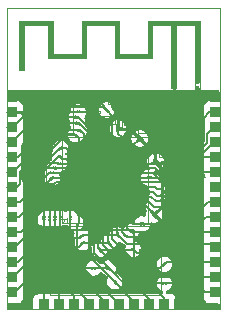
<source format=gbr>
%TF.GenerationSoftware,KiCad,Pcbnew,8.0.7*%
%TF.CreationDate,2025-03-21T18:13:10+05:30*%
%TF.ProjectId,ESP32,45535033-322e-46b6-9963-61645f706362,rev?*%
%TF.SameCoordinates,Original*%
%TF.FileFunction,Profile,NP*%
%FSLAX46Y46*%
G04 Gerber Fmt 4.6, Leading zero omitted, Abs format (unit mm)*
G04 Created by KiCad (PCBNEW 8.0.7) date 2025-03-21 18:13:10*
%MOMM*%
%LPD*%
G01*
G04 APERTURE LIST*
G04 Aperture macros list*
%AMRoundRect*
0 Rectangle with rounded corners*
0 $1 Rounding radius*
0 $2 $3 $4 $5 $6 $7 $8 $9 X,Y pos of 4 corners*
0 Add a 4 corners polygon primitive as box body*
4,1,4,$2,$3,$4,$5,$6,$7,$8,$9,$2,$3,0*
0 Add four circle primitives for the rounded corners*
1,1,$1+$1,$2,$3*
1,1,$1+$1,$4,$5*
1,1,$1+$1,$6,$7*
1,1,$1+$1,$8,$9*
0 Add four rect primitives between the rounded corners*
20,1,$1+$1,$2,$3,$4,$5,0*
20,1,$1+$1,$4,$5,$6,$7,0*
20,1,$1+$1,$6,$7,$8,$9,0*
20,1,$1+$1,$8,$9,$2,$3,0*%
%AMRotRect*
0 Rectangle, with rotation*
0 The origin of the aperture is its center*
0 $1 length*
0 $2 width*
0 $3 Rotation angle, in degrees counterclockwise*
0 Add horizontal line*
21,1,$1,$2,0,0,$3*%
G04 Aperture macros list end*
%TA.AperFunction,Profile*%
%ADD10C,0.050000*%
%TD*%
%TA.AperFunction,CastellatedPad*%
%ADD11R,0.850000X0.900000*%
%TD*%
%TA.AperFunction,CastellatedPad*%
%ADD12R,0.900000X0.850000*%
%TD*%
%TA.AperFunction,ViaPad*%
%ADD13C,0.300000*%
%TD*%
%TA.AperFunction,ViaPad*%
%ADD14C,0.400000*%
%TD*%
%TA.AperFunction,Conductor*%
%ADD15C,0.203200*%
%TD*%
%TA.AperFunction,Conductor*%
%ADD16C,0.170000*%
%TD*%
%ADD17R,0.850000X0.900000*%
%ADD18R,0.900000X0.850000*%
%TA.AperFunction,Conductor*%
%ADD19C,0.254000*%
%TD*%
%TA.AperFunction,Conductor*%
%ADD20C,0.200000*%
%TD*%
%TA.AperFunction,SMDPad,CuDef*%
%ADD21R,0.460000X0.420000*%
%TD*%
%TA.AperFunction,SMDPad,CuDef*%
%ADD22R,0.250000X0.350000*%
%TD*%
%TA.AperFunction,SMDPad,CuDef*%
%ADD23R,0.350000X0.250000*%
%TD*%
%TA.AperFunction,SMDPad,CuDef*%
%ADD24R,0.225000X0.213000*%
%TD*%
%TA.AperFunction,SMDPad,CuDef*%
%ADD25R,0.400000X0.400000*%
%TD*%
%TA.AperFunction,SMDPad,CuDef*%
%ADD26R,0.230000X0.180000*%
%TD*%
%TA.AperFunction,SMDPad,CuDef*%
%ADD27R,0.420000X0.460000*%
%TD*%
%TA.AperFunction,SMDPad,CuDef*%
%ADD28R,1.470000X0.970000*%
%TD*%
%TA.AperFunction,SMDPad,CuDef*%
%ADD29R,0.325000X0.325000*%
%TD*%
%TA.AperFunction,SMDPad,CuDef*%
%ADD30R,0.875000X0.775000*%
%TD*%
%TA.AperFunction,SMDPad,CuDef*%
%ADD31R,1.000000X0.950000*%
%TD*%
%TA.AperFunction,SMDPad,CuDef*%
%ADD32R,1.650000X0.650000*%
%TD*%
%TA.AperFunction,SMDPad,CuDef*%
%ADD33R,0.285000X0.260000*%
%TD*%
%TA.AperFunction,SMDPad,CuDef*%
%ADD34R,0.200000X0.850000*%
%TD*%
%TA.AperFunction,SMDPad,CuDef*%
%ADD35R,0.850000X0.200000*%
%TD*%
%TA.AperFunction,SMDPad,CuDef*%
%ADD36R,4.350000X4.350000*%
%TD*%
%TA.AperFunction,SMDPad,CuDef*%
%ADD37RotRect,0.420000X0.460000X315.000000*%
%TD*%
%TA.AperFunction,Conductor*%
%ADD38C,0.400000*%
%TD*%
%ADD39R,0.460000X0.420000*%
%ADD40R,0.250000X0.350000*%
%ADD41R,0.350000X0.250000*%
%ADD42R,0.225000X0.213000*%
%ADD43R,0.400000X0.400000*%
%ADD44R,0.230000X0.180000*%
%ADD45R,0.420000X0.460000*%
%ADD46R,1.470000X0.970000*%
%ADD47RoundRect,0.003000X-0.162500X0.162500X-0.162500X-0.162500X0.162500X-0.162500X0.162500X0.162500X0*%
%ADD48R,0.875000X0.775000*%
%ADD49R,1.000000X0.950000*%
%ADD50R,1.650000X0.650000*%
%ADD51R,0.285000X0.260000*%
%ADD52R,0.200000X0.850000*%
%ADD53R,0.850000X0.200000*%
%ADD54R,4.350000X4.350000*%
%ADD55RotRect,0.420000X0.460000X315.000000*%
%ADD56C,0.050000*%
%ADD57R,0.325000X0.325000*%
%ADD58C,0.075000*%
%ADD59C,0.100000*%
%ADD60C,0.200000*%
%ADD61C,0.010000*%
%ADD62C,0.020000*%
G04 APERTURE END LIST*
D10*
X113500000Y-70800000D02*
X131500000Y-70800000D01*
X131500000Y-96300000D01*
X113500000Y-96300000D01*
X113500000Y-70800000D01*
D11*
%TO.P,a1,1,c*%
%TO.N,GND*%
X113900000Y-78340000D03*
%TO.P,a1,2,c*%
%TO.N,VDD33*%
X113900000Y-79610000D03*
%TO.P,a1,3,c*%
%TO.N,/SENSOR_VP*%
X113900000Y-80880000D03*
%TO.P,a1,4,c*%
%TO.N,/SENSOR_VN*%
X113900000Y-82150000D03*
%TO.P,a1,5,c*%
%TO.N,/CHIP_PU*%
X113900000Y-83420000D03*
%TO.P,a1,6,c*%
%TO.N,/GPIO34*%
X113900000Y-84690000D03*
%TO.P,a1,7,c*%
%TO.N,/GPIO35*%
X113900000Y-85960000D03*
%TO.P,a1,8,c*%
%TO.N,/GPIO32*%
X113900000Y-87230000D03*
%TO.P,a1,9,c*%
%TO.N,/GPIO33*%
X113900000Y-88500000D03*
%TO.P,a1,10,c*%
%TO.N,/GPIO25*%
X113900000Y-89770000D03*
%TO.P,a1,11,c*%
%TO.N,/GPIO26*%
X113900000Y-91040000D03*
%TO.P,a1,12,c*%
%TO.N,/GPIO27*%
X113900000Y-92310000D03*
%TO.P,a1,13,c*%
%TO.N,/GPIO14*%
X113900000Y-93580000D03*
%TO.P,a1,14,c*%
%TO.N,/GPIO12*%
X113900000Y-94850000D03*
%TD*%
D12*
%TO.P,a2,1,c*%
%TO.N,/GPIO13*%
X116630000Y-95900000D03*
%TO.P,a2,2,c*%
%TO.N,/GPIO15*%
X117900000Y-95900000D03*
%TO.P,a2,3,c*%
%TO.N,/GPIO2*%
X119170000Y-95900000D03*
%TO.P,a2,4,c*%
%TO.N,/GPIO0*%
X120440000Y-95900000D03*
%TO.P,a2,5,c*%
%TO.N,/GPIO04*%
X121710000Y-95900000D03*
%TO.P,a2,6,c*%
%TO.N,/GPIO16*%
X122980000Y-95900000D03*
%TO.P,a2,7,c*%
%TO.N,/GPIO17*%
X124250000Y-95900000D03*
%TO.P,a2,8,c*%
%TO.N,/SHD{slash}SD2*%
X125520000Y-95900000D03*
%TO.P,a2,9,c*%
%TO.N,/SWP{slash}SD3*%
X126790000Y-95900000D03*
%TO.P,a2,10,c*%
%TO.N,GND*%
X128060000Y-95900000D03*
%TD*%
D11*
%TO.P,a3,1,c*%
%TO.N,/SCS{slash}CMD*%
X131100000Y-94860000D03*
%TO.P,a3,2,c*%
%TO.N,/SCK{slash}CLK*%
X131100000Y-93590000D03*
%TO.P,a3,3,c*%
%TO.N,/SDO{slash}SD0*%
X131100000Y-92320000D03*
%TO.P,a3,4,c*%
%TO.N,/SDI{slash}SD1*%
X131100000Y-91050000D03*
%TO.P,a3,5,c*%
%TO.N,/GPIO5*%
X131100000Y-89780000D03*
%TO.P,a3,6,c*%
%TO.N,/GPIO18*%
X131100000Y-88510000D03*
%TO.P,a3,7,c*%
%TO.N,/GPIO23*%
X131100000Y-87240000D03*
%TO.P,a3,8,c*%
%TO.N,unconnected-(a3-c-Pad8)*%
X131100000Y-85970000D03*
%TO.P,a3,9,c*%
%TO.N,/GPIO19*%
X131100000Y-84700000D03*
%TO.P,a3,10,c*%
%TO.N,/GPIO22*%
X131100000Y-83430000D03*
%TO.P,a3,11,c*%
%TO.N,/U0RXD*%
X131100000Y-82160000D03*
%TO.P,a3,12,c*%
%TO.N,/U0TXD*%
X131100000Y-80890000D03*
%TO.P,a3,13,c*%
%TO.N,/GPIO21*%
X131100000Y-79620000D03*
%TO.P,a3,14,c*%
%TO.N,GND*%
X131100000Y-78350000D03*
%TD*%
D13*
%TO.N,GND*%
X129100000Y-78300000D03*
D14*
X120900000Y-84300000D03*
D13*
X118800000Y-78000000D03*
X124400000Y-78000000D03*
X129700000Y-95700000D03*
X129100000Y-91900000D03*
X128700000Y-92800000D03*
D14*
X123600000Y-85100000D03*
D13*
X128100000Y-82300000D03*
X129700000Y-80700000D03*
X116000000Y-94000000D03*
D14*
X120000000Y-83500000D03*
D13*
X126800000Y-78000000D03*
X129300000Y-82200000D03*
D14*
X121900000Y-85100000D03*
X129900000Y-78325000D03*
D13*
X128500000Y-94500000D03*
X128500000Y-91900000D03*
D14*
X121900000Y-83500000D03*
D13*
X126600000Y-80000000D03*
X122000000Y-78000000D03*
D14*
X116907053Y-81057053D03*
X123486000Y-79900000D03*
D13*
X129100000Y-79500000D03*
D14*
X123600000Y-83500000D03*
X121900000Y-85800000D03*
D13*
X125700000Y-81700000D03*
D14*
X122700000Y-87200000D03*
X122700000Y-83500000D03*
D13*
X129700000Y-80100000D03*
X128500000Y-91300000D03*
D14*
X120900000Y-87200000D03*
D13*
X128500000Y-78900000D03*
X127500000Y-92800000D03*
D14*
X122700000Y-85800000D03*
D13*
X128500000Y-79500000D03*
X122800000Y-78000000D03*
D14*
X123600000Y-84300000D03*
D13*
X126500000Y-81200000D03*
X127900000Y-91900000D03*
X129100000Y-78900000D03*
D14*
X122700000Y-85100000D03*
D13*
X127000000Y-81400000D03*
D14*
X120000000Y-85100000D03*
D13*
X123900000Y-79500000D03*
D14*
X120900000Y-83500000D03*
D13*
X126000000Y-78000000D03*
X129100000Y-80100000D03*
X128500000Y-80100000D03*
D14*
X121900000Y-87200000D03*
D13*
X115300000Y-95500000D03*
X129700000Y-79500000D03*
D14*
X123600000Y-85800000D03*
D13*
X127900000Y-91300000D03*
D14*
X120900000Y-86500000D03*
D13*
X128500000Y-78300000D03*
X129700000Y-81700000D03*
X115800000Y-78000000D03*
X119600000Y-78000000D03*
X125200000Y-78000000D03*
X129900000Y-92800000D03*
X129300000Y-92800000D03*
X116000000Y-94500000D03*
X116000000Y-95000000D03*
D14*
X120000000Y-85800000D03*
X122700000Y-84300000D03*
X122700000Y-86500000D03*
X128175001Y-86020182D03*
D13*
X128100000Y-92800000D03*
X127200000Y-80000000D03*
X121200000Y-78000000D03*
X123500000Y-79200000D03*
X127900000Y-95100000D03*
X127900000Y-94500000D03*
X123900000Y-78900000D03*
D14*
X123600000Y-86500000D03*
D13*
X123600000Y-78000000D03*
D14*
X116690000Y-78540000D03*
D13*
X129100000Y-95700000D03*
X116600000Y-78000000D03*
X128500000Y-95100000D03*
D14*
X123600000Y-87200000D03*
X121900000Y-86500000D03*
D13*
X129700000Y-91900000D03*
X117400000Y-78000000D03*
D14*
X129590000Y-77570000D03*
D13*
X115300000Y-95000000D03*
D14*
X120900000Y-85100000D03*
X120000000Y-86500000D03*
D13*
X128300000Y-81200000D03*
D14*
X121900000Y-84300000D03*
D13*
X115300000Y-94500000D03*
D14*
X120900000Y-85800000D03*
D13*
X128100000Y-82900000D03*
X129100000Y-95100000D03*
X129700000Y-91300000D03*
D14*
X120000000Y-87200000D03*
D13*
X129100000Y-91300000D03*
X120400000Y-78000000D03*
X115000000Y-78000000D03*
X129700000Y-95100000D03*
X129100000Y-94500000D03*
X129700000Y-78900000D03*
D14*
X120000000Y-84300000D03*
D13*
%TO.N,VDD33*%
X125470000Y-85170000D03*
D14*
X126050000Y-83840000D03*
X124720000Y-81850000D03*
X122870000Y-81010000D03*
X125950000Y-88280000D03*
D13*
%TO.N,/SENSOR_VP*%
X121920000Y-79440000D03*
%TO.N,/SENSOR_VN*%
X119500000Y-79590000D03*
%TO.N,/SDO{slash}SD0*%
X126800000Y-92500000D03*
%TO.N,/SWP{slash}SD3*%
X124160000Y-91230000D03*
X121320001Y-91259999D03*
%TO.N,/SCS{slash}CMD*%
X126810000Y-94105000D03*
%TO.N,/SCK{slash}CLK*%
X122070000Y-90680000D03*
X119900000Y-90680000D03*
%TO.N,/SHD{slash}SD2*%
X120800000Y-92835000D03*
X122080000Y-92820000D03*
%TO.N,/SDI{slash}SD1*%
X122835000Y-90000000D03*
X119804665Y-90104665D03*
%TO.N,/U0RXD*%
X126188000Y-86690000D03*
%TO.N,/GPIO25*%
X117900000Y-83300000D03*
%TO.N,/GPIO33*%
X118002237Y-82647763D03*
%TO.N,/GPIO2*%
X117540003Y-88600000D03*
%TO.N,/GPIO13*%
X116620000Y-88600000D03*
%TO.N,/GPIO12*%
X117300177Y-85177468D03*
%TO.N,/GPIO35*%
X119581506Y-81142559D03*
%TO.N,/GPIO22*%
X126056163Y-87120257D03*
%TO.N,/GPIO21*%
X125975506Y-85569979D03*
%TO.N,/GPIO15*%
X117090000Y-88600000D03*
%TO.N,/GPIO18*%
X123970000Y-89760000D03*
%TO.N,/GPIO19*%
X125920000Y-87640000D03*
%TO.N,/GPIO14*%
X117289486Y-84727592D03*
%TO.N,/GPIO32*%
X119300000Y-81527559D03*
%TO.N,/GPIO27*%
X117505858Y-84333022D03*
%TO.N,/GPIO17*%
X122617408Y-93972592D03*
%TO.N,/GPIO23*%
X124920000Y-89080000D03*
%TO.N,/GPIO5*%
X123600000Y-90160000D03*
%TO.N,/GPIO0*%
X117990006Y-88600000D03*
%TO.N,/GPIO26*%
X117900000Y-83970000D03*
%TO.N,/GPIO34*%
X119466489Y-80533511D03*
%TO.N,/GPIO16*%
X119430000Y-89140000D03*
%TO.N,/U0TXD*%
X126188000Y-86145529D03*
%TO.N,/GPIO04*%
X118850000Y-88600000D03*
%TO.N,/CHIP_PU*%
X119395591Y-80027722D03*
%TD*%
D15*
%TO.N,GND*%
X129715000Y-77695000D02*
X129590000Y-77570000D01*
D16*
%TO.N,/SENSOR_VP*%
X121635000Y-79155000D02*
X115715000Y-79155000D01*
X113990000Y-80880000D02*
X113470000Y-80880000D01*
X121920000Y-79440000D02*
X121635000Y-79155000D01*
X115715000Y-79155000D02*
X113990000Y-80880000D01*
%TO.N,/SENSOR_VN*%
X119490000Y-79580000D02*
X116500000Y-79580000D01*
X119500000Y-79590000D02*
X119490000Y-79580000D01*
X113930000Y-82150000D02*
X113470000Y-82150000D01*
X116500000Y-79580000D02*
X113930000Y-82150000D01*
%TO.N,/SDO{slash}SD0*%
X131510000Y-92300000D02*
X131515000Y-92305000D01*
X126800000Y-92500000D02*
X127000000Y-92300000D01*
X127000000Y-92300000D02*
X131510000Y-92300000D01*
%TO.N,/SWP{slash}SD3*%
X126790000Y-95350000D02*
X126790000Y-96320000D01*
X125890000Y-94450000D02*
X126790000Y-95350000D01*
X124460000Y-94450000D02*
X125890000Y-94450000D01*
X121320001Y-91259999D02*
X121320001Y-91310001D01*
X121320001Y-91310001D02*
X124460000Y-94450000D01*
%TO.N,/SCS{slash}CMD*%
X129475000Y-94105000D02*
X130215000Y-94845000D01*
X126810000Y-94105000D02*
X129475000Y-94105000D01*
X130215000Y-94845000D02*
X131515000Y-94845000D01*
%TO.N,/SCK{slash}CLK*%
X124965000Y-93575000D02*
X131515000Y-93575000D01*
X122070000Y-90680000D02*
X124965000Y-93575000D01*
X119900000Y-90680000D02*
X122070000Y-90680000D01*
%TO.N,/SHD{slash}SD2*%
X124080000Y-94820000D02*
X124870000Y-94820000D01*
X122065000Y-92835000D02*
X122080000Y-92820000D01*
X122080000Y-92820000D02*
X124080000Y-94820000D01*
X124870000Y-94820000D02*
X125520000Y-95470000D01*
X125520000Y-95470000D02*
X125520000Y-96320000D01*
X120800000Y-92835000D02*
X122065000Y-92835000D01*
%TO.N,/SDI{slash}SD1*%
X131290000Y-90810000D02*
X131515000Y-91035000D01*
X122835000Y-90010183D02*
X123634817Y-90810000D01*
X122835000Y-90000000D02*
X122835000Y-90010183D01*
X119909330Y-90000000D02*
X122835000Y-90000000D01*
X123634817Y-90810000D02*
X131290000Y-90810000D01*
X119804665Y-90104665D02*
X119909330Y-90000000D01*
%TO.N,/U0RXD*%
X130977269Y-82145000D02*
X131515000Y-82145000D01*
X126188000Y-86690000D02*
X126432269Y-86690000D01*
X126432269Y-86690000D02*
X130977269Y-82145000D01*
%TO.N,/GPIO25*%
X116570000Y-84624817D02*
X116570000Y-87830000D01*
X117894817Y-83300000D02*
X116570000Y-84624817D01*
X117900000Y-83300000D02*
X117894817Y-83300000D01*
X116570000Y-87830000D02*
X114630000Y-89770000D01*
X114630000Y-89770000D02*
X113470000Y-89770000D01*
%TO.N,/GPIO33*%
X115490000Y-87510000D02*
X114500000Y-88500000D01*
X114500000Y-88500000D02*
X113470000Y-88500000D01*
X115490000Y-85160000D02*
X115490000Y-87510000D01*
X118002237Y-82647763D02*
X115490000Y-85160000D01*
%TO.N,/GPIO2*%
X119170000Y-95180000D02*
X119170000Y-96320000D01*
X117540000Y-88600003D02*
X117540000Y-93550000D01*
X117540000Y-93550000D02*
X119170000Y-95180000D01*
X117540003Y-88600000D02*
X117540000Y-88600003D01*
%TO.N,/GPIO13*%
X116600000Y-88620000D02*
X116600000Y-96290000D01*
X116620000Y-88600000D02*
X116600000Y-88620000D01*
X116600000Y-96290000D02*
X116630000Y-96320000D01*
%TO.N,/GPIO35*%
X118177441Y-81142559D02*
X114600000Y-84720000D01*
X114600000Y-85700000D02*
X114340000Y-85960000D01*
X114600000Y-84720000D02*
X114600000Y-85700000D01*
X119581506Y-81142559D02*
X118177441Y-81142559D01*
X114340000Y-85960000D02*
X113470000Y-85960000D01*
%TO.N,/GPIO22*%
X126056163Y-87120257D02*
X126454560Y-87120257D01*
X126454560Y-87120257D02*
X130159817Y-83415000D01*
X130159817Y-83415000D02*
X131515000Y-83415000D01*
%TO.N,/GPIO21*%
X126647194Y-85569979D02*
X130120000Y-82097173D01*
X130120000Y-80080000D02*
X130580000Y-79620000D01*
X130580000Y-79620000D02*
X131520000Y-79620000D01*
X130120000Y-82097173D02*
X130120000Y-80080000D01*
X125975506Y-85569979D02*
X126647194Y-85569979D01*
%TO.N,/GPIO15*%
X117090000Y-89320183D02*
X117100000Y-89330183D01*
X117090000Y-88600000D02*
X117090000Y-89320183D01*
X117900000Y-94530000D02*
X117900000Y-96320000D01*
X117100000Y-93730000D02*
X117900000Y-94530000D01*
X117100000Y-89330183D02*
X117100000Y-93730000D01*
%TO.N,/GPIO18*%
X123970000Y-89760000D02*
X129040000Y-89760000D01*
X129040000Y-89760000D02*
X130305000Y-88495000D01*
X130305000Y-88495000D02*
X131515000Y-88495000D01*
%TO.N,/GPIO19*%
X128610001Y-86200365D02*
X128610001Y-86189999D01*
X127170366Y-87640000D02*
X128610001Y-86200365D01*
X128610001Y-86189999D02*
X130115000Y-84685000D01*
X130115000Y-84685000D02*
X131515000Y-84685000D01*
X125920000Y-87640000D02*
X127170366Y-87640000D01*
%TO.N,/GPIO32*%
X114570000Y-87230000D02*
X113470000Y-87230000D01*
X115120000Y-86680000D02*
X114570000Y-87230000D01*
X119300000Y-81527559D02*
X118432441Y-81527559D01*
X118432441Y-81527559D02*
X115120000Y-84840000D01*
X115120000Y-84840000D02*
X115120000Y-86680000D01*
%TO.N,/GPIO17*%
X122617408Y-94017408D02*
X124250000Y-95650000D01*
X124250000Y-95650000D02*
X124250000Y-96320000D01*
X122617408Y-93972592D02*
X122617408Y-94017408D01*
%TO.N,/GPIO23*%
X130515000Y-87225000D02*
X131515000Y-87225000D01*
X124930000Y-89070000D02*
X128670000Y-89070000D01*
X124920000Y-89080000D02*
X124930000Y-89070000D01*
X128670000Y-89070000D02*
X130515000Y-87225000D01*
%TO.N,/GPIO5*%
X123635000Y-90195000D02*
X129128260Y-90195000D01*
X129553260Y-89770000D02*
X131510000Y-89770000D01*
X129128260Y-90195000D02*
X129553260Y-89770000D01*
X123600000Y-90160000D02*
X123635000Y-90195000D01*
X131510000Y-89770000D02*
X131515000Y-89765000D01*
%TO.N,/GPIO0*%
X117960000Y-88630006D02*
X117960000Y-93200000D01*
X117990006Y-88600000D02*
X117960000Y-88630006D01*
X120440000Y-95680000D02*
X120440000Y-96320000D01*
X117960000Y-93200000D02*
X120440000Y-95680000D01*
%TO.N,/GPIO34*%
X118116489Y-80533511D02*
X113960000Y-84690000D01*
X113960000Y-84690000D02*
X113470000Y-84690000D01*
X119466489Y-80533511D02*
X118116489Y-80533511D01*
%TO.N,/GPIO16*%
X122980000Y-95880000D02*
X122980000Y-96320000D01*
X119430000Y-89140000D02*
X119380000Y-89190000D01*
X119380000Y-92280000D02*
X122980000Y-95880000D01*
X119380000Y-89190000D02*
X119380000Y-92280000D01*
%TO.N,/U0TXD*%
X130440000Y-81475000D02*
X131040000Y-80875000D01*
X131040000Y-80875000D02*
X131515000Y-80875000D01*
X126524192Y-86145529D02*
X130440000Y-82229721D01*
X130440000Y-82229721D02*
X130440000Y-81475000D01*
X126188000Y-86145529D02*
X126524192Y-86145529D01*
%TO.N,/GPIO04*%
X118850000Y-92770000D02*
X121710000Y-95630000D01*
X118850000Y-88600000D02*
X118850000Y-92770000D01*
X121710000Y-95630000D02*
X121710000Y-96320000D01*
%TO.N,/CHIP_PU*%
X116472053Y-81327947D02*
X114380000Y-83420000D01*
X117072278Y-80027722D02*
X116472053Y-80627947D01*
X119395591Y-80027722D02*
X117072278Y-80027722D01*
X114380000Y-83420000D02*
X113470000Y-83420000D01*
X116472053Y-80627947D02*
X116472053Y-81327947D01*
%TD*%
%TA.AperFunction,Conductor*%
%TO.N,GND*%
G36*
X115933834Y-89396702D02*
G01*
X115989767Y-89438574D01*
X116014184Y-89504038D01*
X116014500Y-89512884D01*
X116014500Y-94916452D01*
X115994815Y-94983491D01*
X115945199Y-95026482D01*
X115945456Y-95026952D01*
X115943299Y-95028129D01*
X115942011Y-95029246D01*
X115938877Y-95030544D01*
X115937672Y-95031202D01*
X115937669Y-95031203D01*
X115937669Y-95031204D01*
X115822454Y-95117454D01*
X115822453Y-95117455D01*
X115822452Y-95117456D01*
X115736206Y-95232664D01*
X115736202Y-95232671D01*
X115685908Y-95367517D01*
X115681612Y-95407482D01*
X115679500Y-95427127D01*
X115679500Y-95882987D01*
X115679501Y-96176000D01*
X115659817Y-96243039D01*
X115607013Y-96288794D01*
X115555501Y-96300000D01*
X113624000Y-96300000D01*
X113556961Y-96280315D01*
X113511206Y-96227511D01*
X113500000Y-96176000D01*
X113500000Y-95924499D01*
X113519685Y-95857460D01*
X113572489Y-95811705D01*
X113623996Y-95800499D01*
X114372872Y-95800499D01*
X114432483Y-95794091D01*
X114567331Y-95743796D01*
X114682546Y-95657546D01*
X114768796Y-95542331D01*
X114819091Y-95407483D01*
X114825500Y-95347873D01*
X114825499Y-94352128D01*
X114819091Y-94292517D01*
X114806340Y-94258332D01*
X114801357Y-94188642D01*
X114806338Y-94171672D01*
X114819091Y-94137483D01*
X114825500Y-94077873D01*
X114825499Y-93082128D01*
X114819091Y-93022517D01*
X114806340Y-92988332D01*
X114801357Y-92918642D01*
X114806338Y-92901672D01*
X114819091Y-92867483D01*
X114825500Y-92807873D01*
X114825499Y-91812128D01*
X114819091Y-91752517D01*
X114806340Y-91718332D01*
X114801357Y-91648642D01*
X114806338Y-91631672D01*
X114819091Y-91597483D01*
X114825500Y-91537873D01*
X114825499Y-90542128D01*
X114819091Y-90482517D01*
X114811058Y-90460981D01*
X114806073Y-90391292D01*
X114839557Y-90329969D01*
X114865237Y-90310262D01*
X114989505Y-90238517D01*
X115802819Y-89425203D01*
X115864142Y-89391718D01*
X115933834Y-89396702D01*
G37*
%TD.AperFunction*%
%TA.AperFunction,Conductor*%
G36*
X129248155Y-94710185D02*
G01*
X129268797Y-94726819D01*
X129855495Y-95313517D01*
X129989005Y-95390599D01*
X130014979Y-95397557D01*
X130014982Y-95397559D01*
X130014983Y-95397559D01*
X130054859Y-95408243D01*
X130129329Y-95428198D01*
X130188988Y-95464563D01*
X130213416Y-95504640D01*
X130231202Y-95552328D01*
X130231206Y-95552335D01*
X130317452Y-95667544D01*
X130317455Y-95667547D01*
X130432664Y-95753793D01*
X130432671Y-95753797D01*
X130567517Y-95804091D01*
X130567516Y-95804091D01*
X130574444Y-95804835D01*
X130627127Y-95810500D01*
X131375013Y-95810499D01*
X131442052Y-95830183D01*
X131487807Y-95882987D01*
X131499013Y-95934164D01*
X131499665Y-96175665D01*
X131480161Y-96242758D01*
X131427481Y-96288655D01*
X131375665Y-96300000D01*
X127864500Y-96300000D01*
X127797461Y-96280315D01*
X127751706Y-96227511D01*
X127740500Y-96176000D01*
X127740499Y-95427129D01*
X127740498Y-95427123D01*
X127740497Y-95427116D01*
X127734091Y-95367517D01*
X127726764Y-95347873D01*
X127683797Y-95232671D01*
X127683793Y-95232664D01*
X127597547Y-95117455D01*
X127597544Y-95117452D01*
X127482335Y-95031206D01*
X127482328Y-95031202D01*
X127347482Y-94980908D01*
X127347483Y-94980908D01*
X127287873Y-94974499D01*
X127287373Y-94974473D01*
X127287263Y-94974434D01*
X127284572Y-94974145D01*
X127284640Y-94973508D01*
X127221488Y-94951214D01*
X127206355Y-94938333D01*
X127170203Y-94902181D01*
X127136718Y-94840858D01*
X127141702Y-94771166D01*
X127183574Y-94715233D01*
X127249038Y-94690816D01*
X127257884Y-94690500D01*
X129181116Y-94690500D01*
X129248155Y-94710185D01*
G37*
%TD.AperFunction*%
%TA.AperFunction,Conductor*%
G36*
X130117540Y-91415185D02*
G01*
X130163295Y-91467989D01*
X130174501Y-91519500D01*
X130174501Y-91547871D01*
X130177659Y-91577245D01*
X130165253Y-91646005D01*
X130117642Y-91697142D01*
X130054369Y-91714500D01*
X126922917Y-91714500D01*
X126799983Y-91747440D01*
X126799982Y-91747439D01*
X126774009Y-91754399D01*
X126774002Y-91754402D01*
X126640499Y-91831480D01*
X126640490Y-91831486D01*
X126628908Y-91843068D01*
X126599583Y-91864795D01*
X126514037Y-91910416D01*
X126489681Y-91924285D01*
X126489675Y-91924289D01*
X126486293Y-91927070D01*
X126465182Y-91941074D01*
X126427764Y-91960714D01*
X126427757Y-91960719D01*
X126309516Y-92065471D01*
X126219781Y-92195475D01*
X126219780Y-92195476D01*
X126163762Y-92343181D01*
X126144722Y-92499999D01*
X126144722Y-92500000D01*
X126163762Y-92656818D01*
X126219781Y-92804526D01*
X126221542Y-92807881D01*
X126222088Y-92810608D01*
X126222440Y-92811536D01*
X126222285Y-92811594D01*
X126235263Y-92876390D01*
X126209767Y-92941442D01*
X126153149Y-92982382D01*
X126111742Y-92989500D01*
X125258884Y-92989500D01*
X125191845Y-92969815D01*
X125171203Y-92953181D01*
X124281760Y-92063738D01*
X124248275Y-92002415D01*
X124253259Y-91932723D01*
X124295131Y-91876790D01*
X124339767Y-91855660D01*
X124392365Y-91842696D01*
X124413537Y-91831584D01*
X124532240Y-91769283D01*
X124650483Y-91664530D01*
X124740220Y-91534523D01*
X124762593Y-91475528D01*
X124804771Y-91419826D01*
X124870368Y-91395769D01*
X124878535Y-91395500D01*
X130050501Y-91395500D01*
X130117540Y-91415185D01*
G37*
%TD.AperFunction*%
%TA.AperFunction,Conductor*%
G36*
X131393372Y-77769685D02*
G01*
X131439127Y-77822489D01*
X131450333Y-77873666D01*
X131452142Y-78545166D01*
X131432638Y-78612258D01*
X131379957Y-78658155D01*
X131328142Y-78669500D01*
X130627129Y-78669500D01*
X130627123Y-78669501D01*
X130567516Y-78675908D01*
X130432671Y-78726202D01*
X130432664Y-78726206D01*
X130317455Y-78812452D01*
X130317452Y-78812455D01*
X130231206Y-78927664D01*
X130231202Y-78927671D01*
X130180908Y-79062517D01*
X130174501Y-79122116D01*
X130174500Y-79122135D01*
X130174500Y-79146115D01*
X130154815Y-79213154D01*
X130138181Y-79233796D01*
X129651484Y-79720493D01*
X129574400Y-79854005D01*
X129568634Y-79875528D01*
X129568634Y-79875530D01*
X129536007Y-79997295D01*
X129534500Y-80002918D01*
X129534500Y-81803289D01*
X129514815Y-81870328D01*
X129498181Y-81890970D01*
X126440991Y-84948160D01*
X126379668Y-84981645D01*
X126353310Y-84984479D01*
X126290251Y-84984479D01*
X126232625Y-84970275D01*
X126220437Y-84963878D01*
X126207870Y-84957282D01*
X126135560Y-84939460D01*
X126075179Y-84904304D01*
X126054676Y-84871611D01*
X126053707Y-84872120D01*
X126050221Y-84865479D01*
X126050218Y-84865475D01*
X125960483Y-84735470D01*
X125960482Y-84735469D01*
X125960117Y-84734940D01*
X125938234Y-84668585D01*
X125955699Y-84600934D01*
X126006967Y-84553464D01*
X126062167Y-84540500D01*
X126135056Y-84540500D01*
X126300225Y-84499790D01*
X126379692Y-84458081D01*
X126450849Y-84420736D01*
X126450850Y-84420734D01*
X126450852Y-84420734D01*
X126578183Y-84307929D01*
X126674818Y-84167930D01*
X126735140Y-84008872D01*
X126755645Y-83840000D01*
X126735140Y-83671128D01*
X126674818Y-83512070D01*
X126662288Y-83493918D01*
X126636679Y-83456817D01*
X126578183Y-83372071D01*
X126450852Y-83259266D01*
X126450849Y-83259263D01*
X126300226Y-83180210D01*
X126135056Y-83139500D01*
X125964944Y-83139500D01*
X125799773Y-83180210D01*
X125649150Y-83259263D01*
X125521816Y-83372072D01*
X125425182Y-83512068D01*
X125364860Y-83671125D01*
X125364859Y-83671130D01*
X125344355Y-83840000D01*
X125364859Y-84008869D01*
X125364860Y-84008874D01*
X125425182Y-84167931D01*
X125521818Y-84307931D01*
X125526551Y-84313273D01*
X125556273Y-84376505D01*
X125547090Y-84445769D01*
X125501918Y-84499073D01*
X125435098Y-84519493D01*
X125433736Y-84519500D01*
X125391014Y-84519500D01*
X125237634Y-84557303D01*
X125097762Y-84630715D01*
X124979516Y-84735471D01*
X124889781Y-84865475D01*
X124889780Y-84865476D01*
X124833762Y-85013181D01*
X124814722Y-85169999D01*
X124814722Y-85170000D01*
X124833762Y-85326818D01*
X124880965Y-85451280D01*
X124889780Y-85474523D01*
X124979517Y-85604530D01*
X125097760Y-85709283D01*
X125237635Y-85782696D01*
X125309944Y-85800517D01*
X125370324Y-85835672D01*
X125390834Y-85868370D01*
X125391802Y-85867863D01*
X125395287Y-85874503D01*
X125485023Y-86004510D01*
X125494834Y-86013201D01*
X125531961Y-86072390D01*
X125535704Y-86120960D01*
X125532722Y-86145525D01*
X125532722Y-86145529D01*
X125551762Y-86302343D01*
X125551764Y-86302352D01*
X125578858Y-86373794D01*
X125584225Y-86443458D01*
X125578859Y-86461733D01*
X125551763Y-86533180D01*
X125551762Y-86533185D01*
X125532722Y-86689999D01*
X125532722Y-86694834D01*
X125513037Y-86761873D01*
X125510773Y-86765273D01*
X125475943Y-86815733D01*
X125419926Y-86963438D01*
X125400885Y-87120257D01*
X125408298Y-87181315D01*
X125396837Y-87250238D01*
X125387253Y-87266699D01*
X125339780Y-87335476D01*
X125283762Y-87483181D01*
X125264722Y-87639999D01*
X125264722Y-87640000D01*
X125283762Y-87796814D01*
X125283764Y-87796823D01*
X125317235Y-87885080D01*
X125322602Y-87954743D01*
X125317236Y-87973020D01*
X125264859Y-88111129D01*
X125264859Y-88111130D01*
X125244355Y-88280000D01*
X125244355Y-88280003D01*
X125248337Y-88312803D01*
X125236876Y-88381726D01*
X125189971Y-88433511D01*
X125122515Y-88451717D01*
X125102737Y-88449688D01*
X125052883Y-88440487D01*
X125025463Y-88435427D01*
X125025459Y-88435426D01*
X125022780Y-88434932D01*
X125022790Y-88434873D01*
X125013652Y-88433115D01*
X124998986Y-88429500D01*
X124998985Y-88429500D01*
X124989525Y-88429500D01*
X124982423Y-88429164D01*
X124982420Y-88429234D01*
X124979396Y-88429095D01*
X124979388Y-88429095D01*
X124979379Y-88429095D01*
X124873912Y-88429408D01*
X124872434Y-88429500D01*
X124841014Y-88429500D01*
X124687634Y-88467303D01*
X124547762Y-88540715D01*
X124429516Y-88645471D01*
X124339781Y-88775475D01*
X124339780Y-88775476D01*
X124283763Y-88923180D01*
X124272058Y-89019579D01*
X124244436Y-89083757D01*
X124186502Y-89122813D01*
X124141756Y-89128422D01*
X124132205Y-89127866D01*
X124109738Y-89124473D01*
X124048987Y-89109500D01*
X124048985Y-89109500D01*
X123891015Y-89109500D01*
X123891014Y-89109500D01*
X123737634Y-89147303D01*
X123597762Y-89220715D01*
X123479518Y-89325469D01*
X123397778Y-89443889D01*
X123343495Y-89487879D01*
X123274046Y-89495538D01*
X123213502Y-89466265D01*
X123207237Y-89460714D01*
X123067365Y-89387303D01*
X122913986Y-89349500D01*
X122913985Y-89349500D01*
X122756015Y-89349500D01*
X122756009Y-89349500D01*
X122689404Y-89365916D01*
X122668980Y-89369174D01*
X122662307Y-89369672D01*
X122659056Y-89369916D01*
X122659053Y-89369916D01*
X122659050Y-89369917D01*
X122470411Y-89411582D01*
X122443668Y-89414500D01*
X120191915Y-89414500D01*
X120124876Y-89394815D01*
X120079121Y-89342011D01*
X120068819Y-89275554D01*
X120085278Y-89140000D01*
X120085278Y-89139999D01*
X120066237Y-88983181D01*
X120021604Y-88865495D01*
X120010220Y-88835477D01*
X119920483Y-88705470D01*
X119802240Y-88600717D01*
X119802238Y-88600716D01*
X119802237Y-88600715D01*
X119662366Y-88527304D01*
X119566458Y-88503665D01*
X119506077Y-88468509D01*
X119480191Y-88427239D01*
X119445038Y-88334550D01*
X119430220Y-88295477D01*
X119340483Y-88165470D01*
X119222240Y-88060717D01*
X119222238Y-88060716D01*
X119222237Y-88060715D01*
X119082365Y-87987303D01*
X118928986Y-87949500D01*
X118928985Y-87949500D01*
X118771015Y-87949500D01*
X118771014Y-87949500D01*
X118617634Y-87987303D01*
X118477629Y-88060785D01*
X118409121Y-88074511D01*
X118362377Y-88060785D01*
X118222371Y-87987303D01*
X118068992Y-87949500D01*
X118068991Y-87949500D01*
X117911021Y-87949500D01*
X117911020Y-87949500D01*
X117794678Y-87978175D01*
X117735329Y-87978175D01*
X117618988Y-87949500D01*
X117461018Y-87949500D01*
X117461017Y-87949500D01*
X117344675Y-87978175D01*
X117285323Y-87978174D01*
X117249822Y-87969423D01*
X117189442Y-87934266D01*
X117157655Y-87872046D01*
X117155500Y-87849027D01*
X117155500Y-85951968D01*
X117175185Y-85884929D01*
X117227989Y-85839174D01*
X117279500Y-85827968D01*
X117379162Y-85827968D01*
X117532542Y-85790164D01*
X117546771Y-85782696D01*
X117672417Y-85716751D01*
X117790660Y-85611998D01*
X117880397Y-85481991D01*
X117936414Y-85334286D01*
X117955455Y-85177468D01*
X117936414Y-85020650D01*
X117921909Y-84982405D01*
X117916543Y-84912743D01*
X117921911Y-84894462D01*
X117925721Y-84884414D01*
X117925723Y-84884410D01*
X117927441Y-84870255D01*
X117955059Y-84806080D01*
X117968313Y-84792382D01*
X117996339Y-84767554D01*
X117996339Y-84767553D01*
X117996341Y-84767552D01*
X118086078Y-84637545D01*
X118086079Y-84637541D01*
X118089565Y-84630902D01*
X118092252Y-84632312D01*
X118125998Y-84587700D01*
X118142171Y-84577549D01*
X118272240Y-84509283D01*
X118390483Y-84404530D01*
X118480220Y-84274523D01*
X118536237Y-84126818D01*
X118555278Y-83970000D01*
X118536237Y-83813182D01*
X118485336Y-83678968D01*
X118479970Y-83609308D01*
X118485333Y-83591039D01*
X118536237Y-83456818D01*
X118555278Y-83300000D01*
X118536237Y-83143182D01*
X118528979Y-83124046D01*
X118523611Y-83054384D01*
X118542868Y-83009639D01*
X118582457Y-82952286D01*
X118638474Y-82804581D01*
X118657515Y-82647763D01*
X118638474Y-82490945D01*
X118582457Y-82343240D01*
X118582455Y-82343237D01*
X118578970Y-82336596D01*
X118581182Y-82335435D01*
X118563056Y-82280498D01*
X118580511Y-82212844D01*
X118599309Y-82188712D01*
X118638647Y-82149376D01*
X118699971Y-82115892D01*
X118726326Y-82113059D01*
X118908676Y-82113059D01*
X118935419Y-82115977D01*
X119124054Y-82157641D01*
X119132153Y-82159361D01*
X119137780Y-82159688D01*
X119160252Y-82163081D01*
X119221012Y-82178058D01*
X119221013Y-82178059D01*
X119221015Y-82178059D01*
X119378985Y-82178059D01*
X119532365Y-82140255D01*
X119584182Y-82113059D01*
X119672240Y-82066842D01*
X119790483Y-81962089D01*
X119867852Y-81850000D01*
X124014355Y-81850000D01*
X124034859Y-82018869D01*
X124034860Y-82018874D01*
X124095182Y-82177931D01*
X124126925Y-82223918D01*
X124191817Y-82317929D01*
X124260654Y-82378913D01*
X124319150Y-82430736D01*
X124469773Y-82509789D01*
X124469775Y-82509790D01*
X124634944Y-82550500D01*
X124805056Y-82550500D01*
X124970225Y-82509790D01*
X125049692Y-82468081D01*
X125120849Y-82430736D01*
X125120850Y-82430734D01*
X125120852Y-82430734D01*
X125248183Y-82317929D01*
X125344818Y-82177930D01*
X125405140Y-82018872D01*
X125425645Y-81850000D01*
X125405140Y-81681128D01*
X125401520Y-81671584D01*
X125344817Y-81522068D01*
X125291708Y-81445127D01*
X125248183Y-81382071D01*
X125120852Y-81269266D01*
X125120849Y-81269263D01*
X124970226Y-81190210D01*
X124805056Y-81149500D01*
X124634944Y-81149500D01*
X124469773Y-81190210D01*
X124319150Y-81269263D01*
X124191816Y-81382072D01*
X124095182Y-81522068D01*
X124034860Y-81681125D01*
X124034859Y-81681130D01*
X124014355Y-81850000D01*
X119867852Y-81850000D01*
X119880220Y-81832082D01*
X119917987Y-81732495D01*
X119951702Y-81683652D01*
X119953743Y-81681843D01*
X119953746Y-81681842D01*
X120071989Y-81577089D01*
X120161726Y-81447082D01*
X120217743Y-81299377D01*
X120236784Y-81142559D01*
X120231485Y-81098913D01*
X120220689Y-81010000D01*
X122164355Y-81010000D01*
X122184859Y-81178869D01*
X122184860Y-81178874D01*
X122245182Y-81337931D01*
X122275651Y-81382072D01*
X122341817Y-81477929D01*
X122447505Y-81571560D01*
X122469150Y-81590736D01*
X122619773Y-81669789D01*
X122619775Y-81669790D01*
X122784944Y-81710500D01*
X122955056Y-81710500D01*
X123120225Y-81669790D01*
X123199692Y-81628081D01*
X123270849Y-81590736D01*
X123270850Y-81590734D01*
X123270852Y-81590734D01*
X123398183Y-81477929D01*
X123494818Y-81337930D01*
X123555140Y-81178872D01*
X123575645Y-81010000D01*
X123555140Y-80841128D01*
X123553967Y-80838036D01*
X123494817Y-80682068D01*
X123460476Y-80632318D01*
X123398183Y-80542071D01*
X123270852Y-80429266D01*
X123270849Y-80429263D01*
X123120226Y-80350210D01*
X122955056Y-80309500D01*
X122784944Y-80309500D01*
X122619773Y-80350210D01*
X122469150Y-80429263D01*
X122341816Y-80542072D01*
X122245182Y-80682068D01*
X122184860Y-80841125D01*
X122184859Y-80841130D01*
X122164355Y-81010000D01*
X120220689Y-81010000D01*
X120217743Y-80985740D01*
X120162899Y-80841130D01*
X120161726Y-80838036D01*
X120123013Y-80781951D01*
X120101131Y-80715598D01*
X120101968Y-80696565D01*
X120102724Y-80690332D01*
X120102726Y-80690329D01*
X120121767Y-80533511D01*
X120102726Y-80376693D01*
X120092682Y-80350210D01*
X120056574Y-80255000D01*
X120046709Y-80228988D01*
X120046708Y-80228987D01*
X120044049Y-80221975D01*
X120046070Y-80221208D01*
X120034473Y-80163316D01*
X120034898Y-80159252D01*
X120050869Y-80027722D01*
X120047174Y-79997294D01*
X120058634Y-79928371D01*
X120068221Y-79911906D01*
X120080220Y-79894523D01*
X120108282Y-79820528D01*
X120150460Y-79764826D01*
X120216058Y-79740769D01*
X120224224Y-79740500D01*
X121271923Y-79740500D01*
X121338962Y-79760185D01*
X121373972Y-79794059D01*
X121429517Y-79874530D01*
X121547760Y-79979283D01*
X121547762Y-79979284D01*
X121687634Y-80052696D01*
X121841014Y-80090500D01*
X121841015Y-80090500D01*
X121998985Y-80090500D01*
X122152365Y-80052696D01*
X122199950Y-80027721D01*
X122292240Y-79979283D01*
X122410483Y-79874530D01*
X122500220Y-79744523D01*
X122556237Y-79596818D01*
X122575278Y-79440000D01*
X122556237Y-79283182D01*
X122500220Y-79135477D01*
X122410483Y-79005470D01*
X122292240Y-78900717D01*
X122292238Y-78900716D01*
X122292237Y-78900715D01*
X122292236Y-78900714D01*
X122265084Y-78886464D01*
X122244730Y-78872627D01*
X122244679Y-78872696D01*
X122243052Y-78871486D01*
X122241808Y-78870641D01*
X122241126Y-78870053D01*
X122078267Y-78766119D01*
X122057294Y-78749272D01*
X121994507Y-78686485D01*
X121994505Y-78686483D01*
X121860995Y-78609401D01*
X121860994Y-78609400D01*
X121860993Y-78609400D01*
X121860991Y-78609399D01*
X121835017Y-78602440D01*
X121835016Y-78602439D01*
X121835016Y-78602440D01*
X121773549Y-78585970D01*
X121712083Y-78569500D01*
X115637917Y-78569500D01*
X115548570Y-78593440D01*
X115489004Y-78609401D01*
X115489001Y-78609403D01*
X115449342Y-78632299D01*
X115449341Y-78632301D01*
X115355499Y-78686481D01*
X115355492Y-78686485D01*
X115001808Y-79040169D01*
X114940485Y-79073654D01*
X114870793Y-79068670D01*
X114814860Y-79026798D01*
X114797945Y-78995821D01*
X114768797Y-78917671D01*
X114768793Y-78917664D01*
X114682547Y-78802455D01*
X114682544Y-78802452D01*
X114567335Y-78716206D01*
X114567328Y-78716202D01*
X114432482Y-78665908D01*
X114432483Y-78665908D01*
X114372883Y-78659501D01*
X114372881Y-78659500D01*
X114372873Y-78659500D01*
X114372865Y-78659500D01*
X113624000Y-78659500D01*
X113556961Y-78639815D01*
X113511206Y-78587011D01*
X113500000Y-78535500D01*
X113500000Y-77874000D01*
X113519685Y-77806961D01*
X113572489Y-77761206D01*
X113624000Y-77750000D01*
X131326333Y-77750000D01*
X131393372Y-77769685D01*
G37*
%TD.AperFunction*%
%TD*%
%TA.AperFunction,Conductor*%
%TO.N,/SDI{slash}SD1*%
G36*
X122776894Y-89865082D02*
G01*
X122781382Y-89870401D01*
X122834085Y-89995456D01*
X122834140Y-90004411D01*
X122834085Y-90004544D01*
X122781382Y-90129598D01*
X122775011Y-90135891D01*
X122768077Y-90136479D01*
X122544177Y-90087026D01*
X122536837Y-90081895D01*
X122535000Y-90075601D01*
X122535000Y-89924398D01*
X122538427Y-89916125D01*
X122544177Y-89912973D01*
X122768078Y-89863520D01*
X122776894Y-89865082D01*
G37*
%TD.AperFunction*%
%TD*%
%TA.AperFunction,Conductor*%
%TO.N,/GPIO5*%
G36*
X123885455Y-90107149D02*
G01*
X123891993Y-90113268D01*
X123893038Y-90118101D01*
X123893038Y-90269436D01*
X123889611Y-90277709D01*
X123882530Y-90281075D01*
X123612806Y-90308688D01*
X123604226Y-90306122D01*
X123599975Y-90298241D01*
X123599914Y-90297127D01*
X123599729Y-90269436D01*
X123599016Y-90162404D01*
X123599934Y-90157783D01*
X123653034Y-90031783D01*
X123659405Y-90025491D01*
X123667931Y-90025376D01*
X123885455Y-90107149D01*
G37*
%TD.AperFunction*%
%TD*%
%TA.AperFunction,Conductor*%
%TO.N,/SENSOR_VN*%
G36*
X119495027Y-79444402D02*
G01*
X119499899Y-79451916D01*
X119500093Y-79453961D01*
X119500983Y-79587594D01*
X119500065Y-79592216D01*
X119446543Y-79719217D01*
X119440172Y-79725510D01*
X119432772Y-79725985D01*
X119210700Y-79667301D01*
X119203577Y-79661874D01*
X119201989Y-79655989D01*
X119201989Y-79504738D01*
X119205416Y-79496465D01*
X119211564Y-79493232D01*
X119486272Y-79442533D01*
X119495027Y-79444402D01*
G37*
%TD.AperFunction*%
%TD*%
%TA.AperFunction,Conductor*%
%TO.N,/SCK{slash}CLK*%
G36*
X122208507Y-90626327D02*
G01*
X122213826Y-90630815D01*
X122337180Y-90824105D01*
X122338742Y-90832922D01*
X122335590Y-90838672D01*
X122228672Y-90945590D01*
X122220399Y-90949017D01*
X122214105Y-90947180D01*
X122020815Y-90823826D01*
X122015684Y-90816486D01*
X122016271Y-90809553D01*
X122067434Y-90683859D01*
X122073727Y-90677489D01*
X122073860Y-90677434D01*
X122199553Y-90626272D01*
X122208507Y-90626327D01*
G37*
%TD.AperFunction*%
%TD*%
%TA.AperFunction,Conductor*%
%TO.N,/GPIO32*%
G36*
X119241894Y-81392641D02*
G01*
X119246382Y-81397960D01*
X119299085Y-81523015D01*
X119299140Y-81531970D01*
X119299085Y-81532103D01*
X119246382Y-81657157D01*
X119240011Y-81663450D01*
X119233077Y-81664038D01*
X119009177Y-81614585D01*
X119001837Y-81609454D01*
X119000000Y-81603160D01*
X119000000Y-81451957D01*
X119003427Y-81443684D01*
X119009177Y-81440532D01*
X119233078Y-81391079D01*
X119241894Y-81392641D01*
G37*
%TD.AperFunction*%
%TD*%
%TA.AperFunction,Conductor*%
%TO.N,/GPIO35*%
G36*
X119523400Y-81007641D02*
G01*
X119527888Y-81012960D01*
X119580591Y-81138015D01*
X119580646Y-81146970D01*
X119580591Y-81147103D01*
X119527888Y-81272157D01*
X119521517Y-81278450D01*
X119514583Y-81279038D01*
X119458664Y-81266687D01*
X119453667Y-81264225D01*
X119452571Y-81263305D01*
X119452569Y-81263304D01*
X119452568Y-81263303D01*
X119452563Y-81263301D01*
X119352990Y-81227059D01*
X119352986Y-81227059D01*
X119293206Y-81227059D01*
X119284933Y-81223632D01*
X119281506Y-81215359D01*
X119281506Y-81066957D01*
X119284933Y-81058684D01*
X119290683Y-81055532D01*
X119514584Y-81006079D01*
X119523400Y-81007641D01*
G37*
%TD.AperFunction*%
%TD*%
%TA.AperFunction,Conductor*%
%TO.N,/GPIO04*%
G36*
X118962938Y-88646595D02*
G01*
X118979598Y-88653617D01*
X118985891Y-88659988D01*
X118986479Y-88666922D01*
X118937027Y-88890823D01*
X118931896Y-88898163D01*
X118925602Y-88900000D01*
X118774398Y-88900000D01*
X118766125Y-88896573D01*
X118762973Y-88890823D01*
X118713520Y-88666922D01*
X118715082Y-88658105D01*
X118720400Y-88653617D01*
X118845458Y-88600913D01*
X118854411Y-88600859D01*
X118962938Y-88646595D01*
G37*
%TD.AperFunction*%
%TD*%
%TA.AperFunction,Conductor*%
%TO.N,/SDO{slash}SD0*%
G36*
X127015782Y-92228994D02*
G01*
X127017158Y-92234499D01*
X127017158Y-92382460D01*
X127016104Y-92387312D01*
X126943255Y-92547147D01*
X126936706Y-92553254D01*
X126928159Y-92553116D01*
X126803537Y-92501866D01*
X126797189Y-92495550D01*
X126797180Y-92495530D01*
X126746573Y-92371187D01*
X126746628Y-92362233D01*
X126751902Y-92356455D01*
X126999953Y-92224174D01*
X127008865Y-92223306D01*
X127015782Y-92228994D01*
G37*
%TD.AperFunction*%
%TD*%
%TA.AperFunction,Conductor*%
%TO.N,/SWP{slash}SD3*%
G36*
X121457103Y-91206898D02*
G01*
X121463221Y-91212862D01*
X121558932Y-91424682D01*
X121559216Y-91433633D01*
X121556543Y-91437773D01*
X121449532Y-91544784D01*
X121441259Y-91548211D01*
X121433861Y-91545575D01*
X121223895Y-91374195D01*
X121219652Y-91366309D01*
X121222229Y-91357733D01*
X121222956Y-91356921D01*
X121317605Y-91261002D01*
X121321518Y-91258386D01*
X121448149Y-91206843D01*
X121457103Y-91206898D01*
G37*
%TD.AperFunction*%
%TD*%
%TA.AperFunction,Conductor*%
%TO.N,/SDI{slash}SD1*%
G36*
X120056881Y-89919206D02*
G01*
X120061530Y-89926859D01*
X120061667Y-89928644D01*
X120061667Y-90079518D01*
X120058240Y-90087791D01*
X120057455Y-90088508D01*
X119918899Y-90203926D01*
X119910349Y-90206588D01*
X119903177Y-90203248D01*
X119807162Y-90108129D01*
X119803697Y-90099874D01*
X119803697Y-90099865D01*
X119804598Y-89964627D01*
X119808080Y-89956379D01*
X119814509Y-89953145D01*
X120048182Y-89917081D01*
X120056881Y-89919206D01*
G37*
%TD.AperFunction*%
%TD*%
%TA.AperFunction,Conductor*%
%TO.N,/SHD{slash}SD2*%
G36*
X122218507Y-92766327D02*
G01*
X122223826Y-92770815D01*
X122347180Y-92964105D01*
X122348742Y-92972922D01*
X122345590Y-92978672D01*
X122238672Y-93085590D01*
X122230399Y-93089017D01*
X122224105Y-93087180D01*
X122030815Y-92963826D01*
X122025684Y-92956486D01*
X122026271Y-92949553D01*
X122077434Y-92823859D01*
X122083727Y-92817489D01*
X122083860Y-92817434D01*
X122209553Y-92766272D01*
X122218507Y-92766327D01*
G37*
%TD.AperFunction*%
%TD*%
%TA.AperFunction,Conductor*%
%TO.N,/GPIO17*%
G36*
X122754663Y-93919429D02*
G01*
X122760709Y-93925237D01*
X122859286Y-94135132D01*
X122859701Y-94144077D01*
X122856969Y-94148379D01*
X122749957Y-94255391D01*
X122741684Y-94258818D01*
X122734397Y-94256271D01*
X122521522Y-94086764D01*
X122517186Y-94078930D01*
X122519658Y-94070324D01*
X122520483Y-94069394D01*
X122615012Y-93973595D01*
X122618925Y-93970979D01*
X122745708Y-93919374D01*
X122754663Y-93919429D01*
G37*
%TD.AperFunction*%
%TD*%
%TA.AperFunction,Conductor*%
%TO.N,/SCS{slash}CMD*%
G36*
X127100823Y-94017973D02*
G01*
X127108163Y-94023104D01*
X127110000Y-94029398D01*
X127110000Y-94180601D01*
X127106573Y-94188874D01*
X127100823Y-94192026D01*
X126876922Y-94241479D01*
X126868105Y-94239917D01*
X126863617Y-94234598D01*
X126856595Y-94217938D01*
X126810913Y-94109541D01*
X126810859Y-94100589D01*
X126810862Y-94100581D01*
X126863617Y-93975400D01*
X126869988Y-93969108D01*
X126876920Y-93968520D01*
X127100823Y-94017973D01*
G37*
%TD.AperFunction*%
%TD*%
%TA.AperFunction,Conductor*%
%TO.N,/GPIO2*%
G36*
X117652941Y-88646595D02*
G01*
X117669601Y-88653617D01*
X117675894Y-88659988D01*
X117676482Y-88666922D01*
X117627027Y-88890822D01*
X117621896Y-88898162D01*
X117615602Y-88899999D01*
X117464398Y-88899999D01*
X117456125Y-88896572D01*
X117452973Y-88890822D01*
X117403523Y-88666922D01*
X117405085Y-88658105D01*
X117410403Y-88653617D01*
X117535461Y-88600913D01*
X117544414Y-88600859D01*
X117652941Y-88646595D01*
G37*
%TD.AperFunction*%
%TD*%
%TA.AperFunction,Conductor*%
%TO.N,/SHD{slash}SD2*%
G36*
X122021520Y-92685290D02*
G01*
X122026625Y-92690976D01*
X122080065Y-92817783D01*
X122080983Y-92822405D01*
X122080091Y-92956258D01*
X122076609Y-92964508D01*
X122068313Y-92967880D01*
X122066449Y-92967718D01*
X121792742Y-92921642D01*
X121785152Y-92916889D01*
X121782984Y-92910104D01*
X121782984Y-92758820D01*
X121786411Y-92750547D01*
X121791463Y-92747573D01*
X122012625Y-92684272D01*
X122021520Y-92685290D01*
G37*
%TD.AperFunction*%
%TD*%
%TA.AperFunction,Conductor*%
%TO.N,/SDI{slash}SD1*%
G36*
X122973233Y-89946438D02*
G01*
X122978733Y-89951220D01*
X123096456Y-90148279D01*
X123097757Y-90157138D01*
X123094685Y-90162552D01*
X122987748Y-90269489D01*
X122979475Y-90272916D01*
X122972925Y-90270911D01*
X122740606Y-90113951D01*
X122735669Y-90106480D01*
X122737461Y-90097706D01*
X122738822Y-90096045D01*
X122832604Y-90001003D01*
X122836517Y-89998387D01*
X122964280Y-89946383D01*
X122973233Y-89946438D01*
G37*
%TD.AperFunction*%
%TD*%
%TA.AperFunction,Conductor*%
%TO.N,/GPIO18*%
G36*
X124260823Y-89672973D02*
G01*
X124268163Y-89678104D01*
X124270000Y-89684398D01*
X124270000Y-89835601D01*
X124266573Y-89843874D01*
X124260823Y-89847026D01*
X124036922Y-89896479D01*
X124028105Y-89894917D01*
X124023617Y-89889598D01*
X124016595Y-89872938D01*
X123970913Y-89764541D01*
X123970859Y-89755589D01*
X123970862Y-89755581D01*
X124023617Y-89630400D01*
X124029988Y-89624108D01*
X124036920Y-89623520D01*
X124260823Y-89672973D01*
G37*
%TD.AperFunction*%
%TD*%
%TA.AperFunction,Conductor*%
%TO.N,/GPIO13*%
G36*
X116622216Y-88599934D02*
G01*
X116748825Y-88653291D01*
X116755118Y-88659662D01*
X116755461Y-88667520D01*
X116687543Y-88887772D01*
X116681833Y-88894666D01*
X116676365Y-88896022D01*
X116525056Y-88896022D01*
X116516783Y-88892595D01*
X116513489Y-88886080D01*
X116472032Y-88613367D01*
X116474176Y-88604673D01*
X116481841Y-88600042D01*
X116483509Y-88599909D01*
X116617594Y-88599016D01*
X116622216Y-88599934D01*
G37*
%TD.AperFunction*%
%TD*%
%TA.AperFunction,Conductor*%
%TO.N,/GPIO0*%
G36*
X117992222Y-88599934D02*
G01*
X118118428Y-88653121D01*
X118124720Y-88659491D01*
X118124915Y-88667799D01*
X118047756Y-88886229D01*
X118041769Y-88892888D01*
X118036724Y-88894032D01*
X117885390Y-88894032D01*
X117877117Y-88890605D01*
X117873772Y-88883715D01*
X117847086Y-88659491D01*
X117842278Y-88619090D01*
X117842374Y-88615679D01*
X117843452Y-88609566D01*
X117848261Y-88602015D01*
X117854889Y-88599900D01*
X117987600Y-88599016D01*
X117992222Y-88599934D01*
G37*
%TD.AperFunction*%
%TD*%
%TA.AperFunction,Conductor*%
%TO.N,/SCK{slash}CLK*%
G36*
X120190823Y-90592973D02*
G01*
X120198163Y-90598104D01*
X120200000Y-90604398D01*
X120200000Y-90755601D01*
X120196573Y-90763874D01*
X120190823Y-90767026D01*
X119966922Y-90816479D01*
X119958105Y-90814917D01*
X119953617Y-90809598D01*
X119946595Y-90792938D01*
X119900913Y-90684541D01*
X119900859Y-90675589D01*
X119900862Y-90675581D01*
X119953617Y-90550400D01*
X119959988Y-90544108D01*
X119966920Y-90543520D01*
X120190823Y-90592973D01*
G37*
%TD.AperFunction*%
%TD*%
%TA.AperFunction,Conductor*%
%TO.N,/GPIO15*%
G36*
X117202938Y-88646595D02*
G01*
X117219598Y-88653617D01*
X117225891Y-88659988D01*
X117226479Y-88666922D01*
X117177027Y-88890823D01*
X117171896Y-88898163D01*
X117165602Y-88900000D01*
X117014398Y-88900000D01*
X117006125Y-88896573D01*
X117002973Y-88890823D01*
X116953520Y-88666922D01*
X116955082Y-88658105D01*
X116960400Y-88653617D01*
X117085458Y-88600913D01*
X117094411Y-88600859D01*
X117202938Y-88646595D01*
G37*
%TD.AperFunction*%
%TD*%
%TA.AperFunction,Conductor*%
%TO.N,/GPIO16*%
G36*
X119432216Y-89139934D02*
G01*
X119557581Y-89192767D01*
X119563874Y-89199138D01*
X119563819Y-89208093D01*
X119563726Y-89208308D01*
X119468090Y-89423114D01*
X119461594Y-89429278D01*
X119457401Y-89430055D01*
X119306110Y-89430055D01*
X119297837Y-89426628D01*
X119294426Y-89418959D01*
X119283532Y-89208308D01*
X119280632Y-89152221D01*
X119283627Y-89143783D01*
X119291712Y-89139934D01*
X119292220Y-89139918D01*
X119427594Y-89139016D01*
X119432216Y-89139934D01*
G37*
%TD.AperFunction*%
%TD*%
%TA.AperFunction,Conductor*%
%TO.N,/SENSOR_VP*%
G36*
X121775894Y-79172819D02*
G01*
X121969184Y-79296173D01*
X121974315Y-79303513D01*
X121973727Y-79310447D01*
X121922565Y-79436139D01*
X121916272Y-79442510D01*
X121916139Y-79442565D01*
X121790447Y-79493727D01*
X121781492Y-79493672D01*
X121776173Y-79489184D01*
X121652819Y-79295894D01*
X121651257Y-79287077D01*
X121654407Y-79281329D01*
X121761328Y-79174408D01*
X121769600Y-79170982D01*
X121775894Y-79172819D01*
G37*
%TD.AperFunction*%
%TD*%
%TA.AperFunction,Conductor*%
%TO.N,/SHD{slash}SD2*%
G36*
X121090823Y-92747973D02*
G01*
X121098163Y-92753104D01*
X121100000Y-92759398D01*
X121100000Y-92910601D01*
X121096573Y-92918874D01*
X121090823Y-92922026D01*
X120866922Y-92971479D01*
X120858105Y-92969917D01*
X120853617Y-92964598D01*
X120846595Y-92947938D01*
X120800913Y-92839541D01*
X120800859Y-92830589D01*
X120800862Y-92830581D01*
X120853617Y-92705400D01*
X120859988Y-92699108D01*
X120866920Y-92698520D01*
X121090823Y-92747973D01*
G37*
%TD.AperFunction*%
%TD*%
%TA.AperFunction,Conductor*%
%TO.N,/GPIO25*%
G36*
X117770318Y-83246219D02*
G01*
X117841408Y-83275156D01*
X117896139Y-83297434D01*
X117902510Y-83303727D01*
X117902565Y-83303860D01*
X117953671Y-83429414D01*
X117953616Y-83438369D01*
X117948979Y-83443781D01*
X117753771Y-83564268D01*
X117744931Y-83565697D01*
X117739353Y-83562585D01*
X117632428Y-83455660D01*
X117629001Y-83447387D01*
X117630926Y-83440957D01*
X117756136Y-83250625D01*
X117763544Y-83245598D01*
X117770318Y-83246219D01*
G37*
%TD.AperFunction*%
%TD*%
%TA.AperFunction,Conductor*%
%TO.N,/CHIP_PU*%
G36*
X119337485Y-79892804D02*
G01*
X119341973Y-79898123D01*
X119394676Y-80023178D01*
X119394731Y-80032133D01*
X119394676Y-80032266D01*
X119341973Y-80157320D01*
X119335602Y-80163613D01*
X119328668Y-80164201D01*
X119104768Y-80114748D01*
X119097428Y-80109617D01*
X119095591Y-80103323D01*
X119095591Y-79952120D01*
X119099018Y-79943847D01*
X119104768Y-79940695D01*
X119328669Y-79891242D01*
X119337485Y-79892804D01*
G37*
%TD.AperFunction*%
%TD*%
%TA.AperFunction,Conductor*%
%TO.N,/GPIO33*%
G36*
X117872684Y-82594035D02*
G01*
X117998376Y-82645197D01*
X118004747Y-82651490D01*
X118004802Y-82651623D01*
X118055964Y-82777315D01*
X118055909Y-82786270D01*
X118051421Y-82791589D01*
X117858131Y-82914943D01*
X117849314Y-82916505D01*
X117843564Y-82913353D01*
X117736646Y-82806435D01*
X117733219Y-82798162D01*
X117735055Y-82791869D01*
X117858410Y-82598577D01*
X117865750Y-82593447D01*
X117872684Y-82594035D01*
G37*
%TD.AperFunction*%
%TD*%
%TA.AperFunction,Conductor*%
%TO.N,/SCK{slash}CLK*%
G36*
X122011894Y-90545082D02*
G01*
X122016382Y-90550401D01*
X122069085Y-90675456D01*
X122069140Y-90684411D01*
X122069085Y-90684544D01*
X122016382Y-90809598D01*
X122010011Y-90815891D01*
X122003077Y-90816479D01*
X121779177Y-90767026D01*
X121771837Y-90761895D01*
X121770000Y-90755601D01*
X121770000Y-90604398D01*
X121773427Y-90596125D01*
X121779177Y-90592973D01*
X122003078Y-90543520D01*
X122011894Y-90545082D01*
G37*
%TD.AperFunction*%
%TD*%
%TA.AperFunction,Conductor*%
%TO.N,/GPIO23*%
G36*
X124933720Y-88932532D02*
G01*
X125208435Y-88983232D01*
X125215948Y-88988104D01*
X125218011Y-88994738D01*
X125218011Y-89145989D01*
X125214584Y-89154262D01*
X125209300Y-89157301D01*
X124987227Y-89215985D01*
X124978353Y-89214785D01*
X124973456Y-89209217D01*
X124919934Y-89082216D01*
X124919016Y-89077594D01*
X124919568Y-88994738D01*
X124919906Y-88943958D01*
X124923388Y-88935711D01*
X124931684Y-88932339D01*
X124933720Y-88932532D01*
G37*
%TD.AperFunction*%
%TD*%
%TA.AperFunction,Conductor*%
%TO.N,/GPIO34*%
G36*
X119408383Y-80398593D02*
G01*
X119412871Y-80403912D01*
X119465574Y-80528967D01*
X119465629Y-80537922D01*
X119465574Y-80538055D01*
X119412871Y-80663109D01*
X119406500Y-80669402D01*
X119399566Y-80669990D01*
X119175666Y-80620537D01*
X119168326Y-80615406D01*
X119166489Y-80609112D01*
X119166489Y-80457909D01*
X119169916Y-80449636D01*
X119175666Y-80446484D01*
X119399567Y-80397031D01*
X119408383Y-80398593D01*
G37*
%TD.AperFunction*%
%TD*%
D17*
%TO.C,a1*%
X113900000Y-78340000D03*
X113900000Y-79610000D03*
X113900000Y-80880000D03*
X113900000Y-82150000D03*
X113900000Y-83420000D03*
X113900000Y-84690000D03*
X113900000Y-85960000D03*
X113900000Y-87230000D03*
X113900000Y-88500000D03*
X113900000Y-89770000D03*
X113900000Y-91040000D03*
X113900000Y-92310000D03*
X113900000Y-93580000D03*
X113900000Y-94850000D03*
%TD*%
D18*
%TO.C,a2*%
X116630000Y-95900000D03*
X117900000Y-95900000D03*
X119170000Y-95900000D03*
X120440000Y-95900000D03*
X121710000Y-95900000D03*
X122980000Y-95900000D03*
X124250000Y-95900000D03*
X125520000Y-95900000D03*
X126790000Y-95900000D03*
X128060000Y-95900000D03*
%TD*%
D17*
%TO.C,a3*%
X131100000Y-94860000D03*
X131100000Y-93590000D03*
X131100000Y-92320000D03*
X131100000Y-91050000D03*
X131100000Y-89780000D03*
X131100000Y-88510000D03*
X131100000Y-87240000D03*
X131100000Y-85970000D03*
X131100000Y-84700000D03*
X131100000Y-83430000D03*
X131100000Y-82160000D03*
X131100000Y-80890000D03*
X131100000Y-79620000D03*
X131100000Y-78350000D03*
%TD*%
%TO.C,a1*%
X113900000Y-78340000D03*
X113900000Y-79610000D03*
X113900000Y-80880000D03*
X113900000Y-82150000D03*
X113900000Y-83420000D03*
X113900000Y-84690000D03*
X113900000Y-85960000D03*
X113900000Y-87230000D03*
X113900000Y-88500000D03*
X113900000Y-89770000D03*
X113900000Y-91040000D03*
X113900000Y-92310000D03*
X113900000Y-93580000D03*
X113900000Y-94850000D03*
%TD*%
D18*
%TO.C,a2*%
X116630000Y-95900000D03*
X117900000Y-95900000D03*
X119170000Y-95900000D03*
X120440000Y-95900000D03*
X121710000Y-95900000D03*
X122980000Y-95900000D03*
X124250000Y-95900000D03*
X125520000Y-95900000D03*
X126790000Y-95900000D03*
X128060000Y-95900000D03*
%TD*%
D17*
%TO.C,a3*%
X131100000Y-94860000D03*
X131100000Y-93590000D03*
X131100000Y-92320000D03*
X131100000Y-91050000D03*
X131100000Y-89780000D03*
X131100000Y-88510000D03*
X131100000Y-87240000D03*
X131100000Y-85970000D03*
X131100000Y-84700000D03*
X131100000Y-83430000D03*
X131100000Y-82160000D03*
X131100000Y-80890000D03*
X131100000Y-79620000D03*
X131100000Y-78350000D03*
%TD*%
D11*
%TO.N,GND*%
%TO.C,a1*%
X113900000Y-78340000D03*
%TO.N,VDD33*%
X113900000Y-79610000D03*
%TO.N,/SENSOR_VP*%
X113900000Y-80880000D03*
%TO.N,/SENSOR_VN*%
X113900000Y-82150000D03*
%TO.N,/CHIP_PU*%
X113900000Y-83420000D03*
%TO.N,/GPIO34*%
X113900000Y-84690000D03*
%TO.N,/GPIO35*%
X113900000Y-85960000D03*
%TO.N,/GPIO32*%
X113900000Y-87230000D03*
%TO.N,/GPIO33*%
X113900000Y-88500000D03*
%TO.N,/GPIO25*%
X113900000Y-89770000D03*
%TO.N,/GPIO26*%
X113900000Y-91040000D03*
%TO.N,/GPIO27*%
X113900000Y-92310000D03*
%TO.N,/GPIO14*%
X113900000Y-93580000D03*
%TO.N,/GPIO12*%
X113900000Y-94850000D03*
%TD*%
D12*
%TO.N,/GPIO13*%
%TO.C,a2*%
X116630000Y-95900000D03*
%TO.N,/GPIO15*%
X117900000Y-95900000D03*
%TO.N,/GPIO2*%
X119170000Y-95900000D03*
%TO.N,/GPIO0*%
X120440000Y-95900000D03*
%TO.N,/GPIO04*%
X121710000Y-95900000D03*
%TO.N,/GPIO16*%
X122980000Y-95900000D03*
%TO.N,/GPIO17*%
X124250000Y-95900000D03*
%TO.N,/SHD{slash}SD2*%
X125520000Y-95900000D03*
%TO.N,/SWP{slash}SD3*%
X126790000Y-95900000D03*
%TO.N,GND*%
X128060000Y-95900000D03*
%TD*%
D11*
%TO.N,/SCS{slash}CMD*%
%TO.C,a3*%
X131100000Y-94860000D03*
%TO.N,/SCK{slash}CLK*%
X131100000Y-93590000D03*
%TO.N,/SDO{slash}SD0*%
X131100000Y-92320000D03*
%TO.N,/SDI{slash}SD1*%
X131100000Y-91050000D03*
%TO.N,/GPIO5*%
X131100000Y-89780000D03*
%TO.N,/GPIO18*%
X131100000Y-88510000D03*
%TO.N,/GPIO23*%
X131100000Y-87240000D03*
%TO.N,unconnected-(a3-c-Pad8)*%
X131100000Y-85970000D03*
%TO.N,/GPIO19*%
X131100000Y-84700000D03*
%TO.N,/GPIO22*%
X131100000Y-83430000D03*
%TO.N,/U0RXD*%
X131100000Y-82160000D03*
%TO.N,/U0TXD*%
X131100000Y-80890000D03*
%TO.N,/GPIO21*%
X131100000Y-79620000D03*
%TO.N,GND*%
X131100000Y-78350000D03*
%TD*%
D13*
%TO.N,GND*%
X129100000Y-78300000D03*
D14*
X120900000Y-84300000D03*
D13*
X118800000Y-78000000D03*
X124400000Y-78000000D03*
X129700000Y-95700000D03*
X129100000Y-91900000D03*
X128700000Y-92800000D03*
D14*
X123600000Y-85100000D03*
D13*
X128100000Y-82300000D03*
X129700000Y-80700000D03*
X116000000Y-94000000D03*
D14*
X120000000Y-83500000D03*
D13*
X126800000Y-78000000D03*
X129300000Y-82200000D03*
D14*
X121900000Y-85100000D03*
X129900000Y-78325000D03*
D13*
X128500000Y-94500000D03*
X128500000Y-91900000D03*
D14*
X121900000Y-83500000D03*
D13*
X126600000Y-80000000D03*
X122000000Y-78000000D03*
D14*
X116907053Y-81057053D03*
X123486000Y-79900000D03*
D13*
X129100000Y-79500000D03*
D14*
X123600000Y-83500000D03*
X121900000Y-85800000D03*
D13*
X125700000Y-81700000D03*
D14*
X122700000Y-87200000D03*
X122700000Y-83500000D03*
D13*
X129700000Y-80100000D03*
X128500000Y-91300000D03*
D14*
X120900000Y-87200000D03*
D13*
X128500000Y-78900000D03*
X127500000Y-92800000D03*
D14*
X122700000Y-85800000D03*
D13*
X128500000Y-79500000D03*
X122800000Y-78000000D03*
D14*
X123600000Y-84300000D03*
D13*
X126500000Y-81200000D03*
X127900000Y-91900000D03*
X129100000Y-78900000D03*
D14*
X122700000Y-85100000D03*
D13*
X127000000Y-81400000D03*
D14*
X120000000Y-85100000D03*
D13*
X123900000Y-79500000D03*
D14*
X120900000Y-83500000D03*
D13*
X126000000Y-78000000D03*
X129100000Y-80100000D03*
X128500000Y-80100000D03*
D14*
X121900000Y-87200000D03*
D13*
X115300000Y-95500000D03*
X129700000Y-79500000D03*
D14*
X123600000Y-85800000D03*
D13*
X127900000Y-91300000D03*
D14*
X120900000Y-86500000D03*
D13*
X128500000Y-78300000D03*
X129700000Y-81700000D03*
X115800000Y-78000000D03*
X119600000Y-78000000D03*
X125200000Y-78000000D03*
X129900000Y-92800000D03*
X129300000Y-92800000D03*
X116000000Y-94500000D03*
X116000000Y-95000000D03*
D14*
X120000000Y-85800000D03*
X122700000Y-84300000D03*
X122700000Y-86500000D03*
X128175001Y-86020182D03*
D13*
X128100000Y-92800000D03*
X127200000Y-80000000D03*
X121200000Y-78000000D03*
X123500000Y-79200000D03*
X127900000Y-95100000D03*
X127900000Y-94500000D03*
X123900000Y-78900000D03*
D14*
X123600000Y-86500000D03*
D13*
X123600000Y-78000000D03*
D14*
X116690000Y-78540000D03*
D13*
X129100000Y-95700000D03*
X116600000Y-78000000D03*
X128500000Y-95100000D03*
D14*
X123600000Y-87200000D03*
X121900000Y-86500000D03*
D13*
X129700000Y-91900000D03*
X117400000Y-78000000D03*
D14*
X129590000Y-77570000D03*
D13*
X115300000Y-95000000D03*
D14*
X120900000Y-85100000D03*
X120000000Y-86500000D03*
D13*
X128300000Y-81200000D03*
D14*
X121900000Y-84300000D03*
D13*
X115300000Y-94500000D03*
D14*
X120900000Y-85800000D03*
D13*
X128100000Y-82900000D03*
X129100000Y-95100000D03*
X129700000Y-91300000D03*
D14*
X120000000Y-87200000D03*
D13*
X129100000Y-91300000D03*
X120400000Y-78000000D03*
X115000000Y-78000000D03*
X129700000Y-95100000D03*
X129100000Y-94500000D03*
X129700000Y-78900000D03*
D14*
X120000000Y-84300000D03*
D13*
%TO.N,VDD33*%
X125470000Y-85170000D03*
D14*
X126050000Y-83840000D03*
X124720000Y-81850000D03*
X122870000Y-81010000D03*
X125950000Y-88280000D03*
D13*
%TO.N,/SENSOR_VP*%
X121920000Y-79440000D03*
%TO.N,/SENSOR_VN*%
X119500000Y-79590000D03*
%TO.N,/SDO{slash}SD0*%
X126800000Y-92500000D03*
%TO.N,/SWP{slash}SD3*%
X124160000Y-91230000D03*
X121320001Y-91259999D03*
%TO.N,/SCS{slash}CMD*%
X126810000Y-94105000D03*
%TO.N,/SCK{slash}CLK*%
X122070000Y-90680000D03*
X119900000Y-90680000D03*
%TO.N,/SHD{slash}SD2*%
X120800000Y-92835000D03*
X122080000Y-92820000D03*
%TO.N,/SDI{slash}SD1*%
X122835000Y-90000000D03*
X119804665Y-90104665D03*
%TO.N,/U0RXD*%
X126188000Y-86690000D03*
%TO.N,/GPIO25*%
X117900000Y-83300000D03*
%TO.N,/GPIO33*%
X118002237Y-82647763D03*
%TO.N,/GPIO2*%
X117540003Y-88600000D03*
%TO.N,/GPIO13*%
X116620000Y-88600000D03*
%TO.N,/GPIO12*%
X117300177Y-85177468D03*
%TO.N,/GPIO35*%
X119581506Y-81142559D03*
%TO.N,/GPIO22*%
X126056163Y-87120257D03*
%TO.N,/GPIO21*%
X125975506Y-85569979D03*
%TO.N,/GPIO15*%
X117090000Y-88600000D03*
%TO.N,/GPIO18*%
X123970000Y-89760000D03*
%TO.N,/GPIO19*%
X125920000Y-87640000D03*
%TO.N,/GPIO14*%
X117289486Y-84727592D03*
%TO.N,/GPIO32*%
X119300000Y-81527559D03*
%TO.N,/GPIO27*%
X117505858Y-84333022D03*
%TO.N,/GPIO17*%
X122617408Y-93972592D03*
%TO.N,/GPIO23*%
X124920000Y-89080000D03*
%TO.N,/GPIO5*%
X123600000Y-90160000D03*
%TO.N,/GPIO0*%
X117990006Y-88600000D03*
%TO.N,/GPIO26*%
X117900000Y-83970000D03*
%TO.N,/GPIO34*%
X119466489Y-80533511D03*
%TO.N,/GPIO16*%
X119430000Y-89140000D03*
%TO.N,/U0TXD*%
X126188000Y-86145529D03*
%TO.N,/GPIO04*%
X118850000Y-88600000D03*
%TO.N,/CHIP_PU*%
X119395591Y-80027722D03*
%TD*%
D19*
%TO.N,GND*%
X129900000Y-78325000D02*
X129900000Y-78130000D01*
X129900000Y-78130000D02*
X129590000Y-77820000D01*
X129590000Y-77820000D02*
X129590000Y-77570000D01*
X116690000Y-80020000D02*
X116907053Y-80237053D01*
X116690000Y-78540000D02*
X116690000Y-80020000D01*
X116907053Y-80237053D02*
X116907053Y-81057053D01*
D15*
%TO.N,VDD33*%
X125471621Y-85168379D02*
X126320000Y-85168379D01*
X126320000Y-85168379D02*
X126323379Y-85168379D01*
D19*
X123880000Y-81010000D02*
X122870000Y-81010000D01*
X126615000Y-87615000D02*
X126615000Y-85460000D01*
X126615000Y-84880000D02*
X126615000Y-84405000D01*
X126615000Y-85150000D02*
X126615000Y-84880000D01*
D15*
X125470000Y-85170000D02*
X125471621Y-85168379D01*
D19*
X124720000Y-81850000D02*
X123880000Y-81010000D01*
D15*
X126320000Y-85168379D02*
X126326621Y-85168379D01*
X126320000Y-85168379D02*
X126596621Y-85168379D01*
D19*
X125950000Y-88280000D02*
X126615000Y-87615000D01*
X126615000Y-84405000D02*
X126050000Y-83840000D01*
D15*
X126323379Y-85168379D02*
X126615000Y-85460000D01*
D19*
X126050000Y-83180000D02*
X126050000Y-83840000D01*
D15*
X126326621Y-85168379D02*
X126615000Y-84880000D01*
D19*
X126615000Y-85460000D02*
X126615000Y-85150000D01*
X126615000Y-85150000D02*
X126565000Y-85200000D01*
X124720000Y-81850000D02*
X126050000Y-83180000D01*
D15*
X126596621Y-85168379D02*
X126615000Y-85150000D01*
D16*
%TO.N,/SWP{slash}SD3*%
X121320001Y-91259999D02*
X124130001Y-91259999D01*
X124130001Y-91259999D02*
X124160000Y-91230000D01*
%TO.N,/SHD{slash}SD2*%
X122065000Y-92835000D02*
X122080000Y-92820000D01*
%TO.N,/GPIO12*%
X116000000Y-86477645D02*
X116000000Y-93000000D01*
X116000000Y-93000000D02*
X114150000Y-94850000D01*
X114150000Y-94850000D02*
X113480000Y-94850000D01*
X117300177Y-85177468D02*
X116000000Y-86477645D01*
%TO.N,/GPIO14*%
X115680000Y-86055367D02*
X115680000Y-91920000D01*
X117007775Y-84727592D02*
X115680000Y-86055367D01*
X115680000Y-91920000D02*
X114020000Y-93580000D01*
X117289486Y-84727592D02*
X117007775Y-84727592D01*
X114020000Y-93580000D02*
X113480000Y-93580000D01*
%TO.N,/GPIO27*%
X116757408Y-84342592D02*
X115300000Y-85800000D01*
X115300000Y-91400000D02*
X114390000Y-92310000D01*
X117458529Y-84333022D02*
X117448959Y-84342592D01*
X117448959Y-84342592D02*
X116757408Y-84342592D01*
X117505858Y-84333022D02*
X117458529Y-84333022D01*
X114390000Y-92310000D02*
X113480000Y-92310000D01*
X115300000Y-85800000D02*
X115300000Y-91400000D01*
%TO.N,/GPIO26*%
X117900000Y-83970000D02*
X117878022Y-83948022D01*
X114160000Y-91040000D02*
X113480000Y-91040000D01*
X116551978Y-83948022D02*
X114980000Y-85520000D01*
X117878022Y-83948022D02*
X116551978Y-83948022D01*
X114980000Y-85520000D02*
X114980000Y-90220000D01*
X114980000Y-90220000D02*
X114160000Y-91040000D01*
D19*
%TO.N,/CHIP_PU*%
X114020000Y-83420000D02*
X113470000Y-83420000D01*
%TD*%
%TA.AperFunction,Conductor*%
%TO.N,VDD33*%
G36*
X126175515Y-83443427D02*
G01*
X126178752Y-83449599D01*
X126247494Y-83826268D01*
X126245608Y-83835022D01*
X126238085Y-83839879D01*
X126236043Y-83840069D01*
X126050059Y-83840999D01*
X126049941Y-83840999D01*
X125863956Y-83840069D01*
X125855701Y-83836601D01*
X125852315Y-83828310D01*
X125852503Y-83826280D01*
X125921248Y-83449598D01*
X125926105Y-83442076D01*
X125932758Y-83440000D01*
X126167242Y-83440000D01*
X126175515Y-83443427D01*
G37*
%TD.AperFunction*%
%TD*%
%TA.AperFunction,Conductor*%
%TO.N,/SWP{slash}SD3*%
G36*
X124101141Y-91095566D02*
G01*
X124106878Y-91101578D01*
X124160065Y-91227783D01*
X124160983Y-91232405D01*
X124160087Y-91366913D01*
X124156605Y-91375163D01*
X124148309Y-91378535D01*
X124147004Y-91378453D01*
X123876284Y-91346227D01*
X123868474Y-91341846D01*
X123865967Y-91334609D01*
X123865967Y-91183274D01*
X123869394Y-91175001D01*
X123873766Y-91172243D01*
X124092200Y-91095090D01*
X124101141Y-91095566D01*
G37*
%TD.AperFunction*%
%TD*%
%TA.AperFunction,Conductor*%
%TO.N,/GPIO14*%
G36*
X117230886Y-84592962D02*
G01*
X117236191Y-84598757D01*
X117288287Y-84722364D01*
X117288342Y-84731319D01*
X117288303Y-84731413D01*
X117236407Y-84855808D01*
X117230059Y-84862124D01*
X117221549Y-84862276D01*
X117057347Y-84801516D01*
X117053134Y-84798816D01*
X116948483Y-84694165D01*
X116945056Y-84685892D01*
X116948483Y-84677619D01*
X116953316Y-84674709D01*
X117221972Y-84592118D01*
X117230886Y-84592962D01*
G37*
%TD.AperFunction*%
%TD*%
%TA.AperFunction,Conductor*%
%TO.N,GND*%
G36*
X129778158Y-77569958D02*
G01*
X129786419Y-77573414D01*
X129789817Y-77581699D01*
X129789816Y-77581840D01*
X129785941Y-77831524D01*
X129782515Y-77839615D01*
X129617329Y-78004801D01*
X129609056Y-78008228D01*
X129600783Y-78004801D01*
X129598782Y-78002124D01*
X129411413Y-77657908D01*
X129410468Y-77649004D01*
X129416096Y-77642039D01*
X129417149Y-77641532D01*
X129587104Y-77570211D01*
X129591668Y-77569301D01*
X129778158Y-77569958D01*
G37*
%TD.AperFunction*%
%TD*%
%TA.AperFunction,Conductor*%
%TO.N,/GPIO12*%
G36*
X117170624Y-85123740D02*
G01*
X117296316Y-85174902D01*
X117302687Y-85181195D01*
X117302742Y-85181328D01*
X117353904Y-85307020D01*
X117353849Y-85315975D01*
X117349361Y-85321294D01*
X117156071Y-85444648D01*
X117147254Y-85446210D01*
X117141504Y-85443058D01*
X117034586Y-85336140D01*
X117031159Y-85327867D01*
X117032995Y-85321574D01*
X117156350Y-85128282D01*
X117163690Y-85123152D01*
X117170624Y-85123740D01*
G37*
%TD.AperFunction*%
%TD*%
%TA.AperFunction,Conductor*%
%TO.N,/SWP{slash}SD3*%
G36*
X121610824Y-91172972D02*
G01*
X121618164Y-91178103D01*
X121620001Y-91184397D01*
X121620001Y-91335600D01*
X121616574Y-91343873D01*
X121610824Y-91347025D01*
X121386923Y-91396478D01*
X121378106Y-91394916D01*
X121373618Y-91389597D01*
X121366596Y-91372937D01*
X121320914Y-91264540D01*
X121320860Y-91255588D01*
X121320863Y-91255580D01*
X121373618Y-91130399D01*
X121379989Y-91124107D01*
X121386921Y-91123519D01*
X121610824Y-91172972D01*
G37*
%TD.AperFunction*%
%TD*%
%TA.AperFunction,Conductor*%
%TO.N,GND*%
G36*
X129850777Y-77904587D02*
G01*
X129852168Y-77906265D01*
X129966783Y-78074212D01*
X130035982Y-78175609D01*
X130037815Y-78184374D01*
X130034632Y-78190436D01*
X129904157Y-78322221D01*
X129895901Y-78325689D01*
X129895802Y-78325689D01*
X129710128Y-78325035D01*
X129701867Y-78321579D01*
X129698584Y-78314970D01*
X129681009Y-78190436D01*
X129665422Y-78079990D01*
X129667659Y-78071321D01*
X129668727Y-78070091D01*
X129834232Y-77904586D01*
X129842504Y-77901160D01*
X129850777Y-77904587D01*
G37*
%TD.AperFunction*%
%TD*%
%TA.AperFunction,Conductor*%
%TO.N,VDD33*%
G36*
X125483402Y-85022092D02*
G01*
X125759783Y-85065234D01*
X125767428Y-85069896D01*
X125769678Y-85076794D01*
X125769678Y-85260070D01*
X125766251Y-85268343D01*
X125759904Y-85271610D01*
X125483534Y-85317740D01*
X125474810Y-85315722D01*
X125470068Y-85308126D01*
X125469908Y-85306284D01*
X125469000Y-85170000D01*
X125469909Y-85033573D01*
X125473391Y-85025325D01*
X125481687Y-85021953D01*
X125483402Y-85022092D01*
G37*
%TD.AperFunction*%
%TD*%
%TA.AperFunction,Conductor*%
%TO.N,VDD33*%
G36*
X124534985Y-81482903D02*
G01*
X124798366Y-81664987D01*
X124849939Y-81700641D01*
X124854796Y-81708164D01*
X124852910Y-81716918D01*
X124851600Y-81718497D01*
X124720747Y-81850665D01*
X124720665Y-81850747D01*
X124588497Y-81981600D01*
X124580207Y-81984986D01*
X124571951Y-81981518D01*
X124570641Y-81979939D01*
X124352903Y-81664985D01*
X124351018Y-81656233D01*
X124354253Y-81650063D01*
X124520062Y-81484254D01*
X124528334Y-81480828D01*
X124534985Y-81482903D01*
G37*
%TD.AperFunction*%
%TD*%
%TA.AperFunction,Conductor*%
%TO.N,VDD33*%
G36*
X126198048Y-83708481D02*
G01*
X126199358Y-83710060D01*
X126380101Y-83971502D01*
X126417095Y-84025012D01*
X126418981Y-84033766D01*
X126415744Y-84039938D01*
X126249938Y-84205744D01*
X126241665Y-84209171D01*
X126235012Y-84207095D01*
X125920060Y-83989358D01*
X125915203Y-83981835D01*
X125917089Y-83973081D01*
X125918399Y-83971502D01*
X126049252Y-83839334D01*
X126049334Y-83839252D01*
X126179825Y-83710060D01*
X126181502Y-83708398D01*
X126189792Y-83705013D01*
X126198048Y-83708481D01*
G37*
%TD.AperFunction*%
%TD*%
%TA.AperFunction,Conductor*%
%TO.N,/GPIO27*%
G36*
X117447515Y-84198229D02*
G01*
X117452394Y-84203787D01*
X117505923Y-84330805D01*
X117506841Y-84335427D01*
X117505951Y-84469040D01*
X117502469Y-84477290D01*
X117494173Y-84480662D01*
X117492112Y-84480465D01*
X117457054Y-84473946D01*
X117451673Y-84471406D01*
X117442054Y-84463336D01*
X117342476Y-84427092D01*
X117342472Y-84427092D01*
X117236500Y-84427092D01*
X117236497Y-84427092D01*
X117228871Y-84429867D01*
X117222732Y-84430375D01*
X117217323Y-84429369D01*
X117209816Y-84424487D01*
X117207762Y-84417866D01*
X117207762Y-84266618D01*
X117211189Y-84258345D01*
X117216492Y-84255301D01*
X117438644Y-84197014D01*
X117447515Y-84198229D01*
G37*
%TD.AperFunction*%
%TD*%
%TA.AperFunction,Conductor*%
%TO.N,GND*%
G36*
X116876043Y-78539930D02*
G01*
X116884298Y-78543398D01*
X116887684Y-78551689D01*
X116887494Y-78553731D01*
X116818752Y-78930401D01*
X116813895Y-78937924D01*
X116807242Y-78940000D01*
X116572758Y-78940000D01*
X116564485Y-78936573D01*
X116561248Y-78930401D01*
X116492505Y-78553728D01*
X116494391Y-78544977D01*
X116501914Y-78540120D01*
X116503953Y-78539930D01*
X116690000Y-78539000D01*
X116876043Y-78539930D01*
G37*
%TD.AperFunction*%
%TD*%
%TA.AperFunction,Conductor*%
%TO.N,VDD33*%
G36*
X124868048Y-81718481D02*
G01*
X124869358Y-81720060D01*
X125050101Y-81981502D01*
X125087095Y-82035012D01*
X125088981Y-82043766D01*
X125085744Y-82049938D01*
X124919938Y-82215744D01*
X124911665Y-82219171D01*
X124905012Y-82217095D01*
X124590060Y-81999358D01*
X124585203Y-81991835D01*
X124587089Y-81983081D01*
X124588399Y-81981502D01*
X124719252Y-81849334D01*
X124719334Y-81849252D01*
X124849825Y-81720060D01*
X124851502Y-81718398D01*
X124859792Y-81715013D01*
X124868048Y-81718481D01*
G37*
%TD.AperFunction*%
%TD*%
%TA.AperFunction,Conductor*%
%TO.N,/GPIO26*%
G36*
X117895384Y-83824134D02*
G01*
X117899967Y-83831827D01*
X117900089Y-83833434D01*
X117900983Y-83967594D01*
X117900065Y-83972216D01*
X117846741Y-84098746D01*
X117840370Y-84105039D01*
X117832422Y-84105354D01*
X117612535Y-84035611D01*
X117605685Y-84029844D01*
X117604372Y-84024459D01*
X117604372Y-83873142D01*
X117607799Y-83864869D01*
X117614385Y-83861564D01*
X117886706Y-83821934D01*
X117895384Y-83824134D01*
G37*
%TD.AperFunction*%
%TD*%
%TA.AperFunction,Conductor*%
%TO.N,VDD33*%
G36*
X126149938Y-87914255D02*
G01*
X126315744Y-88080061D01*
X126319171Y-88088334D01*
X126317095Y-88094987D01*
X126099358Y-88409939D01*
X126091835Y-88414796D01*
X126083081Y-88412910D01*
X126081502Y-88411600D01*
X125949334Y-88280747D01*
X125949252Y-88280665D01*
X125818399Y-88148497D01*
X125815013Y-88140207D01*
X125818481Y-88131951D01*
X125820054Y-88130645D01*
X126135014Y-87912903D01*
X126143766Y-87911018D01*
X126149938Y-87914255D01*
G37*
%TD.AperFunction*%
%TD*%
%TA.AperFunction,Conductor*%
%TO.N,GND*%
G36*
X117032568Y-80660480D02*
G01*
X117035805Y-80666652D01*
X117104547Y-81043321D01*
X117102661Y-81052075D01*
X117095138Y-81056932D01*
X117093096Y-81057122D01*
X116907112Y-81058052D01*
X116906994Y-81058052D01*
X116721009Y-81057122D01*
X116712754Y-81053654D01*
X116709368Y-81045363D01*
X116709556Y-81043333D01*
X116778301Y-80666651D01*
X116783158Y-80659129D01*
X116789811Y-80657053D01*
X117024295Y-80657053D01*
X117032568Y-80660480D01*
G37*
%TD.AperFunction*%
%TD*%
%TA.AperFunction,Conductor*%
%TO.N,VDD33*%
G36*
X122883720Y-80812504D02*
G01*
X123260401Y-80881248D01*
X123267924Y-80886105D01*
X123270000Y-80892758D01*
X123270000Y-81127241D01*
X123266573Y-81135514D01*
X123260401Y-81138751D01*
X122883731Y-81207494D01*
X122874977Y-81205608D01*
X122870120Y-81198085D01*
X122869930Y-81196043D01*
X122869635Y-81137000D01*
X122869000Y-81010000D01*
X122869930Y-80823955D01*
X122873398Y-80815701D01*
X122881689Y-80812315D01*
X122883720Y-80812504D01*
G37*
%TD.AperFunction*%
%TD*%
D11*
%TO.N,GND*%
%TO.C,a1*%
X113900000Y-78340000D03*
%TO.N,VDD33*%
X113900000Y-79610000D03*
%TO.N,/SENSOR_VP*%
X113900000Y-80880000D03*
%TO.N,/SENSOR_VN*%
X113900000Y-82150000D03*
%TO.N,/CHIP_PU*%
X113900000Y-83420000D03*
%TO.N,/GPIO34*%
X113900000Y-84690000D03*
%TO.N,/GPIO35*%
X113900000Y-85960000D03*
%TO.N,/GPIO32*%
X113900000Y-87230000D03*
%TO.N,/GPIO33*%
X113900000Y-88500000D03*
%TO.N,/GPIO25*%
X113900000Y-89770000D03*
%TO.N,/GPIO26*%
X113900000Y-91040000D03*
%TO.N,/GPIO27*%
X113900000Y-92310000D03*
%TO.N,/GPIO14*%
X113900000Y-93580000D03*
%TO.N,/GPIO12*%
X113900000Y-94850000D03*
%TD*%
D12*
%TO.N,/GPIO13*%
%TO.C,a2*%
X116630000Y-95900000D03*
%TO.N,/GPIO15*%
X117900000Y-95900000D03*
%TO.N,/GPIO2*%
X119170000Y-95900000D03*
%TO.N,/GPIO0*%
X120440000Y-95900000D03*
%TO.N,/GPIO04*%
X121710000Y-95900000D03*
%TO.N,/GPIO16*%
X122980000Y-95900000D03*
%TO.N,/GPIO17*%
X124250000Y-95900000D03*
%TO.N,/SHD{slash}SD2*%
X125520000Y-95900000D03*
%TO.N,/SWP{slash}SD3*%
X126790000Y-95900000D03*
%TO.N,GND*%
X128060000Y-95900000D03*
%TD*%
D11*
%TO.N,/SCS{slash}CMD*%
%TO.C,a3*%
X131100000Y-94860000D03*
%TO.N,/SCK{slash}CLK*%
X131100000Y-93590000D03*
%TO.N,/SDO{slash}SD0*%
X131100000Y-92320000D03*
%TO.N,/SDI{slash}SD1*%
X131100000Y-91050000D03*
%TO.N,/GPIO5*%
X131100000Y-89780000D03*
%TO.N,/GPIO18*%
X131100000Y-88510000D03*
%TO.N,/GPIO23*%
X131100000Y-87240000D03*
%TO.N,unconnected-(a3-c-Pad8)*%
X131100000Y-85970000D03*
%TO.N,/GPIO19*%
X131100000Y-84700000D03*
%TO.N,/GPIO22*%
X131100000Y-83430000D03*
%TO.N,/U0RXD*%
X131100000Y-82160000D03*
%TO.N,/U0TXD*%
X131100000Y-80890000D03*
%TO.N,/GPIO21*%
X131100000Y-79620000D03*
%TO.N,GND*%
X131100000Y-78350000D03*
%TD*%
D13*
%TO.N,GND*%
X129100000Y-78300000D03*
D14*
X120900000Y-84300000D03*
D13*
X118800000Y-78000000D03*
X124400000Y-78000000D03*
X129700000Y-95700000D03*
X129100000Y-91900000D03*
X128700000Y-92800000D03*
D14*
X123600000Y-85100000D03*
D13*
X128100000Y-82300000D03*
X129700000Y-80700000D03*
X116000000Y-94000000D03*
D14*
X120000000Y-83500000D03*
D13*
X126800000Y-78000000D03*
X129300000Y-82200000D03*
D14*
X121900000Y-85100000D03*
X129900000Y-78325000D03*
D13*
X128500000Y-94500000D03*
X128500000Y-91900000D03*
D14*
X121900000Y-83500000D03*
D13*
X126600000Y-80000000D03*
X122000000Y-78000000D03*
D14*
X116907053Y-81057053D03*
X123486000Y-79900000D03*
D13*
X129100000Y-79500000D03*
D14*
X123600000Y-83500000D03*
X121900000Y-85800000D03*
D13*
X125700000Y-81700000D03*
D14*
X122700000Y-87200000D03*
X122700000Y-83500000D03*
D13*
X129700000Y-80100000D03*
X128500000Y-91300000D03*
D14*
X120900000Y-87200000D03*
D13*
X128500000Y-78900000D03*
X127500000Y-92800000D03*
D14*
X122700000Y-85800000D03*
D13*
X128500000Y-79500000D03*
X122800000Y-78000000D03*
D14*
X123600000Y-84300000D03*
D13*
X126500000Y-81200000D03*
X127900000Y-91900000D03*
X129100000Y-78900000D03*
D14*
X122700000Y-85100000D03*
D13*
X127000000Y-81400000D03*
D14*
X120000000Y-85100000D03*
D13*
X123900000Y-79500000D03*
D14*
X120900000Y-83500000D03*
D13*
X126000000Y-78000000D03*
X129100000Y-80100000D03*
X128500000Y-80100000D03*
D14*
X121900000Y-87200000D03*
D13*
X115300000Y-95500000D03*
X129700000Y-79500000D03*
D14*
X123600000Y-85800000D03*
D13*
X127900000Y-91300000D03*
D14*
X120900000Y-86500000D03*
D13*
X128500000Y-78300000D03*
X129700000Y-81700000D03*
X115800000Y-78000000D03*
X119600000Y-78000000D03*
X125200000Y-78000000D03*
X129900000Y-92800000D03*
X129300000Y-92800000D03*
X116000000Y-94500000D03*
X116000000Y-95000000D03*
D14*
X120000000Y-85800000D03*
X122700000Y-84300000D03*
X122700000Y-86500000D03*
X128175001Y-86020182D03*
D13*
X128100000Y-92800000D03*
X127200000Y-80000000D03*
X121200000Y-78000000D03*
X123500000Y-79200000D03*
X127900000Y-95100000D03*
X127900000Y-94500000D03*
X123900000Y-78900000D03*
D14*
X123600000Y-86500000D03*
D13*
X123600000Y-78000000D03*
D14*
X116690000Y-78540000D03*
D13*
X129100000Y-95700000D03*
X116600000Y-78000000D03*
X128500000Y-95100000D03*
D14*
X123600000Y-87200000D03*
X121900000Y-86500000D03*
D13*
X129700000Y-91900000D03*
X117400000Y-78000000D03*
D14*
X129590000Y-77570000D03*
D13*
X115300000Y-95000000D03*
D14*
X120900000Y-85100000D03*
X120000000Y-86500000D03*
D13*
X128300000Y-81200000D03*
D14*
X121900000Y-84300000D03*
D13*
X115300000Y-94500000D03*
D14*
X120900000Y-85800000D03*
D13*
X128100000Y-82900000D03*
X129100000Y-95100000D03*
X129700000Y-91300000D03*
D14*
X120000000Y-87200000D03*
D13*
X129100000Y-91300000D03*
X120400000Y-78000000D03*
X115000000Y-78000000D03*
X129700000Y-95100000D03*
X129100000Y-94500000D03*
X129700000Y-78900000D03*
D14*
X120000000Y-84300000D03*
D13*
%TO.N,VDD33*%
X125470000Y-85170000D03*
D14*
X126050000Y-83840000D03*
X124720000Y-81850000D03*
X122870000Y-81010000D03*
X125950000Y-88280000D03*
D13*
%TO.N,/SENSOR_VP*%
X121920000Y-79440000D03*
%TO.N,/SENSOR_VN*%
X119500000Y-79590000D03*
%TO.N,/SDO{slash}SD0*%
X126800000Y-92500000D03*
%TO.N,/SWP{slash}SD3*%
X124160000Y-91230000D03*
X121320001Y-91259999D03*
%TO.N,/SCS{slash}CMD*%
X126810000Y-94105000D03*
%TO.N,/SCK{slash}CLK*%
X122070000Y-90680000D03*
X119900000Y-90680000D03*
%TO.N,/SHD{slash}SD2*%
X120800000Y-92835000D03*
X122080000Y-92820000D03*
%TO.N,/SDI{slash}SD1*%
X122835000Y-90000000D03*
X119804665Y-90104665D03*
%TO.N,/U0RXD*%
X126188000Y-86690000D03*
%TO.N,/GPIO25*%
X117900000Y-83300000D03*
%TO.N,/GPIO33*%
X118002237Y-82647763D03*
%TO.N,/GPIO2*%
X117540003Y-88600000D03*
%TO.N,/GPIO13*%
X116620000Y-88600000D03*
%TO.N,/GPIO12*%
X117300177Y-85177468D03*
%TO.N,/GPIO35*%
X119581506Y-81142559D03*
%TO.N,/GPIO22*%
X126056163Y-87120257D03*
%TO.N,/GPIO21*%
X125975506Y-85569979D03*
%TO.N,/GPIO15*%
X117090000Y-88600000D03*
%TO.N,/GPIO18*%
X123970000Y-89760000D03*
%TO.N,/GPIO19*%
X125920000Y-87640000D03*
%TO.N,/GPIO14*%
X117289486Y-84727592D03*
%TO.N,/GPIO32*%
X119300000Y-81527559D03*
%TO.N,/GPIO27*%
X117505858Y-84333022D03*
%TO.N,/GPIO17*%
X122617408Y-93972592D03*
%TO.N,/GPIO23*%
X124920000Y-89080000D03*
%TO.N,/GPIO5*%
X123600000Y-90160000D03*
%TO.N,/GPIO0*%
X117990006Y-88600000D03*
%TO.N,/GPIO26*%
X117900000Y-83970000D03*
%TO.N,/GPIO34*%
X119466489Y-80533511D03*
%TO.N,/GPIO16*%
X119430000Y-89140000D03*
%TO.N,/U0TXD*%
X126188000Y-86145529D03*
%TO.N,/GPIO04*%
X118850000Y-88600000D03*
%TO.N,/CHIP_PU*%
X119395591Y-80027722D03*
%TD*%
D16*
%TO.N,/SWP{slash}SD3*%
X124130001Y-91259999D02*
X124160000Y-91230000D01*
%TO.N,/SHD{slash}SD2*%
X122080000Y-92820000D02*
X122065000Y-92835000D01*
D20*
%TO.N,/GPIO12*%
X114095000Y-94850000D02*
X113470000Y-94850000D01*
D19*
X114149000Y-94850000D02*
X113470000Y-94850000D01*
D16*
X113975000Y-94850000D02*
X113480000Y-94850000D01*
%TO.N,/GPIO14*%
X113975000Y-93580000D02*
X113480000Y-93580000D01*
D20*
X114095000Y-93580000D02*
X113470000Y-93580000D01*
%TO.N,/GPIO27*%
X114095000Y-92310000D02*
X113470000Y-92310000D01*
D16*
X113975000Y-92310000D02*
X113480000Y-92310000D01*
%TO.N,/GPIO26*%
X113975000Y-91040000D02*
X113480000Y-91040000D01*
%TD*%
%TA.AperFunction,Conductor*%
%TO.N,GND*%
G36*
X131393372Y-77769685D02*
G01*
X131439127Y-77822489D01*
X131450333Y-77873666D01*
X131452142Y-78545166D01*
X131432638Y-78612258D01*
X131379957Y-78658155D01*
X131328142Y-78669500D01*
X130627129Y-78669500D01*
X130627123Y-78669501D01*
X130567516Y-78675908D01*
X130432671Y-78726202D01*
X130432664Y-78726206D01*
X130317455Y-78812452D01*
X130317452Y-78812455D01*
X130231206Y-78927664D01*
X130231202Y-78927671D01*
X130180908Y-79062517D01*
X130174501Y-79122116D01*
X130174500Y-79122135D01*
X130174500Y-80117870D01*
X130174501Y-80117876D01*
X130180908Y-80177481D01*
X130193659Y-80211669D01*
X130198642Y-80281361D01*
X130193659Y-80298331D01*
X130180908Y-80332518D01*
X130174501Y-80392116D01*
X130174500Y-80392135D01*
X130174500Y-81387870D01*
X130174501Y-81387876D01*
X130180908Y-81447481D01*
X130193659Y-81481669D01*
X130198642Y-81551361D01*
X130193659Y-81568331D01*
X130180908Y-81602518D01*
X130174501Y-81662116D01*
X130174500Y-81662135D01*
X130174500Y-82657870D01*
X130174501Y-82657876D01*
X130180908Y-82717481D01*
X130193659Y-82751669D01*
X130198642Y-82821361D01*
X130193659Y-82838331D01*
X130180908Y-82872518D01*
X130174501Y-82932116D01*
X130174500Y-82932135D01*
X130174500Y-83927870D01*
X130174501Y-83927876D01*
X130180908Y-83987481D01*
X130193659Y-84021669D01*
X130198642Y-84091361D01*
X130193659Y-84108331D01*
X130180908Y-84142518D01*
X130174501Y-84202116D01*
X130174500Y-84202135D01*
X130174500Y-85197870D01*
X130174501Y-85197876D01*
X130180908Y-85257481D01*
X130193659Y-85291669D01*
X130198642Y-85361361D01*
X130193659Y-85378331D01*
X130180908Y-85412518D01*
X130174501Y-85472116D01*
X130174500Y-85472135D01*
X130174500Y-86467870D01*
X130174501Y-86467876D01*
X130180908Y-86527481D01*
X130193659Y-86561669D01*
X130198642Y-86631361D01*
X130193659Y-86648331D01*
X130180908Y-86682518D01*
X130174501Y-86742116D01*
X130174500Y-86742135D01*
X130174500Y-87737870D01*
X130174501Y-87737876D01*
X130180908Y-87797481D01*
X130193659Y-87831669D01*
X130198642Y-87901361D01*
X130193659Y-87918331D01*
X130180908Y-87952518D01*
X130174501Y-88012116D01*
X130174500Y-88012135D01*
X130174500Y-89007870D01*
X130174501Y-89007876D01*
X130180908Y-89067481D01*
X130193659Y-89101669D01*
X130198642Y-89171361D01*
X130193659Y-89188331D01*
X130180908Y-89222518D01*
X130174501Y-89282116D01*
X130174500Y-89282135D01*
X130174500Y-90277870D01*
X130174501Y-90277876D01*
X130180908Y-90337481D01*
X130193659Y-90371669D01*
X130198642Y-90441361D01*
X130193659Y-90458331D01*
X130180908Y-90492518D01*
X130174501Y-90552116D01*
X130174500Y-90552135D01*
X130174500Y-91547870D01*
X130174501Y-91547876D01*
X130180908Y-91607481D01*
X130193659Y-91641669D01*
X130198642Y-91711361D01*
X130193659Y-91728331D01*
X130180908Y-91762518D01*
X130174501Y-91822116D01*
X130174500Y-91822135D01*
X130174500Y-92817870D01*
X130174501Y-92817876D01*
X130180908Y-92877481D01*
X130193659Y-92911669D01*
X130198642Y-92981361D01*
X130193659Y-92998331D01*
X130180908Y-93032518D01*
X130174501Y-93092116D01*
X130174500Y-93092135D01*
X130174500Y-94087870D01*
X130174501Y-94087876D01*
X130180908Y-94147481D01*
X130193659Y-94181669D01*
X130198642Y-94251361D01*
X130193659Y-94268331D01*
X130180908Y-94302518D01*
X130174501Y-94362116D01*
X130174500Y-94362135D01*
X130174500Y-95357870D01*
X130174501Y-95357876D01*
X130180908Y-95417483D01*
X130231202Y-95552328D01*
X130231206Y-95552335D01*
X130317452Y-95667544D01*
X130317455Y-95667547D01*
X130432664Y-95753793D01*
X130432671Y-95753797D01*
X130567517Y-95804091D01*
X130567516Y-95804091D01*
X130574444Y-95804835D01*
X130627127Y-95810500D01*
X131375013Y-95810499D01*
X131442052Y-95830183D01*
X131487807Y-95882987D01*
X131499013Y-95934164D01*
X131499665Y-96175665D01*
X131480161Y-96242758D01*
X131427481Y-96288655D01*
X131375665Y-96300000D01*
X127864500Y-96300000D01*
X127797461Y-96280315D01*
X127751706Y-96227511D01*
X127740500Y-96176000D01*
X127740499Y-95427129D01*
X127740498Y-95427123D01*
X127740497Y-95427116D01*
X127734091Y-95367517D01*
X127730495Y-95357876D01*
X127683797Y-95232671D01*
X127683793Y-95232664D01*
X127597547Y-95117455D01*
X127597544Y-95117452D01*
X127482335Y-95031206D01*
X127482328Y-95031202D01*
X127347482Y-94980908D01*
X127347483Y-94980908D01*
X127287883Y-94974501D01*
X127287881Y-94974500D01*
X127287873Y-94974500D01*
X127287865Y-94974500D01*
X127021700Y-94974500D01*
X126954661Y-94954815D01*
X126908906Y-94902011D01*
X126898962Y-94832853D01*
X126927987Y-94769297D01*
X126986765Y-94731523D01*
X126992017Y-94730105D01*
X127042365Y-94717696D01*
X127182240Y-94644283D01*
X127300483Y-94539530D01*
X127390220Y-94409523D01*
X127446237Y-94261818D01*
X127465278Y-94105000D01*
X127461986Y-94077883D01*
X127446237Y-93948181D01*
X127396021Y-93815774D01*
X127390220Y-93800477D01*
X127300483Y-93670470D01*
X127182240Y-93565717D01*
X127182238Y-93565716D01*
X127182237Y-93565715D01*
X127042365Y-93492303D01*
X126888986Y-93454500D01*
X126888985Y-93454500D01*
X126731015Y-93454500D01*
X126731014Y-93454500D01*
X126577634Y-93492303D01*
X126437762Y-93565715D01*
X126437760Y-93565717D01*
X126322230Y-93668067D01*
X126319516Y-93670471D01*
X126229781Y-93800475D01*
X126229780Y-93800476D01*
X126173762Y-93948181D01*
X126154722Y-94104999D01*
X126154722Y-94105000D01*
X126173762Y-94261818D01*
X126219184Y-94381584D01*
X126229780Y-94409523D01*
X126319517Y-94539530D01*
X126437760Y-94644283D01*
X126437762Y-94644284D01*
X126577634Y-94717696D01*
X126605744Y-94724624D01*
X126627974Y-94730103D01*
X126688355Y-94765258D01*
X126720144Y-94827477D01*
X126713249Y-94897006D01*
X126669858Y-94951769D01*
X126603748Y-94974380D01*
X126598300Y-94974500D01*
X126292130Y-94974500D01*
X126292123Y-94974501D01*
X126232518Y-94980908D01*
X126198331Y-94993659D01*
X126128639Y-94998642D01*
X126111669Y-94993659D01*
X126077480Y-94980908D01*
X126077482Y-94980908D01*
X126017883Y-94974501D01*
X126017881Y-94974500D01*
X126017873Y-94974500D01*
X126017864Y-94974500D01*
X125022129Y-94974500D01*
X125022123Y-94974501D01*
X124962518Y-94980908D01*
X124928331Y-94993659D01*
X124858639Y-94998642D01*
X124841669Y-94993659D01*
X124807480Y-94980908D01*
X124807482Y-94980908D01*
X124747883Y-94974501D01*
X124747881Y-94974500D01*
X124747873Y-94974500D01*
X124747864Y-94974500D01*
X123752129Y-94974500D01*
X123752123Y-94974501D01*
X123692518Y-94980908D01*
X123658331Y-94993659D01*
X123588639Y-94998642D01*
X123571669Y-94993659D01*
X123537480Y-94980908D01*
X123537482Y-94980908D01*
X123477883Y-94974501D01*
X123477881Y-94974500D01*
X123477873Y-94974500D01*
X123477864Y-94974500D01*
X122482129Y-94974500D01*
X122482123Y-94974501D01*
X122422518Y-94980908D01*
X122388331Y-94993659D01*
X122318639Y-94998642D01*
X122301669Y-94993659D01*
X122267480Y-94980908D01*
X122267482Y-94980908D01*
X122207883Y-94974501D01*
X122207881Y-94974500D01*
X122207873Y-94974500D01*
X122207864Y-94974500D01*
X121212129Y-94974500D01*
X121212123Y-94974501D01*
X121152518Y-94980908D01*
X121118331Y-94993659D01*
X121048639Y-94998642D01*
X121031669Y-94993659D01*
X120997480Y-94980908D01*
X120997482Y-94980908D01*
X120937883Y-94974501D01*
X120937881Y-94974500D01*
X120937873Y-94974500D01*
X120937864Y-94974500D01*
X119942129Y-94974500D01*
X119942123Y-94974501D01*
X119882518Y-94980908D01*
X119848331Y-94993659D01*
X119778639Y-94998642D01*
X119761669Y-94993659D01*
X119727480Y-94980908D01*
X119727482Y-94980908D01*
X119667883Y-94974501D01*
X119667881Y-94974500D01*
X119667873Y-94974500D01*
X119667864Y-94974500D01*
X118672129Y-94974500D01*
X118672123Y-94974501D01*
X118612518Y-94980908D01*
X118578331Y-94993659D01*
X118508639Y-94998642D01*
X118491669Y-94993659D01*
X118457480Y-94980908D01*
X118457482Y-94980908D01*
X118397883Y-94974501D01*
X118397881Y-94974500D01*
X118397873Y-94974500D01*
X118397864Y-94974500D01*
X117402129Y-94974500D01*
X117402123Y-94974501D01*
X117342518Y-94980908D01*
X117308331Y-94993659D01*
X117238639Y-94998642D01*
X117221669Y-94993659D01*
X117187480Y-94980908D01*
X117187482Y-94980908D01*
X117127883Y-94974501D01*
X117127881Y-94974500D01*
X117127873Y-94974500D01*
X117127864Y-94974500D01*
X116132129Y-94974500D01*
X116132123Y-94974501D01*
X116072516Y-94980908D01*
X115937671Y-95031202D01*
X115937664Y-95031206D01*
X115822455Y-95117452D01*
X115822452Y-95117455D01*
X115736206Y-95232664D01*
X115736202Y-95232671D01*
X115685908Y-95367517D01*
X115681612Y-95407482D01*
X115679500Y-95427127D01*
X115679500Y-95882987D01*
X115679501Y-96176000D01*
X115659817Y-96243039D01*
X115607013Y-96288794D01*
X115555501Y-96300000D01*
X113624000Y-96300000D01*
X113556961Y-96280315D01*
X113511206Y-96227511D01*
X113500000Y-96176000D01*
X113500000Y-95924499D01*
X113519685Y-95857460D01*
X113572489Y-95811705D01*
X113623996Y-95800499D01*
X114372872Y-95800499D01*
X114432483Y-95794091D01*
X114567331Y-95743796D01*
X114682546Y-95657546D01*
X114768796Y-95542331D01*
X114819091Y-95407483D01*
X114825500Y-95347873D01*
X114825499Y-94352128D01*
X114819091Y-94292517D01*
X114806340Y-94258332D01*
X114801357Y-94188642D01*
X114806338Y-94171672D01*
X114819091Y-94137483D01*
X114825500Y-94077873D01*
X114825499Y-93082128D01*
X114819091Y-93022517D01*
X114806340Y-92988332D01*
X114801357Y-92918642D01*
X114806338Y-92901672D01*
X114819091Y-92867483D01*
X114822584Y-92834999D01*
X120144722Y-92834999D01*
X120144722Y-92835000D01*
X120163762Y-92991818D01*
X120209184Y-93111584D01*
X120219780Y-93139523D01*
X120309517Y-93269530D01*
X120427760Y-93374283D01*
X120427762Y-93374284D01*
X120567634Y-93447696D01*
X120721014Y-93485500D01*
X120721015Y-93485500D01*
X120878985Y-93485500D01*
X121032365Y-93447696D01*
X121059777Y-93433309D01*
X121172240Y-93374283D01*
X121290483Y-93269530D01*
X121343129Y-93193258D01*
X121397407Y-93149271D01*
X121466856Y-93141611D01*
X121529421Y-93172713D01*
X121547226Y-93193261D01*
X121589517Y-93254530D01*
X121707760Y-93359283D01*
X121707762Y-93359284D01*
X121847634Y-93432696D01*
X121847633Y-93432696D01*
X121974046Y-93463853D01*
X122034427Y-93499009D01*
X122066216Y-93561228D01*
X122059320Y-93630757D01*
X122046424Y-93654687D01*
X122037190Y-93668065D01*
X122037188Y-93668068D01*
X121981170Y-93815773D01*
X121962130Y-93972591D01*
X121962130Y-93972592D01*
X121981170Y-94129410D01*
X122013631Y-94215000D01*
X122037188Y-94277115D01*
X122126925Y-94407122D01*
X122245168Y-94511875D01*
X122245170Y-94511876D01*
X122385042Y-94585288D01*
X122538422Y-94623092D01*
X122538423Y-94623092D01*
X122696393Y-94623092D01*
X122849773Y-94585288D01*
X122936960Y-94539528D01*
X122989648Y-94511875D01*
X123107891Y-94407122D01*
X123197628Y-94277115D01*
X123253645Y-94129410D01*
X123272686Y-93972592D01*
X123253645Y-93815774D01*
X123247843Y-93800476D01*
X123232400Y-93759756D01*
X123197628Y-93668069D01*
X123107891Y-93538062D01*
X122989648Y-93433309D01*
X122989646Y-93433308D01*
X122989645Y-93433307D01*
X122849774Y-93359896D01*
X122723360Y-93328738D01*
X122662979Y-93293582D01*
X122631191Y-93231362D01*
X122638087Y-93161834D01*
X122650983Y-93137904D01*
X122660220Y-93124523D01*
X122716237Y-92976818D01*
X122735278Y-92820000D01*
X122733805Y-92807864D01*
X122716237Y-92663181D01*
X122669108Y-92538913D01*
X122660220Y-92515477D01*
X122649536Y-92499999D01*
X126144722Y-92499999D01*
X126144722Y-92500000D01*
X126163762Y-92656818D01*
X126180774Y-92701673D01*
X126219780Y-92804523D01*
X126309517Y-92934530D01*
X126427760Y-93039283D01*
X126427762Y-93039284D01*
X126567634Y-93112696D01*
X126721014Y-93150500D01*
X126721015Y-93150500D01*
X126878985Y-93150500D01*
X127032365Y-93112696D01*
X127071576Y-93092116D01*
X127172240Y-93039283D01*
X127290483Y-92934530D01*
X127380220Y-92804523D01*
X127436237Y-92656818D01*
X127455278Y-92500000D01*
X127442398Y-92393918D01*
X127436237Y-92343181D01*
X127390394Y-92222304D01*
X127380220Y-92195477D01*
X127290483Y-92065470D01*
X127172240Y-91960717D01*
X127172238Y-91960716D01*
X127172237Y-91960715D01*
X127032365Y-91887303D01*
X126878986Y-91849500D01*
X126878985Y-91849500D01*
X126721015Y-91849500D01*
X126721014Y-91849500D01*
X126567634Y-91887303D01*
X126427762Y-91960715D01*
X126309516Y-92065471D01*
X126219781Y-92195475D01*
X126219780Y-92195476D01*
X126163762Y-92343181D01*
X126144722Y-92499999D01*
X122649536Y-92499999D01*
X122570483Y-92385470D01*
X122452240Y-92280717D01*
X122452238Y-92280716D01*
X122452237Y-92280715D01*
X122312365Y-92207303D01*
X122158986Y-92169500D01*
X122158985Y-92169500D01*
X122001015Y-92169500D01*
X122001014Y-92169500D01*
X121847634Y-92207303D01*
X121707762Y-92280715D01*
X121589516Y-92385471D01*
X121536873Y-92461738D01*
X121482590Y-92505728D01*
X121413142Y-92513388D01*
X121350577Y-92482285D01*
X121332773Y-92461738D01*
X121290483Y-92400470D01*
X121172240Y-92295717D01*
X121172238Y-92295716D01*
X121172237Y-92295715D01*
X121032365Y-92222303D01*
X120878986Y-92184500D01*
X120878985Y-92184500D01*
X120721015Y-92184500D01*
X120721014Y-92184500D01*
X120567634Y-92222303D01*
X120427762Y-92295715D01*
X120309516Y-92400471D01*
X120219781Y-92530475D01*
X120219780Y-92530476D01*
X120163762Y-92678181D01*
X120144722Y-92834999D01*
X114822584Y-92834999D01*
X114825500Y-92807873D01*
X114825499Y-91812128D01*
X114819091Y-91752517D01*
X114806340Y-91718332D01*
X114801357Y-91648642D01*
X114806338Y-91631672D01*
X114819091Y-91597483D01*
X114825500Y-91537873D01*
X114825499Y-90542128D01*
X114819091Y-90482517D01*
X114806340Y-90448332D01*
X114801357Y-90378642D01*
X114806338Y-90361672D01*
X114819091Y-90327483D01*
X114825500Y-90267873D01*
X114825499Y-89272128D01*
X114819091Y-89212517D01*
X114806340Y-89178332D01*
X114801357Y-89108642D01*
X114806338Y-89091672D01*
X114819091Y-89057483D01*
X114825500Y-88997873D01*
X114825500Y-88599999D01*
X115964722Y-88599999D01*
X115964722Y-88600000D01*
X115983762Y-88756818D01*
X116039780Y-88904523D01*
X116129517Y-89034530D01*
X116247760Y-89139283D01*
X116247762Y-89139284D01*
X116387634Y-89212696D01*
X116541014Y-89250500D01*
X116541015Y-89250500D01*
X116698985Y-89250500D01*
X116825328Y-89219360D01*
X116884672Y-89219360D01*
X117011015Y-89250500D01*
X117168984Y-89250500D01*
X117168985Y-89250500D01*
X117285327Y-89221824D01*
X117344675Y-89221824D01*
X117461018Y-89250500D01*
X117618987Y-89250500D01*
X117618988Y-89250500D01*
X117735330Y-89221824D01*
X117794678Y-89221824D01*
X117911021Y-89250500D01*
X118068991Y-89250500D01*
X118222371Y-89212696D01*
X118362246Y-89139283D01*
X118362248Y-89139281D01*
X118362376Y-89139214D01*
X118430885Y-89125488D01*
X118477630Y-89139214D01*
X118477757Y-89139281D01*
X118477760Y-89139283D01*
X118617635Y-89212696D01*
X118704738Y-89234164D01*
X118713540Y-89236334D01*
X118773921Y-89271490D01*
X118799808Y-89312759D01*
X118849781Y-89444525D01*
X118879706Y-89487879D01*
X118939517Y-89574530D01*
X119057760Y-89679283D01*
X119137732Y-89721256D01*
X119187942Y-89769839D01*
X119203917Y-89837858D01*
X119196046Y-89875021D01*
X119168428Y-89947843D01*
X119168428Y-89947845D01*
X119149387Y-90104664D01*
X119149387Y-90104665D01*
X119168427Y-90261483D01*
X119224445Y-90409188D01*
X119242938Y-90435980D01*
X119264820Y-90502335D01*
X119263983Y-90521365D01*
X119244722Y-90679999D01*
X119244722Y-90680000D01*
X119263762Y-90836818D01*
X119308764Y-90955476D01*
X119319780Y-90984523D01*
X119409517Y-91114530D01*
X119527760Y-91219283D01*
X119527762Y-91219284D01*
X119667634Y-91292696D01*
X119821014Y-91330500D01*
X119821015Y-91330500D01*
X119978985Y-91330500D01*
X120132365Y-91292696D01*
X120196732Y-91258913D01*
X120272240Y-91219283D01*
X120390483Y-91114530D01*
X120458909Y-91015396D01*
X120513191Y-90971407D01*
X120582640Y-90963747D01*
X120645205Y-90994850D01*
X120681022Y-91054841D01*
X120684055Y-91100783D01*
X120664723Y-91259998D01*
X120664723Y-91259999D01*
X120683763Y-91416817D01*
X120733468Y-91547876D01*
X120739781Y-91564522D01*
X120829518Y-91694529D01*
X120947761Y-91799282D01*
X120947763Y-91799283D01*
X121087635Y-91872695D01*
X121241015Y-91910499D01*
X121241016Y-91910499D01*
X121398986Y-91910499D01*
X121552366Y-91872695D01*
X121692241Y-91799282D01*
X121810484Y-91694529D01*
X121900221Y-91564522D01*
X121956238Y-91416817D01*
X121956237Y-91416817D01*
X121958623Y-91410529D01*
X122000801Y-91354826D01*
X122066399Y-91330769D01*
X122074565Y-91330500D01*
X122148985Y-91330500D01*
X122302365Y-91292696D01*
X122366732Y-91258913D01*
X122442240Y-91219283D01*
X122560483Y-91114530D01*
X122650220Y-90984523D01*
X122706237Y-90836818D01*
X122715618Y-90759552D01*
X122743239Y-90695376D01*
X122801173Y-90656319D01*
X122838714Y-90650500D01*
X122913985Y-90650500D01*
X123053196Y-90616188D01*
X123122997Y-90619257D01*
X123165096Y-90643769D01*
X123227759Y-90699282D01*
X123227761Y-90699284D01*
X123367634Y-90772696D01*
X123410652Y-90783298D01*
X123478733Y-90800078D01*
X123539113Y-90835233D01*
X123570902Y-90897453D01*
X123565000Y-90964445D01*
X123523763Y-91073178D01*
X123523763Y-91073180D01*
X123504722Y-91229999D01*
X123504722Y-91230000D01*
X123523762Y-91386818D01*
X123573671Y-91518416D01*
X123579780Y-91534523D01*
X123669517Y-91664530D01*
X123787760Y-91769283D01*
X123787762Y-91769284D01*
X123927634Y-91842696D01*
X124081014Y-91880500D01*
X124081015Y-91880500D01*
X124238985Y-91880500D01*
X124392365Y-91842696D01*
X124431576Y-91822116D01*
X124532240Y-91769283D01*
X124650483Y-91664530D01*
X124740220Y-91534523D01*
X124796237Y-91386818D01*
X124815278Y-91230000D01*
X124802398Y-91123918D01*
X124796237Y-91073181D01*
X124766530Y-90994850D01*
X124740220Y-90925477D01*
X124650483Y-90795470D01*
X124532240Y-90690717D01*
X124532238Y-90690716D01*
X124532237Y-90690715D01*
X124392366Y-90617304D01*
X124281266Y-90589921D01*
X124220886Y-90554765D01*
X124189097Y-90492546D01*
X124194997Y-90425559D01*
X124201205Y-90409188D01*
X124201519Y-90408360D01*
X124243693Y-90352657D01*
X124259831Y-90342534D01*
X124342240Y-90299283D01*
X124460483Y-90194530D01*
X124550220Y-90064523D01*
X124606237Y-89916818D01*
X124618153Y-89818672D01*
X124645774Y-89754497D01*
X124703708Y-89715440D01*
X124770922Y-89713224D01*
X124841015Y-89730500D01*
X124998985Y-89730500D01*
X125152365Y-89692696D01*
X125227695Y-89653159D01*
X125292240Y-89619283D01*
X125410483Y-89514530D01*
X125500220Y-89384523D01*
X125556237Y-89236818D01*
X125575278Y-89080000D01*
X125575278Y-89072499D01*
X125577148Y-89072499D01*
X125587001Y-89013243D01*
X125633905Y-88961457D01*
X125701361Y-88943250D01*
X125728306Y-88946822D01*
X125864944Y-88980500D01*
X126035056Y-88980500D01*
X126200225Y-88939790D01*
X126341781Y-88865495D01*
X126350849Y-88860736D01*
X126350850Y-88860734D01*
X126350852Y-88860734D01*
X126478183Y-88747929D01*
X126574818Y-88607930D01*
X126635140Y-88448872D01*
X126655645Y-88280000D01*
X126635140Y-88111128D01*
X126574818Y-87952070D01*
X126561795Y-87933203D01*
X126539912Y-87866849D01*
X126547904Y-87818790D01*
X126548318Y-87817697D01*
X126556237Y-87796818D01*
X126575278Y-87640000D01*
X126567863Y-87578940D01*
X126579323Y-87510020D01*
X126588901Y-87493567D01*
X126636383Y-87424780D01*
X126692400Y-87277075D01*
X126711441Y-87120257D01*
X126711441Y-87120256D01*
X126711441Y-87115420D01*
X126731126Y-87048381D01*
X126733392Y-87044979D01*
X126768220Y-86994523D01*
X126824237Y-86846818D01*
X126843278Y-86690000D01*
X126824237Y-86533182D01*
X126797141Y-86461735D01*
X126791774Y-86392072D01*
X126797139Y-86373796D01*
X126824237Y-86302347D01*
X126843278Y-86145529D01*
X126834398Y-86072390D01*
X126824237Y-85988710D01*
X126802992Y-85932693D01*
X126768220Y-85841006D01*
X126678483Y-85710999D01*
X126676546Y-85709283D01*
X126668667Y-85702302D01*
X126631542Y-85643111D01*
X126627801Y-85594541D01*
X126630784Y-85569979D01*
X126611743Y-85413161D01*
X126555726Y-85265456D01*
X126465989Y-85135449D01*
X126347746Y-85030696D01*
X126347744Y-85030695D01*
X126347743Y-85030694D01*
X126207872Y-84957283D01*
X126135560Y-84939460D01*
X126075179Y-84904304D01*
X126054676Y-84871611D01*
X126053707Y-84872120D01*
X126050221Y-84865479D01*
X126050218Y-84865475D01*
X125960483Y-84735470D01*
X125960482Y-84735469D01*
X125960117Y-84734940D01*
X125938234Y-84668585D01*
X125955699Y-84600934D01*
X126006967Y-84553464D01*
X126062167Y-84540500D01*
X126135056Y-84540500D01*
X126300225Y-84499790D01*
X126379692Y-84458081D01*
X126450849Y-84420736D01*
X126450850Y-84420734D01*
X126450852Y-84420734D01*
X126578183Y-84307929D01*
X126674818Y-84167930D01*
X126735140Y-84008872D01*
X126755645Y-83840000D01*
X126735140Y-83671128D01*
X126674818Y-83512070D01*
X126662288Y-83493918D01*
X126636679Y-83456817D01*
X126578183Y-83372071D01*
X126450852Y-83259266D01*
X126450849Y-83259263D01*
X126300226Y-83180210D01*
X126135056Y-83139500D01*
X125964944Y-83139500D01*
X125799773Y-83180210D01*
X125649150Y-83259263D01*
X125521816Y-83372072D01*
X125425182Y-83512068D01*
X125364860Y-83671125D01*
X125364859Y-83671130D01*
X125344355Y-83840000D01*
X125364859Y-84008869D01*
X125364860Y-84008874D01*
X125425182Y-84167931D01*
X125521818Y-84307931D01*
X125526551Y-84313273D01*
X125556273Y-84376505D01*
X125547090Y-84445769D01*
X125501918Y-84499073D01*
X125435098Y-84519493D01*
X125433736Y-84519500D01*
X125391014Y-84519500D01*
X125237634Y-84557303D01*
X125097762Y-84630715D01*
X124979516Y-84735471D01*
X124889781Y-84865475D01*
X124889780Y-84865476D01*
X124833762Y-85013181D01*
X124814722Y-85169999D01*
X124814722Y-85170000D01*
X124833762Y-85326818D01*
X124885077Y-85462123D01*
X124889780Y-85474523D01*
X124979517Y-85604530D01*
X125097760Y-85709283D01*
X125237635Y-85782696D01*
X125309944Y-85800517D01*
X125370324Y-85835672D01*
X125390834Y-85868370D01*
X125391802Y-85867863D01*
X125395287Y-85874503D01*
X125485023Y-86004510D01*
X125494834Y-86013201D01*
X125531961Y-86072390D01*
X125535704Y-86120960D01*
X125532722Y-86145525D01*
X125532722Y-86145529D01*
X125551762Y-86302343D01*
X125551764Y-86302352D01*
X125578858Y-86373794D01*
X125584225Y-86443458D01*
X125578859Y-86461733D01*
X125551763Y-86533180D01*
X125551762Y-86533185D01*
X125532722Y-86689999D01*
X125532722Y-86694834D01*
X125513037Y-86761873D01*
X125510773Y-86765273D01*
X125475943Y-86815733D01*
X125419926Y-86963438D01*
X125400885Y-87120257D01*
X125408298Y-87181315D01*
X125396837Y-87250238D01*
X125387253Y-87266699D01*
X125339780Y-87335476D01*
X125283762Y-87483181D01*
X125264722Y-87639999D01*
X125264722Y-87640000D01*
X125283762Y-87796814D01*
X125283764Y-87796823D01*
X125317235Y-87885080D01*
X125322602Y-87954743D01*
X125317236Y-87973020D01*
X125264859Y-88111129D01*
X125264859Y-88111130D01*
X125244355Y-88280000D01*
X125244355Y-88280001D01*
X125248983Y-88318121D01*
X125237522Y-88387044D01*
X125190617Y-88438830D01*
X125123161Y-88457036D01*
X125096213Y-88453463D01*
X124998986Y-88429500D01*
X124998985Y-88429500D01*
X124841015Y-88429500D01*
X124841014Y-88429500D01*
X124687634Y-88467303D01*
X124547762Y-88540715D01*
X124429516Y-88645471D01*
X124339781Y-88775475D01*
X124339780Y-88775476D01*
X124283763Y-88923180D01*
X124271846Y-89021325D01*
X124244224Y-89085503D01*
X124186290Y-89124559D01*
X124119076Y-89126775D01*
X124048986Y-89109500D01*
X124048985Y-89109500D01*
X123891015Y-89109500D01*
X123891014Y-89109500D01*
X123737634Y-89147303D01*
X123597762Y-89220715D01*
X123479518Y-89325469D01*
X123397778Y-89443889D01*
X123343495Y-89487879D01*
X123274046Y-89495538D01*
X123213502Y-89466265D01*
X123207237Y-89460714D01*
X123067365Y-89387303D01*
X122913986Y-89349500D01*
X122913985Y-89349500D01*
X122756015Y-89349500D01*
X122756014Y-89349500D01*
X122602634Y-89387303D01*
X122462762Y-89460715D01*
X122446836Y-89474824D01*
X122349465Y-89561087D01*
X122344516Y-89565471D01*
X122254781Y-89695475D01*
X122254780Y-89695476D01*
X122198763Y-89843180D01*
X122189381Y-89920447D01*
X122161759Y-89984625D01*
X122103825Y-90023681D01*
X122066285Y-90029500D01*
X121991014Y-90029500D01*
X121837634Y-90067303D01*
X121697762Y-90140715D01*
X121579516Y-90245471D01*
X121489781Y-90375475D01*
X121489780Y-90375476D01*
X121431378Y-90529470D01*
X121389200Y-90585173D01*
X121323602Y-90609230D01*
X121315436Y-90609499D01*
X121241015Y-90609499D01*
X121087635Y-90647302D01*
X120947763Y-90720714D01*
X120829516Y-90825470D01*
X120761090Y-90924602D01*
X120706807Y-90968592D01*
X120637359Y-90976251D01*
X120574794Y-90945147D01*
X120538977Y-90885156D01*
X120535945Y-90839214D01*
X120536235Y-90836822D01*
X120536237Y-90836818D01*
X120555278Y-90680000D01*
X120538537Y-90542123D01*
X120536237Y-90523181D01*
X120503166Y-90435980D01*
X120480220Y-90375477D01*
X120461727Y-90348686D01*
X120439844Y-90282333D01*
X120440681Y-90263299D01*
X120442489Y-90248416D01*
X120459943Y-90104665D01*
X120455407Y-90067303D01*
X120440902Y-89947846D01*
X120413283Y-89875021D01*
X120384885Y-89800142D01*
X120295148Y-89670135D01*
X120176905Y-89565382D01*
X120176903Y-89565381D01*
X120176902Y-89565380D01*
X120096934Y-89523409D01*
X120046721Y-89474824D01*
X120030747Y-89406805D01*
X120038616Y-89369646D01*
X120066237Y-89296818D01*
X120085278Y-89140000D01*
X120081471Y-89108642D01*
X120066237Y-88983181D01*
X120036406Y-88904524D01*
X120010220Y-88835477D01*
X119920483Y-88705470D01*
X119802240Y-88600717D01*
X119802238Y-88600716D01*
X119802237Y-88600715D01*
X119662366Y-88527304D01*
X119566458Y-88503665D01*
X119506077Y-88468509D01*
X119480191Y-88427239D01*
X119461539Y-88378059D01*
X119430220Y-88295477D01*
X119340483Y-88165470D01*
X119222240Y-88060717D01*
X119222238Y-88060716D01*
X119222237Y-88060715D01*
X119082365Y-87987303D01*
X118928986Y-87949500D01*
X118928985Y-87949500D01*
X118771015Y-87949500D01*
X118771014Y-87949500D01*
X118617634Y-87987303D01*
X118477629Y-88060785D01*
X118409121Y-88074511D01*
X118362377Y-88060785D01*
X118222371Y-87987303D01*
X118068992Y-87949500D01*
X118068991Y-87949500D01*
X117911021Y-87949500D01*
X117911020Y-87949500D01*
X117794678Y-87978175D01*
X117735329Y-87978175D01*
X117618988Y-87949500D01*
X117461018Y-87949500D01*
X117461017Y-87949500D01*
X117344675Y-87978175D01*
X117285326Y-87978175D01*
X117168985Y-87949500D01*
X117011015Y-87949500D01*
X117011014Y-87949500D01*
X116884674Y-87980639D01*
X116825326Y-87980639D01*
X116698986Y-87949500D01*
X116698985Y-87949500D01*
X116541015Y-87949500D01*
X116541014Y-87949500D01*
X116387634Y-87987303D01*
X116247762Y-88060715D01*
X116129516Y-88165471D01*
X116039781Y-88295475D01*
X116039780Y-88295476D01*
X115983762Y-88443181D01*
X115964722Y-88599999D01*
X114825500Y-88599999D01*
X114825499Y-88002128D01*
X114819091Y-87942517D01*
X114806340Y-87908332D01*
X114801357Y-87838642D01*
X114806338Y-87821672D01*
X114819091Y-87787483D01*
X114825500Y-87727873D01*
X114825499Y-86732128D01*
X114819091Y-86672517D01*
X114806340Y-86638332D01*
X114801357Y-86568642D01*
X114806338Y-86551672D01*
X114819091Y-86517483D01*
X114825500Y-86457873D01*
X114825499Y-85462128D01*
X114819091Y-85402517D01*
X114806340Y-85368332D01*
X114801357Y-85298642D01*
X114806338Y-85281672D01*
X114819091Y-85247483D01*
X114825500Y-85187873D01*
X114825500Y-84727591D01*
X116634208Y-84727591D01*
X116634208Y-84727592D01*
X116653248Y-84884406D01*
X116653248Y-84884408D01*
X116653249Y-84884410D01*
X116667753Y-84922655D01*
X116673120Y-84992316D01*
X116667755Y-85010590D01*
X116663939Y-85020651D01*
X116644899Y-85177467D01*
X116644899Y-85177468D01*
X116663939Y-85334286D01*
X116693853Y-85413161D01*
X116719957Y-85481991D01*
X116809694Y-85611998D01*
X116927937Y-85716751D01*
X116927939Y-85716752D01*
X117067811Y-85790164D01*
X117221191Y-85827968D01*
X117221192Y-85827968D01*
X117379162Y-85827968D01*
X117532542Y-85790164D01*
X117546771Y-85782696D01*
X117672417Y-85716751D01*
X117790660Y-85611998D01*
X117880397Y-85481991D01*
X117936414Y-85334286D01*
X117955455Y-85177468D01*
X117936414Y-85020650D01*
X117921909Y-84982405D01*
X117916543Y-84912743D01*
X117921911Y-84894462D01*
X117925721Y-84884414D01*
X117925723Y-84884410D01*
X117927441Y-84870255D01*
X117955059Y-84806080D01*
X117968313Y-84792382D01*
X117996339Y-84767554D01*
X117996339Y-84767553D01*
X117996341Y-84767552D01*
X118086078Y-84637545D01*
X118086079Y-84637541D01*
X118089565Y-84630902D01*
X118092252Y-84632312D01*
X118125998Y-84587700D01*
X118142171Y-84577549D01*
X118272240Y-84509283D01*
X118390483Y-84404530D01*
X118480220Y-84274523D01*
X118536237Y-84126818D01*
X118555278Y-83970000D01*
X118536237Y-83813182D01*
X118485336Y-83678968D01*
X118479970Y-83609308D01*
X118485333Y-83591039D01*
X118536237Y-83456818D01*
X118555278Y-83300000D01*
X118536237Y-83143182D01*
X118528979Y-83124046D01*
X118523611Y-83054384D01*
X118542868Y-83009639D01*
X118582457Y-82952286D01*
X118638474Y-82804581D01*
X118657515Y-82647763D01*
X118638474Y-82490945D01*
X118582457Y-82343240D01*
X118492720Y-82213233D01*
X118374477Y-82108480D01*
X118374475Y-82108479D01*
X118374474Y-82108478D01*
X118234602Y-82035066D01*
X118081223Y-81997263D01*
X118081222Y-81997263D01*
X117923252Y-81997263D01*
X117923251Y-81997263D01*
X117769871Y-82035066D01*
X117629999Y-82108478D01*
X117511753Y-82213234D01*
X117422018Y-82343238D01*
X117422017Y-82343239D01*
X117365999Y-82490944D01*
X117346959Y-82647762D01*
X117346959Y-82647763D01*
X117365999Y-82804577D01*
X117366002Y-82804589D01*
X117373257Y-82823720D01*
X117378622Y-82893383D01*
X117359366Y-82938124D01*
X117319780Y-82995476D01*
X117263762Y-83143181D01*
X117244722Y-83299999D01*
X117244722Y-83300000D01*
X117263763Y-83456818D01*
X117309769Y-83578126D01*
X117315136Y-83647789D01*
X117281989Y-83709295D01*
X117251453Y-83731893D01*
X117133620Y-83793736D01*
X117015374Y-83898493D01*
X116925639Y-84028497D01*
X116925638Y-84028498D01*
X116869621Y-84176200D01*
X116869619Y-84176211D01*
X116867900Y-84190366D01*
X116840276Y-84254543D01*
X116827034Y-84268228D01*
X116799004Y-84293060D01*
X116799001Y-84293064D01*
X116709267Y-84423067D01*
X116709266Y-84423068D01*
X116653248Y-84570773D01*
X116634208Y-84727591D01*
X114825500Y-84727591D01*
X114825499Y-84192128D01*
X114819091Y-84132517D01*
X114806340Y-84098332D01*
X114801357Y-84028642D01*
X114806338Y-84011672D01*
X114819091Y-83977483D01*
X114825500Y-83917873D01*
X114825499Y-82922128D01*
X114819091Y-82862517D01*
X114806340Y-82828332D01*
X114801357Y-82758642D01*
X114806338Y-82741672D01*
X114819091Y-82707483D01*
X114825500Y-82647873D01*
X114825499Y-81652128D01*
X114819091Y-81592517D01*
X114806340Y-81558332D01*
X114804140Y-81527558D01*
X118644722Y-81527558D01*
X118644722Y-81527559D01*
X118663762Y-81684377D01*
X118682012Y-81732497D01*
X118719780Y-81832082D01*
X118809517Y-81962089D01*
X118927760Y-82066842D01*
X118927762Y-82066843D01*
X119067634Y-82140255D01*
X119221014Y-82178059D01*
X119221015Y-82178059D01*
X119378985Y-82178059D01*
X119532365Y-82140255D01*
X119592910Y-82108478D01*
X119672240Y-82066842D01*
X119790483Y-81962089D01*
X119867852Y-81850000D01*
X124014355Y-81850000D01*
X124034859Y-82018869D01*
X124034860Y-82018874D01*
X124095182Y-82177931D01*
X124126925Y-82223918D01*
X124191817Y-82317929D01*
X124260654Y-82378913D01*
X124319150Y-82430736D01*
X124469773Y-82509789D01*
X124469775Y-82509790D01*
X124634944Y-82550500D01*
X124805056Y-82550500D01*
X124970225Y-82509790D01*
X125049692Y-82468081D01*
X125120849Y-82430736D01*
X125120850Y-82430734D01*
X125120852Y-82430734D01*
X125248183Y-82317929D01*
X125344818Y-82177930D01*
X125405140Y-82018872D01*
X125425645Y-81850000D01*
X125405140Y-81681128D01*
X125401520Y-81671584D01*
X125383231Y-81623358D01*
X125344818Y-81522070D01*
X125314349Y-81477929D01*
X125293334Y-81447483D01*
X125248183Y-81382071D01*
X125120852Y-81269266D01*
X125120849Y-81269263D01*
X124970226Y-81190210D01*
X124805056Y-81149500D01*
X124634944Y-81149500D01*
X124469773Y-81190210D01*
X124319150Y-81269263D01*
X124191816Y-81382072D01*
X124095182Y-81522068D01*
X124034860Y-81681125D01*
X124034859Y-81681130D01*
X124014355Y-81850000D01*
X119867852Y-81850000D01*
X119880220Y-81832082D01*
X119917987Y-81732495D01*
X119951702Y-81683652D01*
X119953743Y-81681843D01*
X119953746Y-81681842D01*
X120071989Y-81577089D01*
X120161726Y-81447082D01*
X120217743Y-81299377D01*
X120236784Y-81142559D01*
X120231485Y-81098913D01*
X120220689Y-81010000D01*
X122164355Y-81010000D01*
X122184859Y-81178869D01*
X122184860Y-81178874D01*
X122245182Y-81337931D01*
X122279657Y-81387876D01*
X122341817Y-81477929D01*
X122397837Y-81527558D01*
X122469150Y-81590736D01*
X122605190Y-81662135D01*
X122619775Y-81669790D01*
X122784944Y-81710500D01*
X122955056Y-81710500D01*
X123120225Y-81669790D01*
X123248402Y-81602517D01*
X123270849Y-81590736D01*
X123270850Y-81590734D01*
X123270852Y-81590734D01*
X123398183Y-81477929D01*
X123494818Y-81337930D01*
X123555140Y-81178872D01*
X123575645Y-81010000D01*
X123555140Y-80841128D01*
X123553967Y-80838036D01*
X123494817Y-80682068D01*
X123460476Y-80632318D01*
X123398183Y-80542071D01*
X123270852Y-80429266D01*
X123270849Y-80429263D01*
X123120226Y-80350210D01*
X122955056Y-80309500D01*
X122784944Y-80309500D01*
X122619773Y-80350210D01*
X122469150Y-80429263D01*
X122341816Y-80542072D01*
X122245182Y-80682068D01*
X122184860Y-80841125D01*
X122184859Y-80841130D01*
X122164355Y-81010000D01*
X120220689Y-81010000D01*
X120217743Y-80985740D01*
X120162899Y-80841130D01*
X120161726Y-80838036D01*
X120123013Y-80781951D01*
X120101131Y-80715598D01*
X120101968Y-80696565D01*
X120102724Y-80690332D01*
X120102726Y-80690329D01*
X120121767Y-80533511D01*
X120102726Y-80376693D01*
X120097123Y-80361920D01*
X120056574Y-80255000D01*
X120046709Y-80228988D01*
X120046708Y-80228987D01*
X120044049Y-80221975D01*
X120046070Y-80221208D01*
X120034473Y-80163316D01*
X120034898Y-80159252D01*
X120039922Y-80117876D01*
X120050869Y-80027722D01*
X120047174Y-79997294D01*
X120058634Y-79928371D01*
X120068221Y-79911906D01*
X120080220Y-79894523D01*
X120136237Y-79746818D01*
X120155278Y-79590000D01*
X120149946Y-79546082D01*
X120137065Y-79439999D01*
X121264722Y-79439999D01*
X121264722Y-79440000D01*
X121283762Y-79596818D01*
X121331692Y-79723197D01*
X121339780Y-79744523D01*
X121429517Y-79874530D01*
X121547760Y-79979283D01*
X121547762Y-79979284D01*
X121687634Y-80052696D01*
X121841014Y-80090500D01*
X121841015Y-80090500D01*
X121998985Y-80090500D01*
X122152365Y-80052696D01*
X122257921Y-79997295D01*
X122292240Y-79979283D01*
X122410483Y-79874530D01*
X122500220Y-79744523D01*
X122556237Y-79596818D01*
X122575278Y-79440000D01*
X122556516Y-79285475D01*
X122556237Y-79283181D01*
X122534992Y-79227164D01*
X122500220Y-79135477D01*
X122410483Y-79005470D01*
X122292240Y-78900717D01*
X122292238Y-78900716D01*
X122292237Y-78900715D01*
X122152365Y-78827303D01*
X121998986Y-78789500D01*
X121998985Y-78789500D01*
X121841015Y-78789500D01*
X121841014Y-78789500D01*
X121687634Y-78827303D01*
X121547762Y-78900715D01*
X121429516Y-79005471D01*
X121339781Y-79135475D01*
X121339780Y-79135476D01*
X121283762Y-79283181D01*
X121264722Y-79439999D01*
X120137065Y-79439999D01*
X120136237Y-79433181D01*
X120114992Y-79377164D01*
X120080220Y-79285477D01*
X119990483Y-79155470D01*
X119872240Y-79050717D01*
X119872238Y-79050716D01*
X119872237Y-79050715D01*
X119732365Y-78977303D01*
X119578986Y-78939500D01*
X119578985Y-78939500D01*
X119421015Y-78939500D01*
X119421014Y-78939500D01*
X119267634Y-78977303D01*
X119127762Y-79050715D01*
X119009516Y-79155471D01*
X118919781Y-79285475D01*
X118919780Y-79285476D01*
X118863763Y-79433181D01*
X118844722Y-79590000D01*
X118844722Y-79590002D01*
X118848416Y-79620429D01*
X118836955Y-79689353D01*
X118827373Y-79705809D01*
X118815371Y-79723197D01*
X118759353Y-79870903D01*
X118740313Y-80027721D01*
X118740313Y-80027722D01*
X118759353Y-80184540D01*
X118818031Y-80339258D01*
X118816010Y-80340024D01*
X118827605Y-80397928D01*
X118827181Y-80401979D01*
X118811211Y-80533510D01*
X118811211Y-80533511D01*
X118830251Y-80690329D01*
X118886268Y-80838032D01*
X118886269Y-80838034D01*
X118903961Y-80863666D01*
X118925844Y-80930019D01*
X118908379Y-80997670D01*
X118884138Y-81026920D01*
X118809518Y-81093027D01*
X118719781Y-81223034D01*
X118719780Y-81223035D01*
X118663762Y-81370740D01*
X118644722Y-81527558D01*
X114804140Y-81527558D01*
X114801357Y-81488642D01*
X114806338Y-81471672D01*
X114819091Y-81437483D01*
X114825500Y-81377873D01*
X114825499Y-80382128D01*
X114819091Y-80322517D01*
X114806340Y-80288332D01*
X114801357Y-80218642D01*
X114806338Y-80201672D01*
X114819091Y-80167483D01*
X114825500Y-80107873D01*
X114825499Y-79112128D01*
X114819091Y-79052517D01*
X114791038Y-78977304D01*
X114768797Y-78917671D01*
X114768793Y-78917664D01*
X114682547Y-78802455D01*
X114682544Y-78802452D01*
X114567335Y-78716206D01*
X114567328Y-78716202D01*
X114432482Y-78665908D01*
X114432483Y-78665908D01*
X114372883Y-78659501D01*
X114372881Y-78659500D01*
X114372873Y-78659500D01*
X114372865Y-78659500D01*
X113624000Y-78659500D01*
X113556961Y-78639815D01*
X113511206Y-78587011D01*
X113500000Y-78535500D01*
X113500000Y-77874000D01*
X113519685Y-77806961D01*
X113572489Y-77761206D01*
X113624000Y-77750000D01*
X131326333Y-77750000D01*
X131393372Y-77769685D01*
G37*
%TD.AperFunction*%
%TD*%
D21*
%TO.P,C19,1,1*%
%TO.N,GND*%
X115200000Y-87110000D03*
%TO.P,C19,2,2*%
%TO.N,VDD33*%
X115860000Y-87110000D03*
%TD*%
D11*
%TO.P,a1,1,c*%
%TO.N,GND*%
X113900000Y-78340000D03*
%TO.P,a1,2,c*%
%TO.N,VDD33*%
X113900000Y-79610000D03*
%TO.P,a1,3,c*%
%TO.N,/SENSOR_VP*%
X113900000Y-80880000D03*
%TO.P,a1,4,c*%
%TO.N,/SENSOR_VN*%
X113900000Y-82150000D03*
%TO.P,a1,5,c*%
%TO.N,/CHIP_PU*%
X113900000Y-83420000D03*
%TO.P,a1,6,c*%
%TO.N,/GPIO34*%
X113900000Y-84690000D03*
%TO.P,a1,7,c*%
%TO.N,/GPIO35*%
X113900000Y-85960000D03*
%TO.P,a1,8,c*%
%TO.N,/GPIO32*%
X113900000Y-87230000D03*
%TO.P,a1,9,c*%
%TO.N,/GPIO33*%
X113900000Y-88500000D03*
%TO.P,a1,10,c*%
%TO.N,/GPIO25*%
X113900000Y-89770000D03*
%TO.P,a1,11,c*%
%TO.N,/GPIO26*%
X113900000Y-91040000D03*
%TO.P,a1,12,c*%
%TO.N,/GPIO27*%
X113900000Y-92310000D03*
%TO.P,a1,13,c*%
%TO.N,/GPIO14*%
X113900000Y-93580000D03*
%TO.P,a1,14,c*%
%TO.N,/GPIO12*%
X113900000Y-94850000D03*
%TD*%
D22*
%TO.P,C17,1,1*%
%TO.N,/SENSOR_VN*%
X120596000Y-80270000D03*
%TO.P,C17,2,2*%
%TO.N,Net-(IC1-SENSOR_CAPN)*%
X121070000Y-80270000D03*
%TD*%
D12*
%TO.P,a2,1,c*%
%TO.N,/GPIO13*%
X116630000Y-95900000D03*
%TO.P,a2,2,c*%
%TO.N,/GPIO15*%
X117900000Y-95900000D03*
%TO.P,a2,3,c*%
%TO.N,/GPIO2*%
X119170000Y-95900000D03*
%TO.P,a2,4,c*%
%TO.N,/GPIO0*%
X120440000Y-95900000D03*
%TO.P,a2,5,c*%
%TO.N,/GPIO04*%
X121710000Y-95900000D03*
%TO.P,a2,6,c*%
%TO.N,/GPIO16*%
X122980000Y-95900000D03*
%TO.P,a2,7,c*%
%TO.N,/GPIO17*%
X124250000Y-95900000D03*
%TO.P,a2,8,c*%
%TO.N,/SHD{slash}SD2*%
X125520000Y-95900000D03*
%TO.P,a2,9,c*%
%TO.N,/SWP{slash}SD3*%
X126790000Y-95900000D03*
%TO.P,a2,10,c*%
%TO.N,GND*%
X128060000Y-95900000D03*
%TD*%
D11*
%TO.P,a3,1,c*%
%TO.N,/SCS{slash}CMD*%
X131100000Y-94860000D03*
%TO.P,a3,2,c*%
%TO.N,/SCK{slash}CLK*%
X131100000Y-93590000D03*
%TO.P,a3,3,c*%
%TO.N,/SDO{slash}SD0*%
X131100000Y-92320000D03*
%TO.P,a3,4,c*%
%TO.N,/SDI{slash}SD1*%
X131100000Y-91050000D03*
%TO.P,a3,5,c*%
%TO.N,/GPIO5*%
X131100000Y-89780000D03*
%TO.P,a3,6,c*%
%TO.N,/GPIO18*%
X131100000Y-88510000D03*
%TO.P,a3,7,c*%
%TO.N,/GPIO23*%
X131100000Y-87240000D03*
%TO.P,a3,8,c*%
%TO.N,unconnected-(a3-c-Pad8)*%
X131100000Y-85970000D03*
%TO.P,a3,9,c*%
%TO.N,/GPIO19*%
X131100000Y-84700000D03*
%TO.P,a3,10,c*%
%TO.N,/GPIO22*%
X131100000Y-83430000D03*
%TO.P,a3,11,c*%
%TO.N,/U0RXD*%
X131100000Y-82160000D03*
%TO.P,a3,12,c*%
%TO.N,/U0TXD*%
X131100000Y-80890000D03*
%TO.P,a3,13,c*%
%TO.N,/GPIO21*%
X131100000Y-79620000D03*
%TO.P,a3,14,c*%
%TO.N,GND*%
X131100000Y-78350000D03*
%TD*%
D23*
%TO.P,C18,1,1*%
%TO.N,GND*%
X115810000Y-91804000D03*
%TO.P,C18,2,2*%
%TO.N,VDD_SDIO*%
X115810000Y-91330000D03*
%TD*%
D24*
%TO.P,R1,1,1*%
%TO.N,Net-(IC1-CAP1)*%
X126380000Y-82270000D03*
%TO.P,R1,2,2*%
%TO.N,Net-(IC1-CAP2)*%
X126380000Y-82658000D03*
%TD*%
D25*
%TO.P,AE1,1*%
%TO.N,/RF*%
X127590000Y-77370000D03*
%TO.P,AE1,2*%
%TO.N,GND*%
X129590000Y-77570000D03*
%TD*%
D26*
%TO.P,C6,1,1*%
%TO.N,Net-(IC1-CAP1)*%
X127400000Y-82260000D03*
%TO.P,C6,2,2*%
%TO.N,Net-(IC1-CAP2)*%
X127400000Y-82640000D03*
%TD*%
D21*
%TO.P,C3,1,1*%
%TO.N,GND*%
X129270000Y-83600000D03*
%TO.P,C3,2,2*%
%TO.N,VDD33*%
X128610000Y-83600000D03*
%TD*%
D27*
%TO.P,C4,1,1*%
%TO.N,VDD33*%
X127250000Y-89865000D03*
%TO.P,C4,2,2*%
%TO.N,GND*%
X127250000Y-90525000D03*
%TD*%
D22*
%TO.P,C11,1,1*%
%TO.N,GND*%
X116074000Y-82000000D03*
%TO.P,C11,2,2*%
%TO.N,VDD33*%
X115600000Y-82000000D03*
%TD*%
D21*
%TO.P,C10,1,1*%
%TO.N,GND*%
X123060000Y-78600000D03*
%TO.P,C10,2,2*%
%TO.N,VDD33*%
X122400000Y-78600000D03*
%TD*%
D28*
%TO.P,C12,1,1*%
%TO.N,GND*%
X115920000Y-83940000D03*
%TO.P,C12,2,2*%
%TO.N,VDD33*%
X115920000Y-85600000D03*
%TD*%
D22*
%TO.P,C15,1,1*%
%TO.N,GND*%
X127600000Y-79040000D03*
%TO.P,C15,2,2*%
%TO.N,/RF*%
X127126000Y-79040000D03*
%TD*%
D27*
%TO.P,C2,1,1*%
%TO.N,Net-(IC1-XTAL_N)*%
X128620000Y-89850000D03*
%TO.P,C2,2,2*%
%TO.N,GND*%
X128620000Y-90510000D03*
%TD*%
D29*
%TO.P,D1,1,K*%
%TO.N,GND*%
X115605000Y-79382500D03*
%TO.P,D1,2,A*%
%TO.N,VDD33*%
X115605000Y-80107500D03*
%TD*%
D22*
%TO.P,C16,1,1*%
%TO.N,Net-(IC1-SENSOR_CAPP)*%
X121836000Y-80260000D03*
%TO.P,C16,2,2*%
%TO.N,/SENSOR_VP*%
X122310000Y-80260000D03*
%TD*%
D30*
%TO.P,U1,1,X1*%
%TO.N,Net-(IC1-XTAL_P)*%
X128820000Y-86890000D03*
%TO.P,U1,2,GND_1*%
%TO.N,GND*%
X127545000Y-86890000D03*
%TO.P,U1,3,X2*%
%TO.N,Net-(IC1-XTAL_N)*%
X127545000Y-87864000D03*
%TO.P,U1,4,GND_2*%
%TO.N,GND*%
X128820000Y-87864000D03*
%TD*%
D31*
%TO.P,L1,1,1*%
%TO.N,/RF*%
X125310000Y-79050000D03*
%TO.P,L1,2,2*%
%TO.N,Net-(IC1-LNA_IN)*%
X125310000Y-80650000D03*
%TD*%
D32*
%TO.P,IC3,1,/CS*%
%TO.N,/SCS{slash}CMD*%
X125400000Y-94105000D03*
%TO.P,IC3,2,DO(IO1)*%
%TO.N,/SDO{slash}SD0*%
X125400000Y-92835000D03*
%TO.P,IC3,3,IO2*%
%TO.N,/SWP{slash}SD3*%
X125400000Y-91565000D03*
%TO.P,IC3,4,GND*%
%TO.N,GND*%
X125400000Y-90295000D03*
%TO.P,IC3,5,DI(IO0)*%
%TO.N,/SDI{slash}SD1*%
X118200000Y-90295000D03*
%TO.P,IC3,6,CLK*%
%TO.N,/SCK{slash}CLK*%
X118200000Y-91565000D03*
%TO.P,IC3,7,IO3*%
%TO.N,/SHD{slash}SD2*%
X118200000Y-92835000D03*
%TO.P,IC3,8,VCC*%
%TO.N,VDD_SDIO*%
X118200000Y-94105000D03*
%TD*%
D21*
%TO.P,C1,1,1*%
%TO.N,GND*%
X129270000Y-84890000D03*
%TO.P,C1,2,2*%
%TO.N,Net-(IC1-XTAL_P)*%
X128610000Y-84890000D03*
%TD*%
D23*
%TO.P,C20,1,1*%
%TO.N,GND*%
X126790000Y-84434000D03*
%TO.P,C20,2,2*%
%TO.N,VDD33*%
X126790000Y-83960000D03*
%TD*%
D33*
%TO.P,C5,1,1*%
%TO.N,Net-(IC1-CAP1)*%
X127398000Y-80690000D03*
%TO.P,C5,2,2*%
%TO.N,GND*%
X127882000Y-80690000D03*
%TD*%
D34*
%TO.P,IC1,1,VDDA_1*%
%TO.N,VDD33*%
X124000000Y-82420000D03*
%TO.P,IC1,2,LNA_IN*%
%TO.N,Net-(IC1-LNA_IN)*%
X123600000Y-82420000D03*
%TO.P,IC1,3,VDD3P3_1*%
%TO.N,VDD33*%
X123200000Y-82420000D03*
%TO.P,IC1,4,VDD3P3_2*%
X122800000Y-82420000D03*
%TO.P,IC1,5,SENSOR_VP*%
%TO.N,/SENSOR_VP*%
X122400000Y-82420000D03*
%TO.P,IC1,6,SENSOR_CAPP*%
%TO.N,Net-(IC1-SENSOR_CAPP)*%
X122000000Y-82420000D03*
%TO.P,IC1,7,SENSOR_CAPN*%
%TO.N,Net-(IC1-SENSOR_CAPN)*%
X121600000Y-82420000D03*
%TO.P,IC1,8,SENSOR_VN*%
%TO.N,/SENSOR_VN*%
X121200000Y-82420000D03*
%TO.P,IC1,9,CHIP_PU*%
%TO.N,/CHIP_PU*%
X120800000Y-82420000D03*
%TO.P,IC1,10,VDET_1*%
%TO.N,/GPIO34*%
X120400000Y-82420000D03*
%TO.P,IC1,11,VDET_2*%
%TO.N,/GPIO35*%
X120000000Y-82420000D03*
%TO.P,IC1,12,32K_XP*%
%TO.N,/GPIO32*%
X119600000Y-82420000D03*
D35*
%TO.P,IC1,13,32K_XN*%
%TO.N,/GPIO33*%
X118850000Y-83170000D03*
%TO.P,IC1,14,GPIO25*%
%TO.N,/GPIO25*%
X118850000Y-83570000D03*
%TO.P,IC1,15,GPIO26*%
%TO.N,/GPIO26*%
X118850000Y-83970000D03*
%TO.P,IC1,16,GPIO27*%
%TO.N,/GPIO27*%
X118850000Y-84370000D03*
%TO.P,IC1,17,MTMS*%
%TO.N,/GPIO14*%
X118850000Y-84770000D03*
%TO.P,IC1,18,MTDI*%
%TO.N,/GPIO12*%
X118850000Y-85170000D03*
%TO.P,IC1,19,VDD3P3_RTC*%
%TO.N,VDD33*%
X118850000Y-85570000D03*
%TO.P,IC1,20,MTCK*%
%TO.N,/GPIO13*%
X118850000Y-85970000D03*
%TO.P,IC1,21,MTDO*%
%TO.N,/GPIO15*%
X118850000Y-86370000D03*
%TO.P,IC1,22,GPIO2*%
%TO.N,/GPIO2*%
X118850000Y-86770000D03*
%TO.P,IC1,23,GPIO0*%
%TO.N,/GPIO0*%
X118850000Y-87170000D03*
%TO.P,IC1,24,GPIO4*%
%TO.N,/GPIO04*%
X118850000Y-87570000D03*
D34*
%TO.P,IC1,25,GPIO16*%
%TO.N,/GPIO16*%
X119600000Y-88320000D03*
%TO.P,IC1,26,VDD_SDIO*%
%TO.N,VDD_SDIO*%
X120000000Y-88320000D03*
%TO.P,IC1,27,GPIO17*%
%TO.N,/GPIO17*%
X120400000Y-88320000D03*
%TO.P,IC1,28,SD_DATA_2*%
%TO.N,/SHD{slash}SD2*%
X120800000Y-88320000D03*
%TO.P,IC1,29,SD_DATA_3*%
%TO.N,/SWP{slash}SD3*%
X121200000Y-88320000D03*
%TO.P,IC1,30,SD_CMD*%
%TO.N,/SCS{slash}CMD*%
X121600000Y-88320000D03*
%TO.P,IC1,31,SD_CLK*%
%TO.N,/SCK{slash}CLK*%
X122000000Y-88320000D03*
%TO.P,IC1,32,SD_DATA_0*%
%TO.N,/SDO{slash}SD0*%
X122400000Y-88320000D03*
%TO.P,IC1,33,SD_DATA_1*%
%TO.N,/SDI{slash}SD1*%
X122800000Y-88320000D03*
%TO.P,IC1,34,GPIO5*%
%TO.N,/GPIO5*%
X123200000Y-88320000D03*
%TO.P,IC1,35,GPIO18*%
%TO.N,/GPIO18*%
X123600000Y-88320000D03*
%TO.P,IC1,36,GPIO23*%
%TO.N,/GPIO23*%
X124000000Y-88320000D03*
D35*
%TO.P,IC1,37,VDD3P3_CPU*%
%TO.N,VDD33*%
X124750000Y-87570000D03*
%TO.P,IC1,38,GPIO19*%
%TO.N,/GPIO19*%
X124750000Y-87170000D03*
%TO.P,IC1,39,GPIO22*%
%TO.N,/GPIO22*%
X124750000Y-86770000D03*
%TO.P,IC1,40,U0RXD*%
%TO.N,/U0RXD*%
X124750000Y-86370000D03*
%TO.P,IC1,41,U0TXD*%
%TO.N,/U0TXD*%
X124750000Y-85970000D03*
%TO.P,IC1,42,GPIO21*%
%TO.N,/GPIO21*%
X124750000Y-85570000D03*
%TO.P,IC1,43,VDDA_2*%
%TO.N,VDD33*%
X124750000Y-85170000D03*
%TO.P,IC1,44,XTAL_N*%
%TO.N,Net-(IC1-XTAL_N)*%
X124750000Y-84770000D03*
%TO.P,IC1,45,XTAL_P*%
%TO.N,Net-(IC1-XTAL_P)*%
X124750000Y-84370000D03*
%TO.P,IC1,46,VDDA_3*%
%TO.N,VDD33*%
X124750000Y-83970000D03*
%TO.P,IC1,47,CAP2*%
%TO.N,Net-(IC1-CAP2)*%
X124750000Y-83570000D03*
%TO.P,IC1,48,CAP1*%
%TO.N,Net-(IC1-CAP1)*%
X124750000Y-83170000D03*
D36*
%TO.P,IC1,49,GND*%
%TO.N,GND*%
X121800000Y-85370000D03*
%TD*%
D22*
%TO.P,C7,1,1*%
%TO.N,GND*%
X123486000Y-80650000D03*
%TO.P,C7,2,2*%
%TO.N,Net-(IC1-LNA_IN)*%
X123960000Y-80650000D03*
%TD*%
D28*
%TO.P,C13,1,1*%
%TO.N,GND*%
X118140000Y-80730000D03*
%TO.P,C13,2,2*%
%TO.N,VDD33*%
X118140000Y-79070000D03*
%TD*%
D37*
%TO.P,C9,1,1*%
%TO.N,GND*%
X129060000Y-81330000D03*
%TO.P,C9,2,2*%
%TO.N,VDD33*%
X128593310Y-81796690D03*
%TD*%
D13*
%TO.N,GND*%
X129100000Y-78300000D03*
D14*
X120900000Y-84300000D03*
D13*
X118800000Y-78000000D03*
X124400000Y-78000000D03*
X129700000Y-95700000D03*
X129100000Y-91900000D03*
X128700000Y-92800000D03*
D14*
X123600000Y-85100000D03*
D13*
X128100000Y-82300000D03*
X129700000Y-80700000D03*
X116000000Y-94000000D03*
D14*
X120000000Y-83500000D03*
D13*
X126800000Y-78000000D03*
X129300000Y-82200000D03*
D14*
X121900000Y-85100000D03*
X129900000Y-78325000D03*
D13*
X128500000Y-94500000D03*
X128500000Y-91900000D03*
D14*
X121900000Y-83500000D03*
D13*
X126600000Y-80000000D03*
X122000000Y-78000000D03*
D14*
X116907053Y-81057053D03*
X123486000Y-79900000D03*
D13*
X129100000Y-79500000D03*
D14*
X123600000Y-83500000D03*
X121900000Y-85800000D03*
D13*
X125700000Y-81700000D03*
D14*
X122700000Y-87200000D03*
X122700000Y-83500000D03*
D13*
X129700000Y-80100000D03*
X128500000Y-91300000D03*
D14*
X120900000Y-87200000D03*
D13*
X128500000Y-78900000D03*
X127500000Y-92800000D03*
D14*
X122700000Y-85800000D03*
D13*
X128500000Y-79500000D03*
X122800000Y-78000000D03*
D14*
X123600000Y-84300000D03*
D13*
X126500000Y-81200000D03*
X127900000Y-91900000D03*
X129100000Y-78900000D03*
D14*
X122700000Y-85100000D03*
D13*
X127000000Y-81400000D03*
D14*
X120000000Y-85100000D03*
D13*
X123900000Y-79500000D03*
D14*
X120900000Y-83500000D03*
D13*
X126000000Y-78000000D03*
X129100000Y-80100000D03*
X128500000Y-80100000D03*
D14*
X121900000Y-87200000D03*
D13*
X115300000Y-95500000D03*
X129700000Y-79500000D03*
D14*
X123600000Y-85800000D03*
D13*
X127900000Y-91300000D03*
D14*
X120900000Y-86500000D03*
D13*
X128500000Y-78300000D03*
X129700000Y-81700000D03*
X115800000Y-78000000D03*
X119600000Y-78000000D03*
X125200000Y-78000000D03*
X129900000Y-92800000D03*
X129300000Y-92800000D03*
X116000000Y-94500000D03*
X116000000Y-95000000D03*
D14*
X120000000Y-85800000D03*
X122700000Y-84300000D03*
X122700000Y-86500000D03*
X128175001Y-86020182D03*
D13*
X128100000Y-92800000D03*
X127200000Y-80000000D03*
X121200000Y-78000000D03*
X123500000Y-79200000D03*
X127900000Y-95100000D03*
X127900000Y-94500000D03*
X123900000Y-78900000D03*
D14*
X123600000Y-86500000D03*
D13*
X123600000Y-78000000D03*
D14*
X116690000Y-78540000D03*
D13*
X129100000Y-95700000D03*
X116600000Y-78000000D03*
X128500000Y-95100000D03*
D14*
X123600000Y-87200000D03*
X121900000Y-86500000D03*
D13*
X129700000Y-91900000D03*
X117400000Y-78000000D03*
D14*
X129590000Y-77570000D03*
D13*
X115300000Y-95000000D03*
D14*
X120900000Y-85100000D03*
X120000000Y-86500000D03*
D13*
X128300000Y-81200000D03*
D14*
X121900000Y-84300000D03*
D13*
X115300000Y-94500000D03*
D14*
X120900000Y-85800000D03*
D13*
X128100000Y-82900000D03*
X129100000Y-95100000D03*
X129700000Y-91300000D03*
D14*
X120000000Y-87200000D03*
D13*
X129100000Y-91300000D03*
X120400000Y-78000000D03*
X115000000Y-78000000D03*
X129700000Y-95100000D03*
X129100000Y-94500000D03*
X129700000Y-78900000D03*
D14*
X120000000Y-84300000D03*
D13*
%TO.N,VDD33*%
X125470000Y-85170000D03*
D14*
X126050000Y-83840000D03*
X124720000Y-81850000D03*
X122870000Y-81010000D03*
X125950000Y-88280000D03*
D13*
%TO.N,/SENSOR_VP*%
X121920000Y-79440000D03*
%TO.N,/SENSOR_VN*%
X119500000Y-79590000D03*
%TO.N,/SDO{slash}SD0*%
X126800000Y-92500000D03*
%TO.N,/SWP{slash}SD3*%
X124160000Y-91230000D03*
X121320001Y-91259999D03*
%TO.N,/SCS{slash}CMD*%
X126810000Y-94105000D03*
%TO.N,/SCK{slash}CLK*%
X122070000Y-90680000D03*
X119900000Y-90680000D03*
%TO.N,/SHD{slash}SD2*%
X120800000Y-92835000D03*
X122080000Y-92820000D03*
%TO.N,/SDI{slash}SD1*%
X122835000Y-90000000D03*
X119804665Y-90104665D03*
%TO.N,/U0RXD*%
X126188000Y-86690000D03*
%TO.N,/GPIO25*%
X117900000Y-83300000D03*
%TO.N,/GPIO33*%
X118002237Y-82647763D03*
%TO.N,/GPIO2*%
X117540003Y-88600000D03*
%TO.N,/GPIO13*%
X116620000Y-88600000D03*
%TO.N,/GPIO12*%
X117300177Y-85177468D03*
%TO.N,/GPIO35*%
X119581506Y-81142559D03*
%TO.N,/GPIO22*%
X126056163Y-87120257D03*
%TO.N,/GPIO21*%
X125975506Y-85569979D03*
%TO.N,/GPIO15*%
X117090000Y-88600000D03*
%TO.N,/GPIO18*%
X123970000Y-89760000D03*
%TO.N,/GPIO19*%
X125920000Y-87640000D03*
%TO.N,/GPIO14*%
X117289486Y-84727592D03*
%TO.N,/GPIO32*%
X119300000Y-81527559D03*
%TO.N,/GPIO27*%
X117505858Y-84333022D03*
%TO.N,/GPIO17*%
X122617408Y-93972592D03*
%TO.N,/GPIO23*%
X124920000Y-89080000D03*
%TO.N,/GPIO5*%
X123600000Y-90160000D03*
%TO.N,/GPIO0*%
X117990006Y-88600000D03*
%TO.N,/GPIO26*%
X117900000Y-83970000D03*
%TO.N,/GPIO34*%
X119466489Y-80533511D03*
%TO.N,/GPIO16*%
X119430000Y-89140000D03*
%TO.N,/U0TXD*%
X126188000Y-86145529D03*
%TO.N,/GPIO04*%
X118850000Y-88600000D03*
%TO.N,/CHIP_PU*%
X119395591Y-80027722D03*
%TD*%
D16*
%TO.N,Net-(IC1-XTAL_P)*%
X124750000Y-84370000D02*
X126000000Y-84370000D01*
X128610000Y-86680000D02*
X128820000Y-86890000D01*
X128610000Y-84890000D02*
X128610000Y-86680000D01*
X126520000Y-84890000D02*
X128610000Y-84890000D01*
X126000000Y-84370000D02*
X126520000Y-84890000D01*
D19*
%TO.N,GND*%
X129270000Y-84530000D02*
X129270000Y-84890000D01*
X123486000Y-79900000D02*
X123486000Y-80650000D01*
X126790000Y-84434000D02*
X127128000Y-84434000D01*
X115330000Y-91804000D02*
X115200000Y-91674000D01*
X116907053Y-81057053D02*
X116907053Y-81492947D01*
X115605000Y-78825000D02*
X115605000Y-79382500D01*
X115810000Y-91804000D02*
X115330000Y-91804000D01*
X125405000Y-90300000D02*
X125400000Y-90295000D01*
X127545000Y-86650183D02*
X127545000Y-86890000D01*
X127250000Y-90525000D02*
X128605000Y-90525000D01*
X128605000Y-90525000D02*
X128620000Y-90510000D01*
X127882000Y-80690000D02*
X127882000Y-79322000D01*
X116907053Y-81492947D02*
X116400000Y-82000000D01*
X128175001Y-86020182D02*
X127545000Y-86650183D01*
X115200000Y-91674000D02*
X115200000Y-87110000D01*
X126500000Y-90300000D02*
X125405000Y-90300000D01*
X126725000Y-90525000D02*
X126500000Y-90300000D01*
X127250000Y-90525000D02*
X126725000Y-90525000D01*
X116690000Y-78540000D02*
X115890000Y-78540000D01*
X115890000Y-78540000D02*
X115605000Y-78825000D01*
X127882000Y-79322000D02*
X127600000Y-79040000D01*
X129010000Y-84270000D02*
X129270000Y-84530000D01*
X123486000Y-80650000D02*
X123480000Y-80644000D01*
X127128000Y-84434000D02*
X127292000Y-84270000D01*
X127292000Y-84270000D02*
X129010000Y-84270000D01*
X116400000Y-82000000D02*
X116074000Y-82000000D01*
D16*
%TO.N,Net-(IC1-XTAL_N)*%
X126600000Y-87580000D02*
X126884000Y-87864000D01*
X128620000Y-89850000D02*
X128620000Y-89510000D01*
X126600000Y-85540000D02*
X126600000Y-87580000D01*
X125830000Y-84770000D02*
X126600000Y-85540000D01*
X128620000Y-89510000D02*
X127545000Y-88435000D01*
X126884000Y-87864000D02*
X127545000Y-87864000D01*
X127545000Y-88435000D02*
X127545000Y-87864000D01*
X124750000Y-84770000D02*
X125830000Y-84770000D01*
D19*
%TO.N,VDD33*%
X128610000Y-83600000D02*
X128610000Y-81813380D01*
X120600000Y-78600000D02*
X122400000Y-78600000D01*
D20*
X115920000Y-85600000D02*
X116045374Y-85725374D01*
X126780000Y-83970000D02*
X126790000Y-83960000D01*
D19*
X115860000Y-85660000D02*
X115920000Y-85600000D01*
D16*
X118850000Y-85570000D02*
X118835000Y-85585000D01*
D19*
X127150000Y-83600000D02*
X128610000Y-83600000D01*
X120130000Y-79070000D02*
X120600000Y-78600000D01*
X115920000Y-85600000D02*
X115050000Y-85600000D01*
X115605000Y-80107500D02*
X116021500Y-80107500D01*
X128610000Y-81813380D02*
X128593310Y-81796690D01*
D20*
X123200000Y-82420000D02*
X123200000Y-81760000D01*
X122870000Y-81430000D02*
X122870000Y-81010000D01*
X116045374Y-85725374D02*
X117485374Y-85725374D01*
X126170000Y-83960000D02*
X126050000Y-83840000D01*
X125920000Y-83970000D02*
X126050000Y-83840000D01*
D19*
X126790000Y-83960000D02*
X127150000Y-83600000D01*
D15*
X124750000Y-85170000D02*
X125470000Y-85170000D01*
D19*
X122400000Y-78600000D02*
X122400000Y-79200000D01*
X114770000Y-85320000D02*
X114770000Y-82430000D01*
X118140000Y-79070000D02*
X120130000Y-79070000D01*
X127250000Y-89580000D02*
X125950000Y-88280000D01*
X115860000Y-87110000D02*
X115860000Y-85660000D01*
D20*
X117640748Y-85570000D02*
X118850000Y-85570000D01*
D19*
X114660000Y-79610000D02*
X113470000Y-79610000D01*
X115605000Y-81995000D02*
X115605000Y-80107500D01*
X114770000Y-82430000D02*
X115200000Y-82000000D01*
X117059000Y-79070000D02*
X118140000Y-79070000D01*
X116021500Y-80107500D02*
X117059000Y-79070000D01*
D15*
X125240000Y-87570000D02*
X125950000Y-88280000D01*
D20*
X123200000Y-81760000D02*
X122870000Y-81430000D01*
D19*
X127250000Y-89865000D02*
X127250000Y-89580000D01*
X116000000Y-85680000D02*
X115920000Y-85600000D01*
X115157500Y-80107500D02*
X114660000Y-79610000D01*
D20*
X115950000Y-85570000D02*
X115920000Y-85600000D01*
D19*
X115600000Y-82000000D02*
X115605000Y-81995000D01*
D20*
X124750000Y-83970000D02*
X125920000Y-83970000D01*
D19*
X126790000Y-83960000D02*
X126170000Y-83960000D01*
X115200000Y-82000000D02*
X115600000Y-82000000D01*
D20*
X123200000Y-82420000D02*
X122800000Y-82420000D01*
D19*
X115050000Y-85600000D02*
X114770000Y-85320000D01*
D15*
X124750000Y-87570000D02*
X125240000Y-87570000D01*
D19*
X122870000Y-79670000D02*
X122870000Y-81010000D01*
D15*
X124720000Y-81850000D02*
X124150000Y-82420000D01*
X124150000Y-82420000D02*
X124000000Y-82420000D01*
D20*
X117485374Y-85725374D02*
X117640748Y-85570000D01*
D19*
X115605000Y-80107500D02*
X115157500Y-80107500D01*
X122400000Y-79200000D02*
X122870000Y-79670000D01*
D20*
%TO.N,VDD_SDIO*%
X120000000Y-88320000D02*
X120000000Y-89360000D01*
D19*
X117245000Y-94105000D02*
X118200000Y-94105000D01*
D20*
X120000000Y-89360000D02*
X119770000Y-89590000D01*
X115810000Y-89780000D02*
X115810000Y-91330000D01*
X119770000Y-89590000D02*
X116000000Y-89590000D01*
D19*
X116820000Y-91860000D02*
X116820000Y-93680000D01*
X116290000Y-91330000D02*
X116820000Y-91860000D01*
D20*
X116000000Y-89590000D02*
X115810000Y-89780000D01*
D19*
X116820000Y-93680000D02*
X117245000Y-94105000D01*
X115810000Y-91330000D02*
X116290000Y-91330000D01*
D16*
%TO.N,Net-(IC1-CAP1)*%
X127400000Y-80692000D02*
X127398000Y-80690000D01*
X126116740Y-82260000D02*
X127400000Y-82260000D01*
X124750000Y-83170000D02*
X125206740Y-83170000D01*
X127400000Y-82260000D02*
X127400000Y-80692000D01*
X125206740Y-83170000D02*
X126116740Y-82260000D01*
%TO.N,Net-(IC1-CAP2)*%
X126171288Y-82658000D02*
X125259288Y-83570000D01*
X126380000Y-82658000D02*
X126171288Y-82658000D01*
X125259288Y-83570000D02*
X124750000Y-83570000D01*
X126380000Y-82658000D02*
X127382000Y-82658000D01*
%TO.N,/SENSOR_VP*%
X122400000Y-80596741D02*
X122310000Y-80506741D01*
X122310000Y-79830000D02*
X121920000Y-79440000D01*
X122400000Y-82420000D02*
X122400000Y-80596741D01*
X122310000Y-80506741D02*
X122310000Y-80260000D01*
X122310000Y-80260000D02*
X122310000Y-79830000D01*
D15*
%TO.N,/RF*%
X127116000Y-79050000D02*
X127126000Y-79040000D01*
D38*
X129590000Y-72065000D02*
X129590000Y-77020000D01*
X117140000Y-72075000D02*
X114690000Y-72075000D01*
X117190000Y-72125000D02*
X117140000Y-72075000D01*
X117190000Y-74865000D02*
X117190000Y-72125000D01*
X125590000Y-72065000D02*
X125590000Y-74875000D01*
D19*
X127126000Y-78464000D02*
X127590000Y-78000000D01*
D38*
X122790000Y-74875000D02*
X122790000Y-72075000D01*
X125590000Y-74875000D02*
X122790000Y-74875000D01*
X119990000Y-74865000D02*
X117190000Y-74865000D01*
D19*
X127126000Y-79040000D02*
X127126000Y-78464000D01*
D38*
X122790000Y-72075000D02*
X119990000Y-72075000D01*
X127590000Y-72065000D02*
X129590000Y-72065000D01*
X114690000Y-72075000D02*
X114690000Y-75895000D01*
D19*
X127590000Y-78000000D02*
X127590000Y-77370000D01*
D38*
X127590000Y-77370000D02*
X127590000Y-72065000D01*
D15*
X125310000Y-79050000D02*
X127116000Y-79050000D01*
D38*
X127590000Y-72065000D02*
X125590000Y-72065000D01*
X119990000Y-72075000D02*
X119990000Y-74865000D01*
D16*
%TO.N,Net-(IC1-LNA_IN)*%
X123600000Y-82420000D02*
X123600000Y-81406000D01*
X123960000Y-80650000D02*
X125310000Y-80650000D01*
X123960000Y-81046000D02*
X123960000Y-80650000D01*
X123600000Y-81406000D02*
X123960000Y-81046000D01*
%TO.N,/SENSOR_VN*%
X121200000Y-82420000D02*
X121200000Y-81270000D01*
X120596000Y-80666000D02*
X120596000Y-80270000D01*
X121200000Y-81270000D02*
X120596000Y-80666000D01*
X119500000Y-79590000D02*
X120190000Y-79590000D01*
X120596000Y-79996000D02*
X120596000Y-80270000D01*
X120190000Y-79590000D02*
X120596000Y-79996000D01*
%TO.N,/SDO{slash}SD0*%
X122505000Y-90499817D02*
X122400000Y-90394817D01*
X122400000Y-90394817D02*
X122400000Y-88320000D01*
X126465000Y-92835000D02*
X125400000Y-92835000D01*
X126800000Y-92500000D02*
X126465000Y-92835000D01*
X125400000Y-92835000D02*
X124835000Y-92835000D01*
X124835000Y-92835000D02*
X122505000Y-90505000D01*
X122505000Y-90505000D02*
X122505000Y-90499817D01*
%TO.N,/SWP{slash}SD3*%
X125400000Y-91565000D02*
X125425000Y-91590000D01*
X121320000Y-91259999D02*
X121200000Y-91139999D01*
X121200000Y-91139999D02*
X121200000Y-88320000D01*
X124495000Y-91565000D02*
X125400000Y-91565000D01*
X121320001Y-91259999D02*
X121320000Y-91259999D01*
X126780000Y-96310000D02*
X126790000Y-96320000D01*
X124160000Y-91230000D02*
X124495000Y-91565000D01*
%TO.N,/SCS{slash}CMD*%
X124879817Y-94105000D02*
X121600000Y-90825183D01*
X121600000Y-90825183D02*
X121600000Y-88320000D01*
X125400000Y-94105000D02*
X124879817Y-94105000D01*
X126810000Y-94105000D02*
X125400000Y-94105000D01*
%TO.N,/SCK{slash}CLK*%
X119900000Y-90680000D02*
X119015000Y-91565000D01*
X119015000Y-91565000D02*
X118200000Y-91565000D01*
X122000000Y-90610000D02*
X122000000Y-88320000D01*
X122070000Y-90680000D02*
X122000000Y-90610000D01*
%TO.N,/SHD{slash}SD2*%
X120815000Y-91555000D02*
X120815000Y-88335000D01*
X122080000Y-92820000D02*
X120815000Y-91555000D01*
X120800000Y-92835000D02*
X118200000Y-92835000D01*
X120815000Y-88335000D02*
X120800000Y-88320000D01*
%TO.N,/SDI{slash}SD1*%
X119614330Y-90295000D02*
X118200000Y-90295000D01*
X122800000Y-88320000D02*
X122800000Y-89965000D01*
X122800000Y-89965000D02*
X122835000Y-90000000D01*
X119804665Y-90104665D02*
X119614330Y-90295000D01*
%TO.N,Net-(IC1-SENSOR_CAPP)*%
X121836000Y-80556000D02*
X121836000Y-80260000D01*
X122000000Y-80720000D02*
X121836000Y-80556000D01*
X122000000Y-82420000D02*
X122000000Y-80720000D01*
%TO.N,Net-(IC1-SENSOR_CAPN)*%
X121600000Y-81146740D02*
X121070000Y-80616740D01*
X121070000Y-80616740D02*
X121070000Y-80270000D01*
X121600000Y-82420000D02*
X121600000Y-81146740D01*
%TO.N,/U0RXD*%
X126188000Y-86690000D02*
X125868000Y-86370000D01*
X125868000Y-86370000D02*
X124750000Y-86370000D01*
%TO.N,/GPIO25*%
X117900000Y-83300000D02*
X118170000Y-83570000D01*
X118170000Y-83570000D02*
X118850000Y-83570000D01*
%TO.N,/GPIO33*%
X118850000Y-83050000D02*
X118850000Y-83170000D01*
X118447763Y-82647763D02*
X118850000Y-83050000D01*
X118002237Y-82647763D02*
X118447763Y-82647763D01*
%TO.N,/GPIO2*%
X117540003Y-87261737D02*
X118031740Y-86770000D01*
X117540003Y-88600000D02*
X117540003Y-87261737D01*
X118031740Y-86770000D02*
X118850000Y-86770000D01*
%TO.N,/GPIO13*%
X116620000Y-87135220D02*
X117785220Y-85970000D01*
X116620000Y-88600000D02*
X116620000Y-87135220D01*
X117785220Y-85970000D02*
X118850000Y-85970000D01*
%TO.N,/GPIO12*%
X117307645Y-85170000D02*
X118850000Y-85170000D01*
X117300177Y-85177468D02*
X117307645Y-85170000D01*
%TO.N,/GPIO35*%
X120000000Y-81500000D02*
X120000000Y-82420000D01*
X119581506Y-81142559D02*
X119642559Y-81142559D01*
X119642559Y-81142559D02*
X120000000Y-81500000D01*
%TO.N,/GPIO22*%
X126056163Y-87120257D02*
X125705906Y-86770000D01*
X125705906Y-86770000D02*
X124750000Y-86770000D01*
%TO.N,/GPIO21*%
X125975485Y-85570000D02*
X124750000Y-85570000D01*
X125975506Y-85569979D02*
X125975485Y-85570000D01*
%TO.N,/GPIO15*%
X117908480Y-86370000D02*
X118850000Y-86370000D01*
X117090000Y-88600000D02*
X117090000Y-87188480D01*
X117090000Y-87188480D02*
X117908480Y-86370000D01*
%TO.N,/GPIO18*%
X123600000Y-88320000D02*
X123600000Y-89410000D01*
X123950000Y-89760000D02*
X123970000Y-89760000D01*
X123600000Y-89410000D02*
X123950000Y-89760000D01*
%TO.N,/GPIO19*%
X125920000Y-87640000D02*
X125450000Y-87170000D01*
X125450000Y-87170000D02*
X124750000Y-87170000D01*
%TO.N,/GPIO14*%
X117331894Y-84770000D02*
X118850000Y-84770000D01*
X117289486Y-84727592D02*
X117331894Y-84770000D01*
%TO.N,/GPIO32*%
X119600000Y-81827559D02*
X119600000Y-82420000D01*
X119300000Y-81527559D02*
X119600000Y-81827559D01*
%TO.N,/GPIO27*%
X117542836Y-84370000D02*
X118850000Y-84370000D01*
X117505858Y-84333022D02*
X117542836Y-84370000D01*
%TO.N,/GPIO17*%
X120400000Y-91755184D02*
X120400000Y-88320000D01*
X122617408Y-93972592D02*
X120400000Y-91755184D01*
%TO.N,/GPIO23*%
X124920000Y-89080000D02*
X124170000Y-89080000D01*
X124170000Y-89080000D02*
X124000000Y-88910000D01*
X124000000Y-88910000D02*
X124000000Y-88320000D01*
%TO.N,/GPIO5*%
X123200000Y-89760000D02*
X123600000Y-90160000D01*
X123200000Y-88320000D02*
X123200000Y-89760000D01*
%TO.N,/GPIO0*%
X117990006Y-87334994D02*
X118155000Y-87170000D01*
X117990006Y-88600000D02*
X117990006Y-87334994D01*
X118155000Y-87170000D02*
X118850000Y-87170000D01*
%TO.N,/GPIO26*%
X117900000Y-83970000D02*
X118850000Y-83970000D01*
%TO.N,/GPIO34*%
X120400000Y-81400000D02*
X120400000Y-82420000D01*
X119533511Y-80533511D02*
X120400000Y-81400000D01*
X119466489Y-80533511D02*
X119533511Y-80533511D01*
%TO.N,/GPIO16*%
X119430000Y-89140000D02*
X119600000Y-88970000D01*
X119600000Y-88970000D02*
X119600000Y-88320000D01*
%TO.N,/U0TXD*%
X126012471Y-85970000D02*
X124750000Y-85970000D01*
X126188000Y-86145529D02*
X126012471Y-85970000D01*
%TO.N,/GPIO04*%
X118850000Y-87570000D02*
X118850000Y-88600000D01*
%TO.N,/CHIP_PU*%
X119505174Y-80027722D02*
X120800000Y-81322548D01*
X120800000Y-81322548D02*
X120800000Y-82420000D01*
X119395591Y-80027722D02*
X119505174Y-80027722D01*
%TD*%
%TA.AperFunction,Conductor*%
%TO.N,/GPIO23*%
G36*
X124861894Y-88945082D02*
G01*
X124866382Y-88950401D01*
X124919085Y-89075456D01*
X124919140Y-89084411D01*
X124919085Y-89084544D01*
X124866382Y-89209598D01*
X124860011Y-89215891D01*
X124853077Y-89216479D01*
X124629177Y-89167026D01*
X124621837Y-89161895D01*
X124620000Y-89155601D01*
X124620000Y-89004398D01*
X124623427Y-88996125D01*
X124629177Y-88992973D01*
X124853078Y-88943520D01*
X124861894Y-88945082D01*
G37*
%TD.AperFunction*%
%TD*%
%TA.AperFunction,Conductor*%
%TO.N,/SENSOR_VN*%
G36*
X119790823Y-79502973D02*
G01*
X119798163Y-79508104D01*
X119800000Y-79514398D01*
X119800000Y-79665601D01*
X119796573Y-79673874D01*
X119790823Y-79677026D01*
X119566922Y-79726479D01*
X119558105Y-79724917D01*
X119553617Y-79719598D01*
X119546595Y-79702938D01*
X119500913Y-79594541D01*
X119500859Y-79585589D01*
X119500862Y-79585581D01*
X119553617Y-79460400D01*
X119559988Y-79454108D01*
X119566920Y-79453520D01*
X119790823Y-79502973D01*
G37*
%TD.AperFunction*%
%TD*%
%TA.AperFunction,Conductor*%
%TO.N,/GPIO32*%
G36*
X119438507Y-81473886D02*
G01*
X119443826Y-81478374D01*
X119567180Y-81671664D01*
X119568742Y-81680481D01*
X119565590Y-81686231D01*
X119458672Y-81793149D01*
X119450399Y-81796576D01*
X119444105Y-81794739D01*
X119250815Y-81671385D01*
X119245684Y-81664045D01*
X119246271Y-81657112D01*
X119297434Y-81531418D01*
X119303727Y-81525048D01*
X119303860Y-81524993D01*
X119429553Y-81473831D01*
X119438507Y-81473886D01*
G37*
%TD.AperFunction*%
%TD*%
%TA.AperFunction,Conductor*%
%TO.N,VDD33*%
G36*
X125465240Y-85024239D02*
G01*
X125469941Y-85031860D01*
X125470090Y-85033646D01*
X125470999Y-85169922D01*
X125470999Y-85170078D01*
X125470090Y-85306353D01*
X125466608Y-85314603D01*
X125458312Y-85317975D01*
X125456526Y-85317826D01*
X125179836Y-85273186D01*
X125172215Y-85268485D01*
X125170000Y-85261635D01*
X125170000Y-85078364D01*
X125173427Y-85070091D01*
X125179835Y-85066813D01*
X125456528Y-85022173D01*
X125465240Y-85024239D01*
G37*
%TD.AperFunction*%
%TD*%
%TA.AperFunction,Conductor*%
%TO.N,VDD33*%
G36*
X126136484Y-83661756D02*
G01*
X126138237Y-83662674D01*
X126400318Y-83829551D01*
X126405456Y-83836885D01*
X126405734Y-83839420D01*
X126405734Y-84073652D01*
X126402307Y-84081925D01*
X126394034Y-84085352D01*
X126392502Y-84085251D01*
X126060116Y-84041336D01*
X126052362Y-84036855D01*
X126049948Y-84029797D01*
X126049011Y-83842380D01*
X126049920Y-83837805D01*
X126121168Y-83668017D01*
X126127530Y-83661715D01*
X126136484Y-83661756D01*
G37*
%TD.AperFunction*%
%TD*%
%TA.AperFunction,Conductor*%
%TO.N,/SHD{slash}SD2*%
G36*
X120741894Y-92700082D02*
G01*
X120746382Y-92705401D01*
X120799085Y-92830456D01*
X120799140Y-92839411D01*
X120799085Y-92839544D01*
X120746382Y-92964598D01*
X120740011Y-92970891D01*
X120733077Y-92971479D01*
X120509177Y-92922026D01*
X120501837Y-92916895D01*
X120500000Y-92910601D01*
X120500000Y-92759398D01*
X120503427Y-92751125D01*
X120509177Y-92747973D01*
X120733078Y-92698520D01*
X120741894Y-92700082D01*
G37*
%TD.AperFunction*%
%TD*%
%TA.AperFunction,Conductor*%
%TO.N,/GPIO16*%
G36*
X119675901Y-88913843D02*
G01*
X119679328Y-88922116D01*
X119678470Y-88926512D01*
X119648049Y-89001506D01*
X119572985Y-89186548D01*
X119566699Y-89192926D01*
X119557745Y-89192992D01*
X119557732Y-89192987D01*
X119434543Y-89142849D01*
X119428172Y-89136556D01*
X119376316Y-89010461D01*
X119376339Y-89001506D01*
X119380837Y-88996152D01*
X119512119Y-88912257D01*
X119518419Y-88910416D01*
X119667628Y-88910416D01*
X119675901Y-88913843D01*
G37*
%TD.AperFunction*%
%TD*%
%TA.AperFunction,Conductor*%
%TO.N,GND*%
G36*
X117107053Y-81057053D02*
G01*
X117034053Y-81457053D01*
X116780053Y-81457053D01*
X116707053Y-81057053D01*
X116907053Y-81056053D01*
X117107053Y-81057053D01*
G37*
%TD.AperFunction*%
%TD*%
%TA.AperFunction,Conductor*%
%TO.N,/SDO{slash}SD0*%
G36*
X126670447Y-92446272D02*
G01*
X126796139Y-92497434D01*
X126802510Y-92503727D01*
X126802565Y-92503860D01*
X126853727Y-92629552D01*
X126853672Y-92638507D01*
X126849184Y-92643826D01*
X126655894Y-92767180D01*
X126647077Y-92768742D01*
X126641327Y-92765590D01*
X126534409Y-92658672D01*
X126530982Y-92650399D01*
X126532818Y-92644106D01*
X126656173Y-92450814D01*
X126663513Y-92445684D01*
X126670447Y-92446272D01*
G37*
%TD.AperFunction*%
%TD*%
%TA.AperFunction,Conductor*%
%TO.N,/GPIO2*%
G36*
X117623878Y-88303427D02*
G01*
X117627030Y-88309177D01*
X117676482Y-88533077D01*
X117674920Y-88541894D01*
X117669601Y-88546382D01*
X117544547Y-88599085D01*
X117535592Y-88599140D01*
X117535459Y-88599085D01*
X117410404Y-88546382D01*
X117404111Y-88540011D01*
X117403523Y-88533079D01*
X117452976Y-88309176D01*
X117458107Y-88301837D01*
X117464401Y-88300000D01*
X117615605Y-88300000D01*
X117623878Y-88303427D01*
G37*
%TD.AperFunction*%
%TD*%
%TA.AperFunction,Conductor*%
%TO.N,/SCK{slash}CLK*%
G36*
X119770447Y-90626272D02*
G01*
X119896139Y-90677434D01*
X119902510Y-90683727D01*
X119902565Y-90683860D01*
X119953727Y-90809552D01*
X119953672Y-90818507D01*
X119949184Y-90823826D01*
X119755894Y-90947180D01*
X119747077Y-90948742D01*
X119741327Y-90945590D01*
X119634409Y-90838672D01*
X119630982Y-90830399D01*
X119632818Y-90824106D01*
X119756173Y-90630814D01*
X119763513Y-90625684D01*
X119770447Y-90626272D01*
G37*
%TD.AperFunction*%
%TD*%
%TA.AperFunction,Conductor*%
%TO.N,/GPIO04*%
G36*
X118933875Y-88303427D02*
G01*
X118937027Y-88309177D01*
X118986479Y-88533077D01*
X118984917Y-88541894D01*
X118979598Y-88546382D01*
X118854544Y-88599085D01*
X118845589Y-88599140D01*
X118845456Y-88599085D01*
X118720401Y-88546382D01*
X118714108Y-88540011D01*
X118713520Y-88533079D01*
X118762973Y-88309176D01*
X118768104Y-88301837D01*
X118774398Y-88300000D01*
X118925602Y-88300000D01*
X118933875Y-88303427D01*
G37*
%TD.AperFunction*%
%TD*%
%TA.AperFunction,Conductor*%
%TO.N,/CHIP_PU*%
G36*
X119509858Y-79929145D02*
G01*
X119696014Y-80099138D01*
X119699812Y-80107248D01*
X119696764Y-80115668D01*
X119696397Y-80116051D01*
X119589522Y-80222926D01*
X119581249Y-80226353D01*
X119578428Y-80226008D01*
X119351294Y-80169561D01*
X119344092Y-80164240D01*
X119342761Y-80155384D01*
X119343276Y-80153802D01*
X119393978Y-80029239D01*
X119396594Y-80025326D01*
X119493752Y-79929456D01*
X119502046Y-79926085D01*
X119509858Y-79929145D01*
G37*
%TD.AperFunction*%
%TD*%
%TA.AperFunction,Conductor*%
%TO.N,/GPIO15*%
G36*
X117173875Y-88303427D02*
G01*
X117177027Y-88309177D01*
X117226479Y-88533077D01*
X117224917Y-88541894D01*
X117219598Y-88546382D01*
X117094544Y-88599085D01*
X117085589Y-88599140D01*
X117085456Y-88599085D01*
X116960401Y-88546382D01*
X116954108Y-88540011D01*
X116953520Y-88533079D01*
X117002973Y-88309176D01*
X117008104Y-88301837D01*
X117014398Y-88300000D01*
X117165602Y-88300000D01*
X117173875Y-88303427D01*
G37*
%TD.AperFunction*%
%TD*%
%TA.AperFunction,Conductor*%
%TO.N,GND*%
G36*
X123686000Y-79900000D02*
G01*
X123613000Y-80300000D01*
X123359000Y-80300000D01*
X123286000Y-79900000D01*
X123486000Y-79899000D01*
X123686000Y-79900000D01*
G37*
%TD.AperFunction*%
%TD*%
%TA.AperFunction,Conductor*%
%TO.N,VDD33*%
G36*
X122995515Y-80613427D02*
G01*
X122998752Y-80619599D01*
X123067494Y-80996268D01*
X123065608Y-81005022D01*
X123058085Y-81009879D01*
X123056043Y-81010069D01*
X122870059Y-81010999D01*
X122869941Y-81010999D01*
X122683956Y-81010069D01*
X122675701Y-81006601D01*
X122672315Y-80998310D01*
X122672503Y-80996280D01*
X122741248Y-80619598D01*
X122746105Y-80612076D01*
X122752758Y-80610000D01*
X122987242Y-80610000D01*
X122995515Y-80613427D01*
G37*
%TD.AperFunction*%
%TD*%
%TA.AperFunction,Conductor*%
%TO.N,/SWP{slash}SD3*%
G36*
X121288351Y-91013133D02*
G01*
X121288442Y-91013225D01*
X121418013Y-91145699D01*
X121421348Y-91154010D01*
X121417961Y-91162114D01*
X121321686Y-91259297D01*
X121317785Y-91261900D01*
X121194326Y-91312148D01*
X121185371Y-91312093D01*
X121179078Y-91305722D01*
X121178479Y-91303786D01*
X121118059Y-91023875D01*
X121119664Y-91015065D01*
X121127027Y-91009969D01*
X121129496Y-91009706D01*
X121280078Y-91009706D01*
X121288351Y-91013133D01*
G37*
%TD.AperFunction*%
%TD*%
%TA.AperFunction,Conductor*%
%TO.N,/GPIO0*%
G36*
X118073881Y-88303427D02*
G01*
X118077033Y-88309177D01*
X118126485Y-88533077D01*
X118124923Y-88541894D01*
X118119604Y-88546382D01*
X117994550Y-88599085D01*
X117985595Y-88599140D01*
X117985462Y-88599085D01*
X117860407Y-88546382D01*
X117854114Y-88540011D01*
X117853526Y-88533079D01*
X117902979Y-88309176D01*
X117908110Y-88301837D01*
X117914404Y-88300000D01*
X118065608Y-88300000D01*
X118073881Y-88303427D01*
G37*
%TD.AperFunction*%
%TD*%
%TA.AperFunction,Conductor*%
%TO.N,GND*%
G36*
X116691000Y-78540000D02*
G01*
X116690000Y-78740000D01*
X116290000Y-78667000D01*
X116290000Y-78413000D01*
X116690000Y-78340000D01*
X116691000Y-78540000D01*
G37*
%TD.AperFunction*%
%TD*%
%TA.AperFunction,Conductor*%
%TO.N,/SWP{slash}SD3*%
G36*
X124298507Y-91176327D02*
G01*
X124303826Y-91180815D01*
X124427180Y-91374105D01*
X124428742Y-91382922D01*
X124425590Y-91388672D01*
X124318672Y-91495590D01*
X124310399Y-91499017D01*
X124304105Y-91497180D01*
X124110815Y-91373826D01*
X124105684Y-91366486D01*
X124106271Y-91359553D01*
X124157434Y-91233859D01*
X124163727Y-91227489D01*
X124163860Y-91227434D01*
X124289553Y-91176272D01*
X124298507Y-91176327D01*
G37*
%TD.AperFunction*%
%TD*%
%TA.AperFunction,Conductor*%
%TO.N,/GPIO27*%
G36*
X117791007Y-84282114D02*
G01*
X117797496Y-84288283D01*
X117798503Y-84293032D01*
X117798503Y-84444366D01*
X117795076Y-84452639D01*
X117787918Y-84456013D01*
X117518587Y-84481803D01*
X117510025Y-84479180D01*
X117505825Y-84471271D01*
X117505772Y-84470250D01*
X117504874Y-84335426D01*
X117505792Y-84330805D01*
X117525096Y-84285000D01*
X117558858Y-84204886D01*
X117565228Y-84198595D01*
X117573841Y-84198513D01*
X117791007Y-84282114D01*
G37*
%TD.AperFunction*%
%TD*%
%TA.AperFunction,Conductor*%
%TO.N,/GPIO5*%
G36*
X123455894Y-89892819D02*
G01*
X123649184Y-90016173D01*
X123654315Y-90023513D01*
X123653727Y-90030447D01*
X123602565Y-90156139D01*
X123596272Y-90162510D01*
X123596139Y-90162565D01*
X123470447Y-90213727D01*
X123461492Y-90213672D01*
X123456173Y-90209184D01*
X123332819Y-90015894D01*
X123331257Y-90007077D01*
X123334407Y-90001329D01*
X123441328Y-89894408D01*
X123449600Y-89890982D01*
X123455894Y-89892819D01*
G37*
%TD.AperFunction*%
%TD*%
%TA.AperFunction,Conductor*%
%TO.N,/SCS{slash}CMD*%
G36*
X126751894Y-93970082D02*
G01*
X126756382Y-93975401D01*
X126809085Y-94100456D01*
X126809140Y-94109411D01*
X126809085Y-94109544D01*
X126756382Y-94234598D01*
X126750011Y-94240891D01*
X126743077Y-94241479D01*
X126519177Y-94192026D01*
X126511837Y-94186895D01*
X126510000Y-94180601D01*
X126510000Y-94029398D01*
X126513427Y-94021125D01*
X126519177Y-94017973D01*
X126743078Y-93968520D01*
X126751894Y-93970082D01*
G37*
%TD.AperFunction*%
%TD*%
%TA.AperFunction,Conductor*%
%TO.N,/GPIO18*%
G36*
X123817684Y-89504074D02*
G01*
X124018382Y-89616370D01*
X124023929Y-89623400D01*
X124023506Y-89630991D01*
X123971613Y-89758479D01*
X123968994Y-89762396D01*
X123873741Y-89856387D01*
X123865445Y-89859759D01*
X123857195Y-89856277D01*
X123855973Y-89854818D01*
X123695453Y-89628016D01*
X123693471Y-89619283D01*
X123696728Y-89612986D01*
X123803703Y-89506011D01*
X123811975Y-89502585D01*
X123817684Y-89504074D01*
G37*
%TD.AperFunction*%
%TD*%
%TA.AperFunction,Conductor*%
%TO.N,/GPIO13*%
G36*
X116703875Y-88303427D02*
G01*
X116707027Y-88309177D01*
X116756479Y-88533077D01*
X116754917Y-88541894D01*
X116749598Y-88546382D01*
X116624544Y-88599085D01*
X116615589Y-88599140D01*
X116615456Y-88599085D01*
X116490401Y-88546382D01*
X116484108Y-88540011D01*
X116483520Y-88533079D01*
X116532973Y-88309176D01*
X116538104Y-88301837D01*
X116544398Y-88300000D01*
X116695602Y-88300000D01*
X116703875Y-88303427D01*
G37*
%TD.AperFunction*%
%TD*%
%TA.AperFunction,Conductor*%
%TO.N,/SENSOR_VP*%
G36*
X122058507Y-79386327D02*
G01*
X122063826Y-79390815D01*
X122187180Y-79584105D01*
X122188742Y-79592922D01*
X122185590Y-79598672D01*
X122078672Y-79705590D01*
X122070399Y-79709017D01*
X122064105Y-79707180D01*
X121870815Y-79583826D01*
X121865684Y-79576486D01*
X121866271Y-79569553D01*
X121917434Y-79443859D01*
X121923727Y-79437489D01*
X121923860Y-79437434D01*
X122049553Y-79386272D01*
X122058507Y-79386327D01*
G37*
%TD.AperFunction*%
%TD*%
%TA.AperFunction,Conductor*%
%TO.N,/SDI{slash}SD1*%
G36*
X122885172Y-89710389D02*
G01*
X122887850Y-89714543D01*
X122951696Y-89884379D01*
X122969623Y-89932066D01*
X122969326Y-89941016D01*
X122963215Y-89946965D01*
X122837216Y-90000065D01*
X122832594Y-90000983D01*
X122697872Y-90000085D01*
X122689622Y-89996603D01*
X122686250Y-89988307D01*
X122686311Y-89987193D01*
X122713924Y-89717469D01*
X122718175Y-89709589D01*
X122725563Y-89706962D01*
X122876899Y-89706962D01*
X122885172Y-89710389D01*
G37*
%TD.AperFunction*%
%TD*%
%TA.AperFunction,Conductor*%
%TO.N,/SDI{slash}SD1*%
G36*
X119676074Y-90051370D02*
G01*
X119801128Y-90102799D01*
X119807475Y-90109114D01*
X119807514Y-90109208D01*
X119857954Y-90233141D01*
X119857899Y-90242096D01*
X119852273Y-90248055D01*
X119600360Y-90371725D01*
X119591423Y-90372294D01*
X119584701Y-90366378D01*
X119583504Y-90361222D01*
X119583504Y-90212799D01*
X119584770Y-90207505D01*
X119634649Y-90109208D01*
X119661194Y-90056895D01*
X119667992Y-90051071D01*
X119676074Y-90051370D01*
G37*
%TD.AperFunction*%
%TD*%
%TA.AperFunction,Conductor*%
%TO.N,/GPIO17*%
G36*
X122473302Y-93705411D02*
G01*
X122666592Y-93828765D01*
X122671723Y-93836105D01*
X122671135Y-93843039D01*
X122619973Y-93968731D01*
X122613680Y-93975102D01*
X122613547Y-93975157D01*
X122487855Y-94026319D01*
X122478900Y-94026264D01*
X122473581Y-94021776D01*
X122350227Y-93828486D01*
X122348665Y-93819669D01*
X122351815Y-93813921D01*
X122458736Y-93707000D01*
X122467008Y-93703574D01*
X122473302Y-93705411D01*
G37*
%TD.AperFunction*%
%TD*%
%TA.AperFunction,Conductor*%
%TO.N,VDD33*%
G36*
X124544579Y-81777287D02*
G01*
X124677628Y-81831681D01*
X124716162Y-81847435D01*
X124722523Y-81853738D01*
X124722564Y-81853837D01*
X124792711Y-82025418D01*
X124792670Y-82034373D01*
X124787833Y-82039919D01*
X124516810Y-82200069D01*
X124507944Y-82201327D01*
X124502585Y-82198269D01*
X124371730Y-82067414D01*
X124368303Y-82059141D01*
X124369928Y-82053193D01*
X124530082Y-81782164D01*
X124537239Y-81776787D01*
X124544579Y-81777287D01*
G37*
%TD.AperFunction*%
%TD*%
%TA.AperFunction,Conductor*%
%TO.N,/SHD{slash}SD2*%
G36*
X121935894Y-92552819D02*
G01*
X122129184Y-92676173D01*
X122134315Y-92683513D01*
X122133727Y-92690447D01*
X122082565Y-92816139D01*
X122076272Y-92822510D01*
X122076139Y-92822565D01*
X121950447Y-92873727D01*
X121941492Y-92873672D01*
X121936173Y-92869184D01*
X121812819Y-92675894D01*
X121811257Y-92667077D01*
X121814407Y-92661329D01*
X121921328Y-92554408D01*
X121929600Y-92550982D01*
X121935894Y-92552819D01*
G37*
%TD.AperFunction*%
%TD*%
%TA.AperFunction,Conductor*%
%TO.N,/GPIO14*%
G36*
X117405945Y-84616442D02*
G01*
X117452867Y-84633521D01*
X117452872Y-84633522D01*
X117453167Y-84633522D01*
X117457605Y-84634396D01*
X117573789Y-84682023D01*
X117580144Y-84688332D01*
X117581051Y-84692849D01*
X117581051Y-84844171D01*
X117577624Y-84852444D01*
X117570255Y-84855836D01*
X117302006Y-84876621D01*
X117293493Y-84873844D01*
X117289437Y-84865860D01*
X117289402Y-84865034D01*
X117288502Y-84729997D01*
X117289420Y-84725375D01*
X117340397Y-84604413D01*
X117346767Y-84598122D01*
X117355177Y-84597965D01*
X117405945Y-84616442D01*
G37*
%TD.AperFunction*%
%TD*%
%TA.AperFunction,Conductor*%
%TO.N,/GPIO35*%
G36*
X119695202Y-81045400D02*
G01*
X119695742Y-81045986D01*
X119871115Y-81249759D01*
X119873914Y-81258265D01*
X119870520Y-81265664D01*
X119763519Y-81372665D01*
X119755246Y-81376092D01*
X119750762Y-81375198D01*
X119534836Y-81285595D01*
X119528508Y-81279259D01*
X119528483Y-81270380D01*
X119579893Y-81144076D01*
X119582509Y-81140163D01*
X119678657Y-81045289D01*
X119686952Y-81041918D01*
X119695202Y-81045400D01*
G37*
%TD.AperFunction*%
%TD*%
%TA.AperFunction,Conductor*%
%TO.N,/GPIO26*%
G36*
X118190823Y-83882973D02*
G01*
X118198163Y-83888104D01*
X118200000Y-83894398D01*
X118200000Y-84045601D01*
X118196573Y-84053874D01*
X118190823Y-84057026D01*
X117966922Y-84106479D01*
X117958105Y-84104917D01*
X117953617Y-84099598D01*
X117946595Y-84082938D01*
X117900913Y-83974541D01*
X117900859Y-83965589D01*
X117900862Y-83965581D01*
X117953617Y-83840400D01*
X117959988Y-83834108D01*
X117966920Y-83833520D01*
X118190823Y-83882973D01*
G37*
%TD.AperFunction*%
%TD*%
%TA.AperFunction,Conductor*%
%TO.N,/GPIO25*%
G36*
X118038507Y-83246327D02*
G01*
X118043826Y-83250815D01*
X118167180Y-83444105D01*
X118168742Y-83452922D01*
X118165590Y-83458672D01*
X118058672Y-83565590D01*
X118050399Y-83569017D01*
X118044105Y-83567180D01*
X117850815Y-83443826D01*
X117845684Y-83436486D01*
X117846271Y-83429553D01*
X117897434Y-83303859D01*
X117903727Y-83297489D01*
X117903860Y-83297434D01*
X118029553Y-83246272D01*
X118038507Y-83246327D01*
G37*
%TD.AperFunction*%
%TD*%
%TA.AperFunction,Conductor*%
%TO.N,/GPIO12*%
G36*
X117321184Y-85031516D02*
G01*
X117589207Y-85083172D01*
X117596681Y-85088102D01*
X117598692Y-85094660D01*
X117598692Y-85245893D01*
X117595265Y-85254166D01*
X117589864Y-85257235D01*
X117367328Y-85313581D01*
X117358467Y-85312290D01*
X117353675Y-85306784D01*
X117300111Y-85179684D01*
X117299193Y-85175062D01*
X117299729Y-85094660D01*
X117300072Y-85043089D01*
X117303554Y-85034842D01*
X117311850Y-85031470D01*
X117313152Y-85031552D01*
X117314019Y-85031656D01*
X117318078Y-85031341D01*
X117321184Y-85031516D01*
G37*
%TD.AperFunction*%
%TD*%
%TA.AperFunction,Conductor*%
%TO.N,VDD33*%
G36*
X125916099Y-83706046D02*
G01*
X126047519Y-83836543D01*
X126050975Y-83844804D01*
X126050975Y-83844903D01*
X126050053Y-84029315D01*
X126046585Y-84037571D01*
X126039355Y-84040914D01*
X125713650Y-84068908D01*
X125705114Y-84066202D01*
X125700991Y-84058253D01*
X125700948Y-84057251D01*
X125700948Y-83875512D01*
X125704375Y-83867239D01*
X125705199Y-83866490D01*
X125741472Y-83836543D01*
X125900407Y-83705325D01*
X125908968Y-83702701D01*
X125916099Y-83706046D01*
G37*
%TD.AperFunction*%
%TD*%
%TA.AperFunction,Conductor*%
%TO.N,/SCK{slash}CLK*%
G36*
X122086384Y-90403262D02*
G01*
X122088342Y-90405859D01*
X122202259Y-90611200D01*
X122203276Y-90620097D01*
X122197704Y-90627107D01*
X122196572Y-90627658D01*
X122072216Y-90680065D01*
X122067594Y-90680983D01*
X121931416Y-90680076D01*
X121923166Y-90676594D01*
X121919796Y-90668585D01*
X121918975Y-90622597D01*
X121915213Y-90411744D01*
X121918492Y-90403411D01*
X121926702Y-90399837D01*
X121926911Y-90399835D01*
X122078111Y-90399835D01*
X122086384Y-90403262D01*
G37*
%TD.AperFunction*%
%TD*%
%TA.AperFunction,Conductor*%
%TO.N,/GPIO33*%
G36*
X118293060Y-82560736D02*
G01*
X118300400Y-82565867D01*
X118302237Y-82572161D01*
X118302237Y-82723364D01*
X118298810Y-82731637D01*
X118293060Y-82734789D01*
X118069159Y-82784242D01*
X118060342Y-82782680D01*
X118055854Y-82777361D01*
X118048832Y-82760701D01*
X118003150Y-82652304D01*
X118003096Y-82643352D01*
X118003099Y-82643344D01*
X118055854Y-82518163D01*
X118062225Y-82511871D01*
X118069157Y-82511283D01*
X118293060Y-82560736D01*
G37*
%TD.AperFunction*%
%TD*%
%TA.AperFunction,Conductor*%
%TO.N,VDD33*%
G36*
X123045411Y-81082607D02*
G01*
X123051713Y-81088967D01*
X123052201Y-81096361D01*
X122972289Y-81401266D01*
X122966876Y-81408400D01*
X122960971Y-81410000D01*
X122779029Y-81410000D01*
X122770756Y-81406573D01*
X122767711Y-81401266D01*
X122759856Y-81371298D01*
X122687798Y-81096359D01*
X122689016Y-81087490D01*
X122694586Y-81082608D01*
X122865474Y-81010898D01*
X122874428Y-81010858D01*
X123045411Y-81082607D01*
G37*
%TD.AperFunction*%
%TD*%
%TA.AperFunction,Conductor*%
%TO.N,/GPIO34*%
G36*
X119580311Y-80436227D02*
G01*
X119580739Y-80436685D01*
X119758268Y-80637117D01*
X119761189Y-80645582D01*
X119757783Y-80653147D01*
X119650794Y-80760136D01*
X119642521Y-80763563D01*
X119638217Y-80762743D01*
X119479160Y-80699816D01*
X119420072Y-80676439D01*
X119413640Y-80670209D01*
X119413497Y-80661256D01*
X119464876Y-80535028D01*
X119467492Y-80531115D01*
X119563767Y-80436115D01*
X119572061Y-80432745D01*
X119580311Y-80436227D01*
G37*
%TD.AperFunction*%
%TD*%
%TA.AperFunction,Conductor*%
%TO.N,GND*%
G36*
X128175708Y-86019475D02*
G01*
X128316422Y-86161603D01*
X127981962Y-86392826D01*
X127802357Y-86213221D01*
X128033580Y-85878761D01*
X128175708Y-86019475D01*
G37*
%TD.AperFunction*%
%TD*%
%TA.AperFunction,Conductor*%
%TO.N,VDD33*%
G36*
X125746806Y-87929929D02*
G01*
X126017833Y-88090081D01*
X126023212Y-88097239D01*
X126022711Y-88104581D01*
X125952564Y-88276162D01*
X125946261Y-88282523D01*
X125946162Y-88282564D01*
X125774581Y-88352711D01*
X125765626Y-88352670D01*
X125760081Y-88347834D01*
X125599929Y-88076807D01*
X125598672Y-88067944D01*
X125601728Y-88062587D01*
X125732586Y-87931729D01*
X125740858Y-87928303D01*
X125746806Y-87929929D01*
G37*
%TD.AperFunction*%
%TD*%
%TA.AperFunction,Conductor*%
%TO.N,VDD33*%
G36*
X126098048Y-88148481D02*
G01*
X126099358Y-88150060D01*
X126280101Y-88411502D01*
X126317095Y-88465012D01*
X126318981Y-88473766D01*
X126315744Y-88479938D01*
X126149938Y-88645744D01*
X126141665Y-88649171D01*
X126135012Y-88647095D01*
X125820060Y-88429358D01*
X125815203Y-88421835D01*
X125817089Y-88413081D01*
X125818399Y-88411502D01*
X125949252Y-88279334D01*
X125949334Y-88279252D01*
X126079825Y-88150060D01*
X126081502Y-88148398D01*
X126089792Y-88145013D01*
X126098048Y-88148481D01*
G37*
%TD.AperFunction*%
%TD*%
%TA.AperFunction,Conductor*%
%TO.N,GND*%
G36*
X114985912Y-86544925D02*
G01*
X115082477Y-86580941D01*
X115138411Y-86622812D01*
X115162828Y-86688276D01*
X115155326Y-86740456D01*
X115135909Y-86792517D01*
X115129500Y-86852127D01*
X115129500Y-86852134D01*
X115129500Y-86852135D01*
X115129500Y-87367870D01*
X115129501Y-87367876D01*
X115135908Y-87427483D01*
X115186202Y-87562328D01*
X115186206Y-87562335D01*
X115272452Y-87677544D01*
X115272455Y-87677547D01*
X115387664Y-87763793D01*
X115387671Y-87763797D01*
X115425749Y-87777999D01*
X115522517Y-87814091D01*
X115582127Y-87820500D01*
X115910500Y-87820499D01*
X115977539Y-87840183D01*
X116023294Y-87892987D01*
X116034500Y-87944499D01*
X116034500Y-88208667D01*
X116031582Y-88235410D01*
X115990326Y-88422201D01*
X115985189Y-88439421D01*
X115983763Y-88443181D01*
X115964722Y-88599999D01*
X115964722Y-88600000D01*
X115983763Y-88756819D01*
X115983763Y-88756821D01*
X116009434Y-88824510D01*
X116014801Y-88894173D01*
X115981653Y-88955679D01*
X115925587Y-88988255D01*
X115920944Y-88989499D01*
X115920943Y-88989499D01*
X115768216Y-89030423D01*
X115768215Y-89030423D01*
X115768213Y-89030424D01*
X115768209Y-89030426D01*
X115631290Y-89109475D01*
X115631282Y-89109481D01*
X115329481Y-89411282D01*
X115329477Y-89411287D01*
X115285718Y-89487082D01*
X115285718Y-89487083D01*
X115250423Y-89548214D01*
X115250423Y-89548215D01*
X115209499Y-89700943D01*
X115209499Y-89700945D01*
X115209499Y-89869046D01*
X115209500Y-89869059D01*
X115209500Y-90897513D01*
X115194333Y-90956939D01*
X115191203Y-90962670D01*
X115178149Y-90997671D01*
X115140909Y-91097517D01*
X115134500Y-91157127D01*
X115134500Y-91157134D01*
X115134500Y-91157135D01*
X115134500Y-91502869D01*
X115134501Y-91502876D01*
X115140908Y-91562483D01*
X115191202Y-91697328D01*
X115191206Y-91697335D01*
X115277452Y-91812544D01*
X115277455Y-91812547D01*
X115392664Y-91898793D01*
X115392671Y-91898797D01*
X115437618Y-91915561D01*
X115527517Y-91949091D01*
X115587127Y-91955500D01*
X115725924Y-91955499D01*
X115742116Y-91957094D01*
X115742135Y-91956903D01*
X115748194Y-91957500D01*
X115748197Y-91957500D01*
X115978719Y-91957500D01*
X116045758Y-91977185D01*
X116066400Y-91993819D01*
X116156181Y-92083600D01*
X116189666Y-92144923D01*
X116192500Y-92171281D01*
X116192500Y-93741807D01*
X116216612Y-93863027D01*
X116216614Y-93863035D01*
X116241024Y-93921965D01*
X116263915Y-93977230D01*
X116263916Y-93977232D01*
X116263917Y-93977233D01*
X116331162Y-94077872D01*
X116332589Y-94080008D01*
X116757589Y-94505008D01*
X116844992Y-94592411D01*
X116886820Y-94620359D01*
X116924752Y-94665747D01*
X116926953Y-94664546D01*
X116931202Y-94672327D01*
X116931204Y-94672331D01*
X116979467Y-94736802D01*
X117008952Y-94776189D01*
X117033369Y-94841653D01*
X117018517Y-94909926D01*
X116969112Y-94959332D01*
X116909685Y-94974500D01*
X116132129Y-94974500D01*
X116132123Y-94974501D01*
X116072516Y-94980908D01*
X115937671Y-95031202D01*
X115937664Y-95031206D01*
X115822455Y-95117452D01*
X115822452Y-95117455D01*
X115736206Y-95232664D01*
X115736202Y-95232671D01*
X115685908Y-95367517D01*
X115681612Y-95407482D01*
X115679500Y-95427127D01*
X115679500Y-95882987D01*
X115679501Y-96176000D01*
X115659817Y-96243039D01*
X115607013Y-96288794D01*
X115555501Y-96300000D01*
X113624000Y-96300000D01*
X113556961Y-96280315D01*
X113511206Y-96227511D01*
X113500000Y-96176000D01*
X113500000Y-95924499D01*
X113519685Y-95857460D01*
X113572489Y-95811705D01*
X113623996Y-95800499D01*
X114372872Y-95800499D01*
X114432483Y-95794091D01*
X114567331Y-95743796D01*
X114682546Y-95657546D01*
X114768796Y-95542331D01*
X114819091Y-95407483D01*
X114825500Y-95347873D01*
X114825499Y-94352128D01*
X114819091Y-94292517D01*
X114806340Y-94258332D01*
X114801357Y-94188642D01*
X114806338Y-94171672D01*
X114819091Y-94137483D01*
X114825500Y-94077873D01*
X114825499Y-93082128D01*
X114819091Y-93022517D01*
X114806340Y-92988332D01*
X114801357Y-92918642D01*
X114806338Y-92901672D01*
X114819091Y-92867483D01*
X114825500Y-92807873D01*
X114825499Y-91812128D01*
X114819091Y-91752517D01*
X114806340Y-91718332D01*
X114801357Y-91648642D01*
X114806338Y-91631672D01*
X114819091Y-91597483D01*
X114825500Y-91537873D01*
X114825499Y-90542128D01*
X114819091Y-90482517D01*
X114806340Y-90448332D01*
X114801357Y-90378642D01*
X114806338Y-90361672D01*
X114819091Y-90327483D01*
X114825500Y-90267873D01*
X114825499Y-89272128D01*
X114819091Y-89212517D01*
X114806340Y-89178332D01*
X114801357Y-89108642D01*
X114806338Y-89091672D01*
X114819091Y-89057483D01*
X114825500Y-88997873D01*
X114825499Y-88002128D01*
X114819091Y-87942517D01*
X114806340Y-87908332D01*
X114801357Y-87838642D01*
X114806338Y-87821672D01*
X114819091Y-87787483D01*
X114825500Y-87727873D01*
X114825499Y-86732128D01*
X114819289Y-86674360D01*
X114831696Y-86605601D01*
X114879307Y-86554465D01*
X114947006Y-86537186D01*
X114985912Y-86544925D01*
G37*
%TD.AperFunction*%
%TA.AperFunction,Conductor*%
G36*
X131393372Y-77769685D02*
G01*
X131439127Y-77822489D01*
X131450333Y-77873666D01*
X131452142Y-78545166D01*
X131432638Y-78612258D01*
X131379957Y-78658155D01*
X131328142Y-78669500D01*
X130627129Y-78669500D01*
X130627123Y-78669501D01*
X130567516Y-78675908D01*
X130432671Y-78726202D01*
X130432664Y-78726206D01*
X130317455Y-78812452D01*
X130317452Y-78812455D01*
X130231206Y-78927664D01*
X130231202Y-78927671D01*
X130180908Y-79062517D01*
X130174501Y-79122116D01*
X130174500Y-79122135D01*
X130174500Y-80117870D01*
X130174501Y-80117876D01*
X130180908Y-80177481D01*
X130193659Y-80211669D01*
X130198642Y-80281361D01*
X130193659Y-80298331D01*
X130180908Y-80332518D01*
X130174501Y-80392116D01*
X130174500Y-80392135D01*
X130174500Y-81387870D01*
X130174501Y-81387876D01*
X130180908Y-81447481D01*
X130193659Y-81481669D01*
X130198642Y-81551361D01*
X130193659Y-81568331D01*
X130180908Y-81602518D01*
X130174501Y-81662116D01*
X130174500Y-81662135D01*
X130174500Y-82657870D01*
X130174501Y-82657876D01*
X130180908Y-82717481D01*
X130193659Y-82751669D01*
X130198642Y-82821361D01*
X130193659Y-82838331D01*
X130180908Y-82872518D01*
X130174501Y-82932116D01*
X130174500Y-82932135D01*
X130174500Y-83927870D01*
X130174501Y-83927876D01*
X130180908Y-83987481D01*
X130193659Y-84021669D01*
X130198642Y-84091361D01*
X130193659Y-84108331D01*
X130180908Y-84142518D01*
X130174501Y-84202116D01*
X130174500Y-84202135D01*
X130174500Y-85197870D01*
X130174501Y-85197876D01*
X130180908Y-85257481D01*
X130193659Y-85291669D01*
X130198642Y-85361361D01*
X130193659Y-85378331D01*
X130180908Y-85412518D01*
X130174501Y-85472116D01*
X130174500Y-85472135D01*
X130174500Y-86467870D01*
X130174501Y-86467876D01*
X130180908Y-86527481D01*
X130193659Y-86561669D01*
X130198642Y-86631361D01*
X130193659Y-86648331D01*
X130180908Y-86682518D01*
X130174501Y-86742116D01*
X130174500Y-86742135D01*
X130174500Y-87737870D01*
X130174501Y-87737876D01*
X130180908Y-87797481D01*
X130193659Y-87831669D01*
X130198642Y-87901361D01*
X130193659Y-87918331D01*
X130180908Y-87952518D01*
X130174501Y-88012116D01*
X130174500Y-88012135D01*
X130174500Y-89007870D01*
X130174501Y-89007876D01*
X130180908Y-89067481D01*
X130193659Y-89101669D01*
X130198642Y-89171361D01*
X130193659Y-89188331D01*
X130180908Y-89222518D01*
X130174501Y-89282116D01*
X130174500Y-89282135D01*
X130174500Y-90277870D01*
X130174501Y-90277876D01*
X130180908Y-90337481D01*
X130193659Y-90371669D01*
X130198642Y-90441361D01*
X130193659Y-90458331D01*
X130180908Y-90492518D01*
X130174501Y-90552116D01*
X130174500Y-90552135D01*
X130174500Y-91547870D01*
X130174501Y-91547876D01*
X130180908Y-91607481D01*
X130193659Y-91641669D01*
X130198642Y-91711361D01*
X130193659Y-91728331D01*
X130180908Y-91762518D01*
X130174501Y-91822116D01*
X130174500Y-91822135D01*
X130174500Y-92817870D01*
X130174501Y-92817876D01*
X130180908Y-92877481D01*
X130193659Y-92911669D01*
X130198642Y-92981361D01*
X130193659Y-92998331D01*
X130180908Y-93032518D01*
X130174501Y-93092116D01*
X130174500Y-93092135D01*
X130174500Y-94087870D01*
X130174501Y-94087876D01*
X130180908Y-94147481D01*
X130193659Y-94181669D01*
X130198642Y-94251361D01*
X130193659Y-94268331D01*
X130180908Y-94302518D01*
X130174501Y-94362116D01*
X130174500Y-94362135D01*
X130174500Y-95357870D01*
X130174501Y-95357876D01*
X130180908Y-95417483D01*
X130231202Y-95552328D01*
X130231206Y-95552335D01*
X130317452Y-95667544D01*
X130317455Y-95667547D01*
X130432664Y-95753793D01*
X130432671Y-95753797D01*
X130567517Y-95804091D01*
X130567516Y-95804091D01*
X130574444Y-95804835D01*
X130627127Y-95810500D01*
X131375013Y-95810499D01*
X131442052Y-95830183D01*
X131487807Y-95882987D01*
X131499013Y-95934164D01*
X131499665Y-96175665D01*
X131480161Y-96242758D01*
X131427481Y-96288655D01*
X131375665Y-96300000D01*
X127864500Y-96300000D01*
X127797461Y-96280315D01*
X127751706Y-96227511D01*
X127740500Y-96176000D01*
X127740499Y-95427129D01*
X127740498Y-95427123D01*
X127740497Y-95427116D01*
X127734091Y-95367517D01*
X127730495Y-95357876D01*
X127683797Y-95232671D01*
X127683793Y-95232664D01*
X127597547Y-95117455D01*
X127597544Y-95117452D01*
X127482335Y-95031206D01*
X127482328Y-95031202D01*
X127347482Y-94980908D01*
X127347483Y-94980908D01*
X127287883Y-94974501D01*
X127287881Y-94974500D01*
X127287873Y-94974500D01*
X127287865Y-94974500D01*
X127021700Y-94974500D01*
X126954661Y-94954815D01*
X126908906Y-94902011D01*
X126898962Y-94832853D01*
X126927987Y-94769297D01*
X126986765Y-94731523D01*
X126992017Y-94730105D01*
X127042365Y-94717696D01*
X127182240Y-94644283D01*
X127300483Y-94539530D01*
X127390220Y-94409523D01*
X127446237Y-94261818D01*
X127465278Y-94105000D01*
X127462244Y-94080008D01*
X127446237Y-93948181D01*
X127396021Y-93815774D01*
X127390220Y-93800477D01*
X127300483Y-93670470D01*
X127182240Y-93565717D01*
X127182238Y-93565716D01*
X127182237Y-93565715D01*
X127042366Y-93492304D01*
X126929596Y-93464509D01*
X126869215Y-93429353D01*
X126837427Y-93367133D01*
X126844323Y-93297605D01*
X126871588Y-93256432D01*
X126937302Y-93190718D01*
X126958269Y-93173877D01*
X127121126Y-93069946D01*
X127128039Y-93065454D01*
X127128049Y-93065445D01*
X127131767Y-93062610D01*
X127132226Y-93063211D01*
X127149638Y-93051144D01*
X127172240Y-93039283D01*
X127290483Y-92934530D01*
X127380220Y-92804523D01*
X127436237Y-92656818D01*
X127455278Y-92500000D01*
X127442398Y-92393918D01*
X127436237Y-92343181D01*
X127381935Y-92200000D01*
X127380220Y-92195477D01*
X127290483Y-92065470D01*
X127172240Y-91960717D01*
X127172238Y-91960716D01*
X127172237Y-91960715D01*
X127032365Y-91887303D01*
X126878986Y-91849500D01*
X126878985Y-91849500D01*
X126849500Y-91849500D01*
X126782461Y-91829815D01*
X126736706Y-91777011D01*
X126725500Y-91725500D01*
X126725499Y-91192129D01*
X126725498Y-91192123D01*
X126719091Y-91132516D01*
X126668797Y-90997671D01*
X126668793Y-90997664D01*
X126582547Y-90882455D01*
X126582544Y-90882452D01*
X126467335Y-90796206D01*
X126467328Y-90796202D01*
X126332482Y-90745908D01*
X126332483Y-90745908D01*
X126272883Y-90739501D01*
X126272881Y-90739500D01*
X126272873Y-90739500D01*
X126272865Y-90739500D01*
X124634332Y-90739500D01*
X124567293Y-90719815D01*
X124552109Y-90708319D01*
X124532240Y-90690717D01*
X124532237Y-90690715D01*
X124532235Y-90690714D01*
X124392366Y-90617304D01*
X124281266Y-90589921D01*
X124220886Y-90554765D01*
X124189097Y-90492546D01*
X124194997Y-90425559D01*
X124199001Y-90415000D01*
X124201519Y-90408360D01*
X124243693Y-90352657D01*
X124259831Y-90342534D01*
X124342240Y-90299283D01*
X124460483Y-90194530D01*
X124550220Y-90064523D01*
X124606237Y-89916818D01*
X124617942Y-89820416D01*
X124645562Y-89756241D01*
X124703496Y-89717183D01*
X124748239Y-89711573D01*
X124752144Y-89711800D01*
X124752153Y-89711802D01*
X124757793Y-89712130D01*
X124780252Y-89715522D01*
X124841012Y-89730499D01*
X124841013Y-89730500D01*
X124841015Y-89730500D01*
X124998985Y-89730500D01*
X125152365Y-89692696D01*
X125173222Y-89681749D01*
X125292240Y-89619283D01*
X125410483Y-89514530D01*
X125500220Y-89384523D01*
X125556237Y-89236818D01*
X125573533Y-89094365D01*
X125601154Y-89030189D01*
X125659088Y-88991132D01*
X125728941Y-88989597D01*
X125767142Y-89007314D01*
X125831625Y-89051893D01*
X125848791Y-89066210D01*
X126503181Y-89720600D01*
X126536666Y-89781923D01*
X126539500Y-89808281D01*
X126539500Y-90142869D01*
X126539501Y-90142876D01*
X126545908Y-90202483D01*
X126596202Y-90337328D01*
X126596206Y-90337335D01*
X126682452Y-90452544D01*
X126682455Y-90452547D01*
X126797664Y-90538793D01*
X126797671Y-90538797D01*
X126806605Y-90542129D01*
X126932517Y-90589091D01*
X126992127Y-90595500D01*
X127507872Y-90595499D01*
X127567483Y-90589091D01*
X127702331Y-90538796D01*
X127817546Y-90452546D01*
X127841349Y-90420748D01*
X127897280Y-90378880D01*
X127966971Y-90373895D01*
X128028295Y-90407379D01*
X128039880Y-90420749D01*
X128052455Y-90437547D01*
X128167664Y-90523793D01*
X128167671Y-90523797D01*
X128207878Y-90538793D01*
X128302517Y-90574091D01*
X128362127Y-90580500D01*
X128877872Y-90580499D01*
X128937483Y-90574091D01*
X129072331Y-90523796D01*
X129187546Y-90437546D01*
X129273796Y-90322331D01*
X129324091Y-90187483D01*
X129330500Y-90127873D01*
X129330499Y-89572128D01*
X129324091Y-89512517D01*
X129314604Y-89487082D01*
X129273797Y-89377671D01*
X129273793Y-89377664D01*
X129187548Y-89262457D01*
X129187546Y-89262454D01*
X129187542Y-89262451D01*
X129187539Y-89262448D01*
X129147338Y-89232353D01*
X129114262Y-89195087D01*
X129088517Y-89150495D01*
X128484154Y-88546132D01*
X128450669Y-88484809D01*
X128455652Y-88415120D01*
X128476591Y-88358983D01*
X128483000Y-88299373D01*
X128482999Y-87901998D01*
X128502683Y-87834960D01*
X128555487Y-87789205D01*
X128606999Y-87777999D01*
X129305371Y-87777999D01*
X129305372Y-87777999D01*
X129364983Y-87771591D01*
X129499831Y-87721296D01*
X129615046Y-87635046D01*
X129701296Y-87519831D01*
X129751591Y-87384983D01*
X129758000Y-87325373D01*
X129757999Y-86454628D01*
X129751591Y-86395017D01*
X129721931Y-86315495D01*
X129701297Y-86260171D01*
X129701293Y-86260164D01*
X129615047Y-86144955D01*
X129615044Y-86144952D01*
X129499835Y-86058706D01*
X129499828Y-86058702D01*
X129364982Y-86008408D01*
X129364983Y-86008408D01*
X129306244Y-86002093D01*
X129241693Y-85975355D01*
X129201845Y-85917962D01*
X129195500Y-85878804D01*
X129195500Y-85501550D01*
X129215185Y-85434511D01*
X129220226Y-85427248D01*
X129283796Y-85342331D01*
X129334091Y-85207483D01*
X129340500Y-85147873D01*
X129340499Y-84632128D01*
X129334091Y-84572517D01*
X129333152Y-84570000D01*
X129283797Y-84437671D01*
X129283796Y-84437669D01*
X129195193Y-84319311D01*
X129170776Y-84253847D01*
X129185627Y-84185574D01*
X129195193Y-84170689D01*
X129197546Y-84167546D01*
X129283796Y-84052331D01*
X129334091Y-83917483D01*
X129340500Y-83857873D01*
X129340499Y-83342128D01*
X129334091Y-83282517D01*
X129327557Y-83264999D01*
X129283797Y-83147671D01*
X129283793Y-83147664D01*
X129262233Y-83118863D01*
X129237816Y-83053399D01*
X129237500Y-83044553D01*
X129237500Y-82208659D01*
X129257185Y-82141620D01*
X129273819Y-82120978D01*
X129292194Y-82102603D01*
X129329814Y-82055921D01*
X129389602Y-81925005D01*
X129410083Y-81782548D01*
X129389602Y-81640091D01*
X129372442Y-81602517D01*
X129329815Y-81509177D01*
X129329814Y-81509176D01*
X129329814Y-81509175D01*
X129292195Y-81462492D01*
X129292190Y-81462487D01*
X129292186Y-81462482D01*
X128927515Y-81097813D01*
X128927508Y-81097806D01*
X128880825Y-81060186D01*
X128880823Y-81060185D01*
X128880821Y-81060183D01*
X128749911Y-81000398D01*
X128749907Y-81000397D01*
X128607452Y-80979917D01*
X128464996Y-81000397D01*
X128464992Y-81000398D01*
X128334081Y-81060184D01*
X128334076Y-81060187D01*
X128287401Y-81097801D01*
X128287394Y-81097807D01*
X128197181Y-81188021D01*
X128135858Y-81221506D01*
X128066166Y-81216522D01*
X128010233Y-81174650D01*
X127985816Y-81109186D01*
X127985500Y-81100340D01*
X127985500Y-81081474D01*
X127993318Y-81038140D01*
X128007395Y-81000398D01*
X128034591Y-80927483D01*
X128041000Y-80867873D01*
X128040999Y-80512128D01*
X128034591Y-80452517D01*
X128015594Y-80401584D01*
X127984297Y-80317671D01*
X127984293Y-80317664D01*
X127898047Y-80202455D01*
X127898044Y-80202452D01*
X127782835Y-80116206D01*
X127782828Y-80116202D01*
X127647986Y-80065910D01*
X127647985Y-80065909D01*
X127647983Y-80065909D01*
X127588373Y-80059500D01*
X127588363Y-80059500D01*
X127207629Y-80059500D01*
X127207623Y-80059501D01*
X127148016Y-80065908D01*
X127013171Y-80116202D01*
X127013164Y-80116206D01*
X126897955Y-80202452D01*
X126897952Y-80202455D01*
X126811706Y-80317664D01*
X126811702Y-80317671D01*
X126761410Y-80452513D01*
X126761409Y-80452517D01*
X126755000Y-80512127D01*
X126755000Y-80512134D01*
X126755000Y-80512135D01*
X126755000Y-80867869D01*
X126755001Y-80867876D01*
X126761408Y-80927481D01*
X126761409Y-80927483D01*
X126806682Y-81048868D01*
X126814500Y-81092198D01*
X126814500Y-81550500D01*
X126794815Y-81617539D01*
X126742011Y-81663294D01*
X126690500Y-81674500D01*
X126635980Y-81674500D01*
X126607467Y-81671177D01*
X126599991Y-81669410D01*
X126599983Y-81669409D01*
X126540373Y-81663000D01*
X126540364Y-81663000D01*
X126280179Y-81663000D01*
X126213140Y-81643315D01*
X126167385Y-81590511D01*
X126157441Y-81521353D01*
X126180911Y-81464692D01*
X126253796Y-81367331D01*
X126304091Y-81232483D01*
X126310500Y-81172873D01*
X126310499Y-80127128D01*
X126304091Y-80067517D01*
X126303491Y-80065909D01*
X126253797Y-79932672D01*
X126253796Y-79932669D01*
X126247539Y-79924312D01*
X126223121Y-79858851D01*
X126237970Y-79790578D01*
X126247536Y-79775693D01*
X126253796Y-79767331D01*
X126259730Y-79751419D01*
X126266688Y-79732767D01*
X126308559Y-79676833D01*
X126374023Y-79652416D01*
X126382870Y-79652100D01*
X126718344Y-79652100D01*
X126761677Y-79659918D01*
X126893517Y-79709091D01*
X126953127Y-79715500D01*
X127298872Y-79715499D01*
X127358483Y-79709091D01*
X127493331Y-79658796D01*
X127608546Y-79572546D01*
X127694796Y-79457331D01*
X127745091Y-79322483D01*
X127751500Y-79262873D01*
X127751499Y-79124076D01*
X127753094Y-79107886D01*
X127752902Y-79107868D01*
X127753500Y-79101798D01*
X127753500Y-78775281D01*
X127773185Y-78708242D01*
X127789819Y-78687600D01*
X128077409Y-78400010D01*
X128077411Y-78400008D01*
X128101136Y-78364501D01*
X128146083Y-78297233D01*
X128193385Y-78183035D01*
X128203695Y-78131202D01*
X128217500Y-78061805D01*
X128217500Y-77874000D01*
X128237185Y-77806961D01*
X128289989Y-77761206D01*
X128341500Y-77750000D01*
X131326333Y-77750000D01*
X131393372Y-77769685D01*
G37*
%TD.AperFunction*%
%TA.AperFunction,Conductor*%
G36*
X120252127Y-83345500D02*
G01*
X120547872Y-83345499D01*
X120547873Y-83345498D01*
X120547885Y-83345498D01*
X120586744Y-83341320D01*
X120613252Y-83341320D01*
X120652127Y-83345500D01*
X120947872Y-83345499D01*
X120947873Y-83345498D01*
X120947885Y-83345498D01*
X120986744Y-83341320D01*
X121013252Y-83341320D01*
X121052127Y-83345500D01*
X121347872Y-83345499D01*
X121347873Y-83345498D01*
X121347885Y-83345498D01*
X121386744Y-83341320D01*
X121413252Y-83341320D01*
X121452127Y-83345500D01*
X121747872Y-83345499D01*
X121747873Y-83345498D01*
X121747885Y-83345498D01*
X121786744Y-83341320D01*
X121813252Y-83341320D01*
X121852127Y-83345500D01*
X122147872Y-83345499D01*
X122147873Y-83345498D01*
X122147885Y-83345498D01*
X122186744Y-83341320D01*
X122213252Y-83341320D01*
X122252127Y-83345500D01*
X122547872Y-83345499D01*
X122547873Y-83345498D01*
X122547885Y-83345498D01*
X122586744Y-83341320D01*
X122613252Y-83341320D01*
X122652127Y-83345500D01*
X122947872Y-83345499D01*
X122947873Y-83345498D01*
X122947885Y-83345498D01*
X122986744Y-83341320D01*
X123013252Y-83341320D01*
X123052127Y-83345500D01*
X123347872Y-83345499D01*
X123347873Y-83345498D01*
X123347885Y-83345498D01*
X123386744Y-83341320D01*
X123413252Y-83341320D01*
X123452127Y-83345500D01*
X123700500Y-83345499D01*
X123767539Y-83365183D01*
X123813294Y-83417987D01*
X123824500Y-83469499D01*
X123824500Y-83717868D01*
X123824501Y-83717878D01*
X123828679Y-83756745D01*
X123828679Y-83783250D01*
X123824500Y-83822122D01*
X123824500Y-84117868D01*
X123824501Y-84117878D01*
X123828679Y-84156745D01*
X123828679Y-84183250D01*
X123824500Y-84222122D01*
X123824500Y-84517868D01*
X123824501Y-84517878D01*
X123828679Y-84556745D01*
X123828679Y-84583250D01*
X123824500Y-84622122D01*
X123824500Y-84917868D01*
X123824501Y-84917878D01*
X123828679Y-84956745D01*
X123828679Y-84983250D01*
X123824500Y-85022122D01*
X123824500Y-85317868D01*
X123824501Y-85317878D01*
X123828679Y-85356745D01*
X123828679Y-85383250D01*
X123824500Y-85422122D01*
X123824500Y-85717868D01*
X123824501Y-85717878D01*
X123828679Y-85756745D01*
X123828679Y-85783250D01*
X123824500Y-85822122D01*
X123824500Y-86117868D01*
X123824501Y-86117878D01*
X123828679Y-86156745D01*
X123828679Y-86183250D01*
X123824500Y-86222122D01*
X123824500Y-86517868D01*
X123824501Y-86517878D01*
X123828679Y-86556745D01*
X123828679Y-86583250D01*
X123824500Y-86622122D01*
X123824500Y-86917868D01*
X123824501Y-86917878D01*
X123828679Y-86956745D01*
X123828679Y-86983250D01*
X123824500Y-87022122D01*
X123824500Y-87270500D01*
X123804815Y-87337539D01*
X123752011Y-87383294D01*
X123700500Y-87394500D01*
X123452131Y-87394500D01*
X123452119Y-87394501D01*
X123413253Y-87398679D01*
X123386748Y-87398679D01*
X123347874Y-87394500D01*
X123052131Y-87394500D01*
X123052119Y-87394501D01*
X123013253Y-87398679D01*
X122986748Y-87398679D01*
X122947874Y-87394500D01*
X122652131Y-87394500D01*
X122652119Y-87394501D01*
X122613253Y-87398679D01*
X122586748Y-87398679D01*
X122547874Y-87394500D01*
X122252131Y-87394500D01*
X122252119Y-87394501D01*
X122213253Y-87398679D01*
X122186748Y-87398679D01*
X122147874Y-87394500D01*
X121852131Y-87394500D01*
X121852119Y-87394501D01*
X121813253Y-87398679D01*
X121786748Y-87398679D01*
X121747874Y-87394500D01*
X121452131Y-87394500D01*
X121452119Y-87394501D01*
X121413253Y-87398679D01*
X121386748Y-87398679D01*
X121347874Y-87394500D01*
X121052131Y-87394500D01*
X121052119Y-87394501D01*
X121013253Y-87398679D01*
X120986748Y-87398679D01*
X120947874Y-87394500D01*
X120652131Y-87394500D01*
X120652119Y-87394501D01*
X120613253Y-87398679D01*
X120586748Y-87398679D01*
X120547874Y-87394500D01*
X120252131Y-87394500D01*
X120252119Y-87394501D01*
X120213253Y-87398679D01*
X120186748Y-87398679D01*
X120147875Y-87394500D01*
X119899499Y-87394500D01*
X119832460Y-87374815D01*
X119786705Y-87322011D01*
X119775499Y-87270503D01*
X119775499Y-87022128D01*
X119775499Y-87022127D01*
X119775498Y-87022111D01*
X119771320Y-86983253D01*
X119771320Y-86956745D01*
X119775500Y-86917873D01*
X119775499Y-86622128D01*
X119775499Y-86622127D01*
X119775498Y-86622111D01*
X119771320Y-86583253D01*
X119771320Y-86556745D01*
X119775500Y-86517873D01*
X119775499Y-86222128D01*
X119775499Y-86222127D01*
X119775498Y-86222111D01*
X119771320Y-86183253D01*
X119771320Y-86156745D01*
X119775500Y-86117873D01*
X119775499Y-85822128D01*
X119775499Y-85822127D01*
X119775498Y-85822111D01*
X119771320Y-85783253D01*
X119771320Y-85756745D01*
X119775500Y-85717873D01*
X119775499Y-85422128D01*
X119775499Y-85422127D01*
X119775498Y-85422111D01*
X119771320Y-85383253D01*
X119771320Y-85356745D01*
X119775500Y-85317873D01*
X119775499Y-85022128D01*
X119775499Y-85022127D01*
X119775498Y-85022111D01*
X119771320Y-84983253D01*
X119771320Y-84956745D01*
X119775500Y-84917873D01*
X119775499Y-84622128D01*
X119775499Y-84622127D01*
X119775498Y-84622111D01*
X119771320Y-84583253D01*
X119771320Y-84556745D01*
X119775500Y-84517873D01*
X119775499Y-84222128D01*
X119775499Y-84222127D01*
X119775498Y-84222111D01*
X119771320Y-84183253D01*
X119771320Y-84156745D01*
X119775500Y-84117873D01*
X119775499Y-83822128D01*
X119775499Y-83822127D01*
X119775498Y-83822111D01*
X119771320Y-83783253D01*
X119771320Y-83756745D01*
X119775500Y-83717873D01*
X119775499Y-83469498D01*
X119795183Y-83402460D01*
X119847987Y-83356705D01*
X119899495Y-83345499D01*
X120147872Y-83345499D01*
X120147885Y-83345498D01*
X120186744Y-83341320D01*
X120213252Y-83341320D01*
X120252127Y-83345500D01*
G37*
%TD.AperFunction*%
%TA.AperFunction,Conductor*%
G36*
X127967539Y-85495185D02*
G01*
X128013294Y-85547989D01*
X128024500Y-85599500D01*
X128024500Y-86104288D01*
X128004815Y-86171327D01*
X127999767Y-86178599D01*
X127938704Y-86260168D01*
X127938702Y-86260171D01*
X127888408Y-86395017D01*
X127883299Y-86442546D01*
X127882001Y-86454623D01*
X127882000Y-86454635D01*
X127882000Y-86852000D01*
X127862315Y-86919039D01*
X127809511Y-86964794D01*
X127758000Y-86976000D01*
X127309500Y-86976000D01*
X127242461Y-86956315D01*
X127196706Y-86903511D01*
X127185500Y-86852000D01*
X127185500Y-85599500D01*
X127205185Y-85532461D01*
X127257989Y-85486706D01*
X127309500Y-85475500D01*
X127900500Y-85475500D01*
X127967539Y-85495185D01*
G37*
%TD.AperFunction*%
%TA.AperFunction,Conductor*%
G36*
X117134756Y-79984174D02*
G01*
X117154629Y-79995026D01*
X117154891Y-79994548D01*
X117162665Y-79998793D01*
X117162669Y-79998796D01*
X117252887Y-80032445D01*
X117297517Y-80049091D01*
X117297516Y-80049091D01*
X117304444Y-80049835D01*
X117357127Y-80055500D01*
X118633830Y-80055499D01*
X118700869Y-80075184D01*
X118746624Y-80127987D01*
X118756925Y-80164548D01*
X118759352Y-80184532D01*
X118759354Y-80184543D01*
X118818031Y-80339258D01*
X118816010Y-80340024D01*
X118827605Y-80397928D01*
X118827181Y-80401979D01*
X118811211Y-80533510D01*
X118811211Y-80533511D01*
X118830251Y-80690329D01*
X118886268Y-80838032D01*
X118886269Y-80838034D01*
X118903961Y-80863666D01*
X118925844Y-80930019D01*
X118908379Y-80997670D01*
X118884138Y-81026920D01*
X118809518Y-81093027D01*
X118719781Y-81223034D01*
X118719780Y-81223035D01*
X118663762Y-81370740D01*
X118644722Y-81527558D01*
X118644722Y-81527559D01*
X118663762Y-81684377D01*
X118719780Y-81832082D01*
X118719781Y-81832083D01*
X118767421Y-81901102D01*
X118789304Y-81967456D01*
X118771839Y-82035108D01*
X118720571Y-82082578D01*
X118651778Y-82094795D01*
X118633278Y-82091317D01*
X118562102Y-82072245D01*
X118524846Y-82062263D01*
X118524845Y-82062263D01*
X118393567Y-82062263D01*
X118366824Y-82059345D01*
X118178139Y-82017670D01*
X118170067Y-82015957D01*
X118170068Y-82015957D01*
X118164431Y-82015629D01*
X118141975Y-82012236D01*
X118081224Y-81997263D01*
X118081222Y-81997263D01*
X117923252Y-81997263D01*
X117923251Y-81997263D01*
X117769871Y-82035066D01*
X117629999Y-82108478D01*
X117511753Y-82213234D01*
X117422018Y-82343238D01*
X117422017Y-82343239D01*
X117365999Y-82490944D01*
X117346959Y-82647762D01*
X117346959Y-82647763D01*
X117365999Y-82804577D01*
X117366002Y-82804589D01*
X117373257Y-82823720D01*
X117378622Y-82893383D01*
X117359366Y-82938124D01*
X117319780Y-82995476D01*
X117263762Y-83143181D01*
X117244722Y-83299999D01*
X117244722Y-83300000D01*
X117263763Y-83456818D01*
X117309769Y-83578126D01*
X117315136Y-83647789D01*
X117281989Y-83709295D01*
X117251453Y-83731893D01*
X117133620Y-83793736D01*
X117015374Y-83898493D01*
X116925639Y-84028497D01*
X116925638Y-84028498D01*
X116869621Y-84176200D01*
X116869619Y-84176211D01*
X116867900Y-84190366D01*
X116840276Y-84254543D01*
X116827034Y-84268228D01*
X116799004Y-84293060D01*
X116799001Y-84293064D01*
X116709267Y-84423067D01*
X116709266Y-84423068D01*
X116667017Y-84534471D01*
X116624839Y-84590174D01*
X116559242Y-84614231D01*
X116551075Y-84614500D01*
X115521500Y-84614500D01*
X115454461Y-84594815D01*
X115408706Y-84542011D01*
X115397500Y-84490500D01*
X115397500Y-82799499D01*
X115417185Y-82732460D01*
X115469989Y-82686705D01*
X115521496Y-82675499D01*
X115772872Y-82675499D01*
X115832483Y-82669091D01*
X115967331Y-82618796D01*
X116082546Y-82532546D01*
X116168796Y-82417331D01*
X116219091Y-82282483D01*
X116221318Y-82261773D01*
X116225499Y-82222886D01*
X116225499Y-82222882D01*
X116225500Y-82222873D01*
X116225499Y-82104210D01*
X116227883Y-82080014D01*
X116232500Y-82056807D01*
X116232500Y-80782155D01*
X116252185Y-80715116D01*
X116304989Y-80669361D01*
X116309027Y-80667603D01*
X116318733Y-80663583D01*
X116421508Y-80594911D01*
X116508911Y-80507508D01*
X117003744Y-80012673D01*
X117065065Y-79979190D01*
X117134756Y-79984174D01*
G37*
%TD.AperFunction*%
%TA.AperFunction,Conductor*%
G36*
X126720258Y-77769685D02*
G01*
X126766013Y-77822489D01*
X126775957Y-77891647D01*
X126746932Y-77955203D01*
X126740900Y-77961679D01*
X126725992Y-77976589D01*
X126682289Y-78020292D01*
X126638586Y-78063994D01*
X126638585Y-78063996D01*
X126569233Y-78167789D01*
X126567586Y-78172393D01*
X126522614Y-78280964D01*
X126522612Y-78280970D01*
X126509261Y-78348092D01*
X126476876Y-78410003D01*
X126416160Y-78444577D01*
X126387644Y-78447900D01*
X126382870Y-78447900D01*
X126315831Y-78428215D01*
X126270076Y-78375411D01*
X126266688Y-78367233D01*
X126253797Y-78332671D01*
X126253793Y-78332664D01*
X126167547Y-78217455D01*
X126167544Y-78217452D01*
X126052335Y-78131206D01*
X126052328Y-78131202D01*
X125917482Y-78080908D01*
X125917483Y-78080908D01*
X125857883Y-78074501D01*
X125857881Y-78074500D01*
X125857873Y-78074500D01*
X125857864Y-78074500D01*
X124762129Y-78074500D01*
X124762123Y-78074501D01*
X124702516Y-78080908D01*
X124567671Y-78131202D01*
X124567664Y-78131206D01*
X124452455Y-78217452D01*
X124452452Y-78217455D01*
X124366206Y-78332664D01*
X124366202Y-78332671D01*
X124315908Y-78467517D01*
X124309501Y-78527116D01*
X124309500Y-78527135D01*
X124309500Y-79572870D01*
X124309501Y-79572876D01*
X124315908Y-79632483D01*
X124366202Y-79767328D01*
X124366207Y-79767337D01*
X124372462Y-79775693D01*
X124396877Y-79841158D01*
X124382023Y-79909430D01*
X124372462Y-79924307D01*
X124360891Y-79939765D01*
X124359768Y-79938924D01*
X124317010Y-79981681D01*
X124248737Y-79996531D01*
X124214255Y-79989029D01*
X124207669Y-79986573D01*
X124192485Y-79980909D01*
X124182548Y-79979840D01*
X124132873Y-79974500D01*
X124132863Y-79974500D01*
X123787130Y-79974500D01*
X123787123Y-79974501D01*
X123727515Y-79980909D01*
X123664832Y-80004288D01*
X123595141Y-80009272D01*
X123533818Y-79975786D01*
X123500334Y-79914463D01*
X123497500Y-79888106D01*
X123497500Y-79608200D01*
X123497500Y-79608197D01*
X123496666Y-79604006D01*
X123473385Y-79486965D01*
X123440752Y-79408181D01*
X123426086Y-79372773D01*
X123426079Y-79372760D01*
X123357411Y-79269992D01*
X123357408Y-79269988D01*
X123148061Y-79060642D01*
X123114576Y-78999319D01*
X123119559Y-78929631D01*
X123124091Y-78917483D01*
X123130500Y-78857873D01*
X123130499Y-78342128D01*
X123124091Y-78282517D01*
X123123512Y-78280965D01*
X123073797Y-78147671D01*
X123073793Y-78147664D01*
X122987547Y-78032455D01*
X122987544Y-78032452D01*
X122908482Y-77973266D01*
X122866611Y-77917333D01*
X122861627Y-77847641D01*
X122895113Y-77786318D01*
X122956436Y-77752834D01*
X122982793Y-77750000D01*
X126653219Y-77750000D01*
X126720258Y-77769685D01*
G37*
%TD.AperFunction*%
%TA.AperFunction,Conductor*%
G36*
X120464827Y-77769685D02*
G01*
X120510582Y-77822489D01*
X120520526Y-77891647D01*
X120491501Y-77955203D01*
X120432723Y-77992977D01*
X120421981Y-77995617D01*
X120416969Y-77996613D01*
X120416960Y-77996616D01*
X120302773Y-78043913D01*
X120302760Y-78043920D01*
X120199992Y-78112588D01*
X120199988Y-78112591D01*
X119906400Y-78406181D01*
X119845077Y-78439666D01*
X119818719Y-78442500D01*
X119442125Y-78442500D01*
X119375086Y-78422815D01*
X119329331Y-78370011D01*
X119325950Y-78361852D01*
X119318796Y-78342669D01*
X119318793Y-78342665D01*
X119318793Y-78342664D01*
X119232547Y-78227455D01*
X119232544Y-78227452D01*
X119117335Y-78141206D01*
X119117328Y-78141202D01*
X118982482Y-78090908D01*
X118982483Y-78090908D01*
X118922883Y-78084501D01*
X118922881Y-78084500D01*
X118922873Y-78084500D01*
X118922864Y-78084500D01*
X117357129Y-78084500D01*
X117357123Y-78084501D01*
X117297516Y-78090908D01*
X117162671Y-78141202D01*
X117162664Y-78141206D01*
X117047455Y-78227452D01*
X117047452Y-78227455D01*
X116961205Y-78342665D01*
X116940964Y-78396933D01*
X116899092Y-78452865D01*
X116872238Y-78468157D01*
X116822086Y-78488932D01*
X116822083Y-78488933D01*
X116761773Y-78513913D01*
X116761761Y-78513920D01*
X116698661Y-78556083D01*
X116698660Y-78556084D01*
X116658989Y-78582590D01*
X115833398Y-79408181D01*
X115772075Y-79441666D01*
X115745717Y-79444500D01*
X115433281Y-79444500D01*
X115366242Y-79424815D01*
X115345600Y-79408181D01*
X115060006Y-79122587D01*
X115052154Y-79117341D01*
X115044353Y-79112129D01*
X115044350Y-79112125D01*
X115044350Y-79112127D01*
X114957238Y-79053920D01*
X114957226Y-79053913D01*
X114916511Y-79037049D01*
X114876826Y-79020611D01*
X114844332Y-79007151D01*
X114789930Y-78963311D01*
X114775603Y-78935921D01*
X114773256Y-78929628D01*
X114768796Y-78917669D01*
X114768794Y-78917666D01*
X114682547Y-78802455D01*
X114682544Y-78802452D01*
X114567335Y-78716206D01*
X114567328Y-78716202D01*
X114432482Y-78665908D01*
X114432483Y-78665908D01*
X114372883Y-78659501D01*
X114372881Y-78659500D01*
X114372873Y-78659500D01*
X114372865Y-78659500D01*
X113624000Y-78659500D01*
X113556961Y-78639815D01*
X113511206Y-78587011D01*
X113500000Y-78535500D01*
X113500000Y-77874000D01*
X113519685Y-77806961D01*
X113572489Y-77761206D01*
X113624000Y-77750000D01*
X120397788Y-77750000D01*
X120464827Y-77769685D01*
G37*
%TD.AperFunction*%
%TD*%
D39*
%TO.C,C19*%
X115200000Y-87110000D03*
X115860000Y-87110000D03*
%TD*%
D17*
%TO.C,a1*%
X113900000Y-78340000D03*
X113900000Y-79610000D03*
X113900000Y-80880000D03*
X113900000Y-82150000D03*
X113900000Y-83420000D03*
X113900000Y-84690000D03*
X113900000Y-85960000D03*
X113900000Y-87230000D03*
X113900000Y-88500000D03*
X113900000Y-89770000D03*
X113900000Y-91040000D03*
X113900000Y-92310000D03*
X113900000Y-93580000D03*
X113900000Y-94850000D03*
%TD*%
D40*
%TO.C,C17*%
X120596000Y-80270000D03*
X121070000Y-80270000D03*
%TD*%
D18*
%TO.C,a2*%
X116630000Y-95900000D03*
X117900000Y-95900000D03*
X119170000Y-95900000D03*
X120440000Y-95900000D03*
X121710000Y-95900000D03*
X122980000Y-95900000D03*
X124250000Y-95900000D03*
X125520000Y-95900000D03*
X126790000Y-95900000D03*
X128060000Y-95900000D03*
%TD*%
D17*
%TO.C,a3*%
X131100000Y-94860000D03*
X131100000Y-93590000D03*
X131100000Y-92320000D03*
X131100000Y-91050000D03*
X131100000Y-89780000D03*
X131100000Y-88510000D03*
X131100000Y-87240000D03*
X131100000Y-85970000D03*
X131100000Y-84700000D03*
X131100000Y-83430000D03*
X131100000Y-82160000D03*
X131100000Y-80890000D03*
X131100000Y-79620000D03*
X131100000Y-78350000D03*
%TD*%
D41*
%TO.C,C18*%
X115810000Y-91804000D03*
X115810000Y-91330000D03*
%TD*%
D42*
%TO.C,R1*%
X126380000Y-82270000D03*
X126380000Y-82658000D03*
%TD*%
D43*
%TO.C,AE1*%
X127590000Y-77370000D03*
X129590000Y-77570000D03*
%TD*%
D44*
%TO.C,C6*%
X127400000Y-82260000D03*
X127400000Y-82640000D03*
%TD*%
D39*
%TO.C,C3*%
X129270000Y-83600000D03*
X128610000Y-83600000D03*
%TD*%
D45*
%TO.C,C4*%
X127250000Y-89865000D03*
X127250000Y-90525000D03*
%TD*%
D40*
%TO.C,C11*%
X116074000Y-82000000D03*
X115600000Y-82000000D03*
%TD*%
D39*
%TO.C,C10*%
X123060000Y-78600000D03*
X122400000Y-78600000D03*
%TD*%
D46*
%TO.C,C12*%
X115920000Y-83940000D03*
X115920000Y-85600000D03*
%TD*%
D40*
%TO.C,C15*%
X127600000Y-79040000D03*
X127126000Y-79040000D03*
%TD*%
D45*
%TO.C,C2*%
X128620000Y-89850000D03*
X128620000Y-90510000D03*
%TD*%
D47*
%TO.C,D1*%
X115605000Y-79382500D03*
X115605000Y-80107500D03*
%TD*%
D40*
%TO.C,C16*%
X121836000Y-80260000D03*
X122310000Y-80260000D03*
%TD*%
D48*
%TO.C,U1*%
X128820000Y-86890000D03*
X127545000Y-86890000D03*
X127545000Y-87864000D03*
X128820000Y-87864000D03*
%TD*%
D49*
%TO.C,L1*%
X125310000Y-79050000D03*
X125310000Y-80650000D03*
%TD*%
D50*
%TO.C,IC3*%
X125400000Y-94105000D03*
X125400000Y-92835000D03*
X125400000Y-91565000D03*
X125400000Y-90295000D03*
X118200000Y-90295000D03*
X118200000Y-91565000D03*
X118200000Y-92835000D03*
X118200000Y-94105000D03*
%TD*%
D39*
%TO.C,C1*%
X129270000Y-84890000D03*
X128610000Y-84890000D03*
%TD*%
D41*
%TO.C,C20*%
X126790000Y-84434000D03*
X126790000Y-83960000D03*
%TD*%
D51*
%TO.C,C5*%
X127398000Y-80690000D03*
X127882000Y-80690000D03*
%TD*%
D52*
%TO.C,IC1*%
X124000000Y-82420000D03*
X123600000Y-82420000D03*
X123200000Y-82420000D03*
X122800000Y-82420000D03*
X122400000Y-82420000D03*
X122000000Y-82420000D03*
X121600000Y-82420000D03*
X121200000Y-82420000D03*
X120800000Y-82420000D03*
X120400000Y-82420000D03*
X120000000Y-82420000D03*
X119600000Y-82420000D03*
D53*
X118850000Y-83170000D03*
X118850000Y-83570000D03*
X118850000Y-83970000D03*
X118850000Y-84370000D03*
X118850000Y-84770000D03*
X118850000Y-85170000D03*
X118850000Y-85570000D03*
X118850000Y-85970000D03*
X118850000Y-86370000D03*
X118850000Y-86770000D03*
X118850000Y-87170000D03*
X118850000Y-87570000D03*
D52*
X119600000Y-88320000D03*
X120000000Y-88320000D03*
X120400000Y-88320000D03*
X120800000Y-88320000D03*
X121200000Y-88320000D03*
X121600000Y-88320000D03*
X122000000Y-88320000D03*
X122400000Y-88320000D03*
X122800000Y-88320000D03*
X123200000Y-88320000D03*
X123600000Y-88320000D03*
X124000000Y-88320000D03*
D53*
X124750000Y-87570000D03*
X124750000Y-87170000D03*
X124750000Y-86770000D03*
X124750000Y-86370000D03*
X124750000Y-85970000D03*
X124750000Y-85570000D03*
X124750000Y-85170000D03*
X124750000Y-84770000D03*
X124750000Y-84370000D03*
X124750000Y-83970000D03*
X124750000Y-83570000D03*
X124750000Y-83170000D03*
D54*
X121800000Y-85370000D03*
%TD*%
D40*
%TO.C,C7*%
X123486000Y-80650000D03*
X123960000Y-80650000D03*
%TD*%
D46*
%TO.C,C13*%
X118140000Y-80730000D03*
X118140000Y-79070000D03*
%TD*%
D55*
%TO.C,C9*%
X129060000Y-81330000D03*
X128593310Y-81796690D03*
%TD*%
D56*
%TO.C,AE1*%
X114490000Y-71870000D02*
X114490000Y-76070000D01*
X114490000Y-71870000D02*
X117390000Y-71870000D01*
X114490000Y-76070000D02*
X114890000Y-76070000D01*
X114890000Y-76070000D02*
X114890000Y-72270000D01*
X116990000Y-72270000D02*
X114890000Y-72270000D01*
X116990000Y-75070000D02*
X116990000Y-72270000D01*
X117390000Y-71870000D02*
X117390000Y-74670000D01*
X117390000Y-74670000D02*
X119790000Y-74670000D01*
X119790000Y-71870000D02*
X122990000Y-71870000D01*
X119790000Y-74670000D02*
X119790000Y-71870000D01*
X120190000Y-72270000D02*
X120190000Y-75070000D01*
X120190000Y-75070000D02*
X116990000Y-75070000D01*
X122590000Y-72270000D02*
X120190000Y-72270000D01*
X122590000Y-75070000D02*
X122590000Y-72270000D01*
X122990000Y-71870000D02*
X122990000Y-74670000D01*
X122990000Y-74670000D02*
X125390000Y-74670000D01*
X125390000Y-71870000D02*
X129790000Y-71870000D01*
X125390000Y-74670000D02*
X125390000Y-71870000D01*
X125790000Y-72270000D02*
X125790000Y-75070000D01*
X125790000Y-75070000D02*
X122590000Y-75070000D01*
X127390000Y-72270000D02*
X125790000Y-72270000D01*
X127390000Y-77570000D02*
X127390000Y-72270000D01*
X127790000Y-72270000D02*
X127790000Y-77570000D01*
X127790000Y-77570000D02*
X127390000Y-77570000D01*
X129390000Y-72270000D02*
X127790000Y-72270000D01*
X129390000Y-77770000D02*
X129390000Y-72270000D01*
X129790000Y-71870000D02*
X129790000Y-77770000D01*
X129790000Y-77770000D02*
X129390000Y-77770000D01*
%TD*%
D39*
%TO.C,C19*%
X115200000Y-87110000D03*
X115860000Y-87110000D03*
%TD*%
D17*
%TO.C,a1*%
X113900000Y-78340000D03*
X113900000Y-79610000D03*
X113900000Y-80880000D03*
X113900000Y-82150000D03*
X113900000Y-83420000D03*
X113900000Y-84690000D03*
X113900000Y-85960000D03*
X113900000Y-87230000D03*
X113900000Y-88500000D03*
X113900000Y-89770000D03*
X113900000Y-91040000D03*
X113900000Y-92310000D03*
X113900000Y-93580000D03*
X113900000Y-94850000D03*
%TD*%
D40*
%TO.C,C17*%
X120596000Y-80270000D03*
X121070000Y-80270000D03*
%TD*%
D18*
%TO.C,a2*%
X116630000Y-95900000D03*
X117900000Y-95900000D03*
X119170000Y-95900000D03*
X120440000Y-95900000D03*
X121710000Y-95900000D03*
X122980000Y-95900000D03*
X124250000Y-95900000D03*
X125520000Y-95900000D03*
X126790000Y-95900000D03*
X128060000Y-95900000D03*
%TD*%
D17*
%TO.C,a3*%
X131100000Y-94860000D03*
X131100000Y-93590000D03*
X131100000Y-92320000D03*
X131100000Y-91050000D03*
X131100000Y-89780000D03*
X131100000Y-88510000D03*
X131100000Y-87240000D03*
X131100000Y-85970000D03*
X131100000Y-84700000D03*
X131100000Y-83430000D03*
X131100000Y-82160000D03*
X131100000Y-80890000D03*
X131100000Y-79620000D03*
X131100000Y-78350000D03*
%TD*%
D41*
%TO.C,C18*%
X115810000Y-91804000D03*
X115810000Y-91330000D03*
%TD*%
D42*
%TO.C,R1*%
X126380000Y-82270000D03*
X126380000Y-82658000D03*
%TD*%
D43*
%TO.C,AE1*%
X127590000Y-77370000D03*
X129590000Y-77570000D03*
%TD*%
D44*
%TO.C,C6*%
X127400000Y-82260000D03*
X127400000Y-82640000D
... [42184 chars truncated]
</source>
